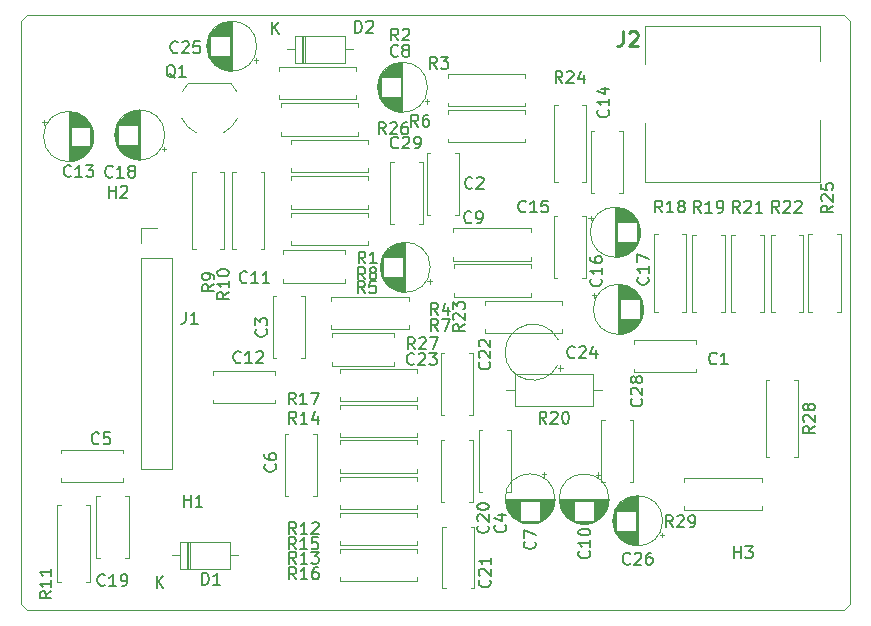
<source format=gbr>
%TF.GenerationSoftware,KiCad,Pcbnew,7.0.5-7.0.5~ubuntu22.04.1*%
%TF.CreationDate,2023-07-10T21:01:14-04:00*%
%TF.ProjectId,sub_rf_mod,7375625f-7266-45f6-9d6f-642e6b696361,rev?*%
%TF.SameCoordinates,Original*%
%TF.FileFunction,Legend,Top*%
%TF.FilePolarity,Positive*%
%FSLAX46Y46*%
G04 Gerber Fmt 4.6, Leading zero omitted, Abs format (unit mm)*
G04 Created by KiCad (PCBNEW 7.0.5-7.0.5~ubuntu22.04.1) date 2023-07-10 21:01:14*
%MOMM*%
%LPD*%
G01*
G04 APERTURE LIST*
%ADD10C,0.150000*%
%ADD11C,0.254000*%
%ADD12C,0.120000*%
%ADD13C,0.100000*%
%TA.AperFunction,Profile*%
%ADD14C,0.100000*%
%TD*%
G04 APERTURE END LIST*
D10*
%TO.C,C8*%
X134199333Y-56747580D02*
X134151714Y-56795200D01*
X134151714Y-56795200D02*
X134008857Y-56842819D01*
X134008857Y-56842819D02*
X133913619Y-56842819D01*
X133913619Y-56842819D02*
X133770762Y-56795200D01*
X133770762Y-56795200D02*
X133675524Y-56699961D01*
X133675524Y-56699961D02*
X133627905Y-56604723D01*
X133627905Y-56604723D02*
X133580286Y-56414247D01*
X133580286Y-56414247D02*
X133580286Y-56271390D01*
X133580286Y-56271390D02*
X133627905Y-56080914D01*
X133627905Y-56080914D02*
X133675524Y-55985676D01*
X133675524Y-55985676D02*
X133770762Y-55890438D01*
X133770762Y-55890438D02*
X133913619Y-55842819D01*
X133913619Y-55842819D02*
X134008857Y-55842819D01*
X134008857Y-55842819D02*
X134151714Y-55890438D01*
X134151714Y-55890438D02*
X134199333Y-55938057D01*
X134770762Y-56271390D02*
X134675524Y-56223771D01*
X134675524Y-56223771D02*
X134627905Y-56176152D01*
X134627905Y-56176152D02*
X134580286Y-56080914D01*
X134580286Y-56080914D02*
X134580286Y-56033295D01*
X134580286Y-56033295D02*
X134627905Y-55938057D01*
X134627905Y-55938057D02*
X134675524Y-55890438D01*
X134675524Y-55890438D02*
X134770762Y-55842819D01*
X134770762Y-55842819D02*
X134961238Y-55842819D01*
X134961238Y-55842819D02*
X135056476Y-55890438D01*
X135056476Y-55890438D02*
X135104095Y-55938057D01*
X135104095Y-55938057D02*
X135151714Y-56033295D01*
X135151714Y-56033295D02*
X135151714Y-56080914D01*
X135151714Y-56080914D02*
X135104095Y-56176152D01*
X135104095Y-56176152D02*
X135056476Y-56223771D01*
X135056476Y-56223771D02*
X134961238Y-56271390D01*
X134961238Y-56271390D02*
X134770762Y-56271390D01*
X134770762Y-56271390D02*
X134675524Y-56319009D01*
X134675524Y-56319009D02*
X134627905Y-56366628D01*
X134627905Y-56366628D02*
X134580286Y-56461866D01*
X134580286Y-56461866D02*
X134580286Y-56652342D01*
X134580286Y-56652342D02*
X134627905Y-56747580D01*
X134627905Y-56747580D02*
X134675524Y-56795200D01*
X134675524Y-56795200D02*
X134770762Y-56842819D01*
X134770762Y-56842819D02*
X134961238Y-56842819D01*
X134961238Y-56842819D02*
X135056476Y-56795200D01*
X135056476Y-56795200D02*
X135104095Y-56747580D01*
X135104095Y-56747580D02*
X135151714Y-56652342D01*
X135151714Y-56652342D02*
X135151714Y-56461866D01*
X135151714Y-56461866D02*
X135104095Y-56366628D01*
X135104095Y-56366628D02*
X135056476Y-56319009D01*
X135056476Y-56319009D02*
X134961238Y-56271390D01*
%TO.C,R22*%
X166489142Y-70050819D02*
X166155809Y-69574628D01*
X165917714Y-70050819D02*
X165917714Y-69050819D01*
X165917714Y-69050819D02*
X166298666Y-69050819D01*
X166298666Y-69050819D02*
X166393904Y-69098438D01*
X166393904Y-69098438D02*
X166441523Y-69146057D01*
X166441523Y-69146057D02*
X166489142Y-69241295D01*
X166489142Y-69241295D02*
X166489142Y-69384152D01*
X166489142Y-69384152D02*
X166441523Y-69479390D01*
X166441523Y-69479390D02*
X166393904Y-69527009D01*
X166393904Y-69527009D02*
X166298666Y-69574628D01*
X166298666Y-69574628D02*
X165917714Y-69574628D01*
X166870095Y-69146057D02*
X166917714Y-69098438D01*
X166917714Y-69098438D02*
X167012952Y-69050819D01*
X167012952Y-69050819D02*
X167251047Y-69050819D01*
X167251047Y-69050819D02*
X167346285Y-69098438D01*
X167346285Y-69098438D02*
X167393904Y-69146057D01*
X167393904Y-69146057D02*
X167441523Y-69241295D01*
X167441523Y-69241295D02*
X167441523Y-69336533D01*
X167441523Y-69336533D02*
X167393904Y-69479390D01*
X167393904Y-69479390D02*
X166822476Y-70050819D01*
X166822476Y-70050819D02*
X167441523Y-70050819D01*
X167822476Y-69146057D02*
X167870095Y-69098438D01*
X167870095Y-69098438D02*
X167965333Y-69050819D01*
X167965333Y-69050819D02*
X168203428Y-69050819D01*
X168203428Y-69050819D02*
X168298666Y-69098438D01*
X168298666Y-69098438D02*
X168346285Y-69146057D01*
X168346285Y-69146057D02*
X168393904Y-69241295D01*
X168393904Y-69241295D02*
X168393904Y-69336533D01*
X168393904Y-69336533D02*
X168346285Y-69479390D01*
X168346285Y-69479390D02*
X167774857Y-70050819D01*
X167774857Y-70050819D02*
X168393904Y-70050819D01*
%TO.C,R14*%
X125595142Y-87907019D02*
X125261809Y-87430828D01*
X125023714Y-87907019D02*
X125023714Y-86907019D01*
X125023714Y-86907019D02*
X125404666Y-86907019D01*
X125404666Y-86907019D02*
X125499904Y-86954638D01*
X125499904Y-86954638D02*
X125547523Y-87002257D01*
X125547523Y-87002257D02*
X125595142Y-87097495D01*
X125595142Y-87097495D02*
X125595142Y-87240352D01*
X125595142Y-87240352D02*
X125547523Y-87335590D01*
X125547523Y-87335590D02*
X125499904Y-87383209D01*
X125499904Y-87383209D02*
X125404666Y-87430828D01*
X125404666Y-87430828D02*
X125023714Y-87430828D01*
X126547523Y-87907019D02*
X125976095Y-87907019D01*
X126261809Y-87907019D02*
X126261809Y-86907019D01*
X126261809Y-86907019D02*
X126166571Y-87049876D01*
X126166571Y-87049876D02*
X126071333Y-87145114D01*
X126071333Y-87145114D02*
X125976095Y-87192733D01*
X127404666Y-87240352D02*
X127404666Y-87907019D01*
X127166571Y-86859400D02*
X126928476Y-87573685D01*
X126928476Y-87573685D02*
X127547523Y-87573685D01*
%TO.C,D2*%
X130579905Y-54810819D02*
X130579905Y-53810819D01*
X130579905Y-53810819D02*
X130818000Y-53810819D01*
X130818000Y-53810819D02*
X130960857Y-53858438D01*
X130960857Y-53858438D02*
X131056095Y-53953676D01*
X131056095Y-53953676D02*
X131103714Y-54048914D01*
X131103714Y-54048914D02*
X131151333Y-54239390D01*
X131151333Y-54239390D02*
X131151333Y-54382247D01*
X131151333Y-54382247D02*
X131103714Y-54572723D01*
X131103714Y-54572723D02*
X131056095Y-54667961D01*
X131056095Y-54667961D02*
X130960857Y-54763200D01*
X130960857Y-54763200D02*
X130818000Y-54810819D01*
X130818000Y-54810819D02*
X130579905Y-54810819D01*
X131532286Y-53906057D02*
X131579905Y-53858438D01*
X131579905Y-53858438D02*
X131675143Y-53810819D01*
X131675143Y-53810819D02*
X131913238Y-53810819D01*
X131913238Y-53810819D02*
X132008476Y-53858438D01*
X132008476Y-53858438D02*
X132056095Y-53906057D01*
X132056095Y-53906057D02*
X132103714Y-54001295D01*
X132103714Y-54001295D02*
X132103714Y-54096533D01*
X132103714Y-54096533D02*
X132056095Y-54239390D01*
X132056095Y-54239390D02*
X131484667Y-54810819D01*
X131484667Y-54810819D02*
X132103714Y-54810819D01*
X123537695Y-54890419D02*
X123537695Y-53890419D01*
X124109123Y-54890419D02*
X123680552Y-54318990D01*
X124109123Y-53890419D02*
X123537695Y-54461847D01*
%TO.C,C25*%
X115562142Y-56442780D02*
X115514523Y-56490400D01*
X115514523Y-56490400D02*
X115371666Y-56538019D01*
X115371666Y-56538019D02*
X115276428Y-56538019D01*
X115276428Y-56538019D02*
X115133571Y-56490400D01*
X115133571Y-56490400D02*
X115038333Y-56395161D01*
X115038333Y-56395161D02*
X114990714Y-56299923D01*
X114990714Y-56299923D02*
X114943095Y-56109447D01*
X114943095Y-56109447D02*
X114943095Y-55966590D01*
X114943095Y-55966590D02*
X114990714Y-55776114D01*
X114990714Y-55776114D02*
X115038333Y-55680876D01*
X115038333Y-55680876D02*
X115133571Y-55585638D01*
X115133571Y-55585638D02*
X115276428Y-55538019D01*
X115276428Y-55538019D02*
X115371666Y-55538019D01*
X115371666Y-55538019D02*
X115514523Y-55585638D01*
X115514523Y-55585638D02*
X115562142Y-55633257D01*
X115943095Y-55633257D02*
X115990714Y-55585638D01*
X115990714Y-55585638D02*
X116085952Y-55538019D01*
X116085952Y-55538019D02*
X116324047Y-55538019D01*
X116324047Y-55538019D02*
X116419285Y-55585638D01*
X116419285Y-55585638D02*
X116466904Y-55633257D01*
X116466904Y-55633257D02*
X116514523Y-55728495D01*
X116514523Y-55728495D02*
X116514523Y-55823733D01*
X116514523Y-55823733D02*
X116466904Y-55966590D01*
X116466904Y-55966590D02*
X115895476Y-56538019D01*
X115895476Y-56538019D02*
X116514523Y-56538019D01*
X117419285Y-55538019D02*
X116943095Y-55538019D01*
X116943095Y-55538019D02*
X116895476Y-56014209D01*
X116895476Y-56014209D02*
X116943095Y-55966590D01*
X116943095Y-55966590D02*
X117038333Y-55918971D01*
X117038333Y-55918971D02*
X117276428Y-55918971D01*
X117276428Y-55918971D02*
X117371666Y-55966590D01*
X117371666Y-55966590D02*
X117419285Y-56014209D01*
X117419285Y-56014209D02*
X117466904Y-56109447D01*
X117466904Y-56109447D02*
X117466904Y-56347542D01*
X117466904Y-56347542D02*
X117419285Y-56442780D01*
X117419285Y-56442780D02*
X117371666Y-56490400D01*
X117371666Y-56490400D02*
X117276428Y-56538019D01*
X117276428Y-56538019D02*
X117038333Y-56538019D01*
X117038333Y-56538019D02*
X116943095Y-56490400D01*
X116943095Y-56490400D02*
X116895476Y-56442780D01*
%TO.C,R28*%
X169525019Y-88120457D02*
X169048828Y-88453790D01*
X169525019Y-88691885D02*
X168525019Y-88691885D01*
X168525019Y-88691885D02*
X168525019Y-88310933D01*
X168525019Y-88310933D02*
X168572638Y-88215695D01*
X168572638Y-88215695D02*
X168620257Y-88168076D01*
X168620257Y-88168076D02*
X168715495Y-88120457D01*
X168715495Y-88120457D02*
X168858352Y-88120457D01*
X168858352Y-88120457D02*
X168953590Y-88168076D01*
X168953590Y-88168076D02*
X169001209Y-88215695D01*
X169001209Y-88215695D02*
X169048828Y-88310933D01*
X169048828Y-88310933D02*
X169048828Y-88691885D01*
X168620257Y-87739504D02*
X168572638Y-87691885D01*
X168572638Y-87691885D02*
X168525019Y-87596647D01*
X168525019Y-87596647D02*
X168525019Y-87358552D01*
X168525019Y-87358552D02*
X168572638Y-87263314D01*
X168572638Y-87263314D02*
X168620257Y-87215695D01*
X168620257Y-87215695D02*
X168715495Y-87168076D01*
X168715495Y-87168076D02*
X168810733Y-87168076D01*
X168810733Y-87168076D02*
X168953590Y-87215695D01*
X168953590Y-87215695D02*
X169525019Y-87787123D01*
X169525019Y-87787123D02*
X169525019Y-87168076D01*
X168953590Y-86596647D02*
X168905971Y-86691885D01*
X168905971Y-86691885D02*
X168858352Y-86739504D01*
X168858352Y-86739504D02*
X168763114Y-86787123D01*
X168763114Y-86787123D02*
X168715495Y-86787123D01*
X168715495Y-86787123D02*
X168620257Y-86739504D01*
X168620257Y-86739504D02*
X168572638Y-86691885D01*
X168572638Y-86691885D02*
X168525019Y-86596647D01*
X168525019Y-86596647D02*
X168525019Y-86406171D01*
X168525019Y-86406171D02*
X168572638Y-86310933D01*
X168572638Y-86310933D02*
X168620257Y-86263314D01*
X168620257Y-86263314D02*
X168715495Y-86215695D01*
X168715495Y-86215695D02*
X168763114Y-86215695D01*
X168763114Y-86215695D02*
X168858352Y-86263314D01*
X168858352Y-86263314D02*
X168905971Y-86310933D01*
X168905971Y-86310933D02*
X168953590Y-86406171D01*
X168953590Y-86406171D02*
X168953590Y-86596647D01*
X168953590Y-86596647D02*
X169001209Y-86691885D01*
X169001209Y-86691885D02*
X169048828Y-86739504D01*
X169048828Y-86739504D02*
X169144066Y-86787123D01*
X169144066Y-86787123D02*
X169334542Y-86787123D01*
X169334542Y-86787123D02*
X169429780Y-86739504D01*
X169429780Y-86739504D02*
X169477400Y-86691885D01*
X169477400Y-86691885D02*
X169525019Y-86596647D01*
X169525019Y-86596647D02*
X169525019Y-86406171D01*
X169525019Y-86406171D02*
X169477400Y-86310933D01*
X169477400Y-86310933D02*
X169429780Y-86263314D01*
X169429780Y-86263314D02*
X169334542Y-86215695D01*
X169334542Y-86215695D02*
X169144066Y-86215695D01*
X169144066Y-86215695D02*
X169048828Y-86263314D01*
X169048828Y-86263314D02*
X169001209Y-86310933D01*
X169001209Y-86310933D02*
X168953590Y-86406171D01*
%TO.C,R5*%
X131405333Y-76858019D02*
X131072000Y-76381828D01*
X130833905Y-76858019D02*
X130833905Y-75858019D01*
X130833905Y-75858019D02*
X131214857Y-75858019D01*
X131214857Y-75858019D02*
X131310095Y-75905638D01*
X131310095Y-75905638D02*
X131357714Y-75953257D01*
X131357714Y-75953257D02*
X131405333Y-76048495D01*
X131405333Y-76048495D02*
X131405333Y-76191352D01*
X131405333Y-76191352D02*
X131357714Y-76286590D01*
X131357714Y-76286590D02*
X131310095Y-76334209D01*
X131310095Y-76334209D02*
X131214857Y-76381828D01*
X131214857Y-76381828D02*
X130833905Y-76381828D01*
X132310095Y-75858019D02*
X131833905Y-75858019D01*
X131833905Y-75858019D02*
X131786286Y-76334209D01*
X131786286Y-76334209D02*
X131833905Y-76286590D01*
X131833905Y-76286590D02*
X131929143Y-76238971D01*
X131929143Y-76238971D02*
X132167238Y-76238971D01*
X132167238Y-76238971D02*
X132262476Y-76286590D01*
X132262476Y-76286590D02*
X132310095Y-76334209D01*
X132310095Y-76334209D02*
X132357714Y-76429447D01*
X132357714Y-76429447D02*
X132357714Y-76667542D01*
X132357714Y-76667542D02*
X132310095Y-76762780D01*
X132310095Y-76762780D02*
X132262476Y-76810400D01*
X132262476Y-76810400D02*
X132167238Y-76858019D01*
X132167238Y-76858019D02*
X131929143Y-76858019D01*
X131929143Y-76858019D02*
X131833905Y-76810400D01*
X131833905Y-76810400D02*
X131786286Y-76762780D01*
%TO.C,R4*%
X137602933Y-78712219D02*
X137269600Y-78236028D01*
X137031505Y-78712219D02*
X137031505Y-77712219D01*
X137031505Y-77712219D02*
X137412457Y-77712219D01*
X137412457Y-77712219D02*
X137507695Y-77759838D01*
X137507695Y-77759838D02*
X137555314Y-77807457D01*
X137555314Y-77807457D02*
X137602933Y-77902695D01*
X137602933Y-77902695D02*
X137602933Y-78045552D01*
X137602933Y-78045552D02*
X137555314Y-78140790D01*
X137555314Y-78140790D02*
X137507695Y-78188409D01*
X137507695Y-78188409D02*
X137412457Y-78236028D01*
X137412457Y-78236028D02*
X137031505Y-78236028D01*
X138460076Y-78045552D02*
X138460076Y-78712219D01*
X138221981Y-77664600D02*
X137983886Y-78378885D01*
X137983886Y-78378885D02*
X138602933Y-78378885D01*
%TO.C,R1*%
X131456133Y-74343419D02*
X131122800Y-73867228D01*
X130884705Y-74343419D02*
X130884705Y-73343419D01*
X130884705Y-73343419D02*
X131265657Y-73343419D01*
X131265657Y-73343419D02*
X131360895Y-73391038D01*
X131360895Y-73391038D02*
X131408514Y-73438657D01*
X131408514Y-73438657D02*
X131456133Y-73533895D01*
X131456133Y-73533895D02*
X131456133Y-73676752D01*
X131456133Y-73676752D02*
X131408514Y-73771990D01*
X131408514Y-73771990D02*
X131360895Y-73819609D01*
X131360895Y-73819609D02*
X131265657Y-73867228D01*
X131265657Y-73867228D02*
X130884705Y-73867228D01*
X132408514Y-74343419D02*
X131837086Y-74343419D01*
X132122800Y-74343419D02*
X132122800Y-73343419D01*
X132122800Y-73343419D02*
X132027562Y-73486276D01*
X132027562Y-73486276D02*
X131932324Y-73581514D01*
X131932324Y-73581514D02*
X131837086Y-73629133D01*
%TO.C,C9*%
X140422333Y-70844580D02*
X140374714Y-70892200D01*
X140374714Y-70892200D02*
X140231857Y-70939819D01*
X140231857Y-70939819D02*
X140136619Y-70939819D01*
X140136619Y-70939819D02*
X139993762Y-70892200D01*
X139993762Y-70892200D02*
X139898524Y-70796961D01*
X139898524Y-70796961D02*
X139850905Y-70701723D01*
X139850905Y-70701723D02*
X139803286Y-70511247D01*
X139803286Y-70511247D02*
X139803286Y-70368390D01*
X139803286Y-70368390D02*
X139850905Y-70177914D01*
X139850905Y-70177914D02*
X139898524Y-70082676D01*
X139898524Y-70082676D02*
X139993762Y-69987438D01*
X139993762Y-69987438D02*
X140136619Y-69939819D01*
X140136619Y-69939819D02*
X140231857Y-69939819D01*
X140231857Y-69939819D02*
X140374714Y-69987438D01*
X140374714Y-69987438D02*
X140422333Y-70035057D01*
X140898524Y-70939819D02*
X141089000Y-70939819D01*
X141089000Y-70939819D02*
X141184238Y-70892200D01*
X141184238Y-70892200D02*
X141231857Y-70844580D01*
X141231857Y-70844580D02*
X141327095Y-70701723D01*
X141327095Y-70701723D02*
X141374714Y-70511247D01*
X141374714Y-70511247D02*
X141374714Y-70130295D01*
X141374714Y-70130295D02*
X141327095Y-70035057D01*
X141327095Y-70035057D02*
X141279476Y-69987438D01*
X141279476Y-69987438D02*
X141184238Y-69939819D01*
X141184238Y-69939819D02*
X140993762Y-69939819D01*
X140993762Y-69939819D02*
X140898524Y-69987438D01*
X140898524Y-69987438D02*
X140850905Y-70035057D01*
X140850905Y-70035057D02*
X140803286Y-70130295D01*
X140803286Y-70130295D02*
X140803286Y-70368390D01*
X140803286Y-70368390D02*
X140850905Y-70463628D01*
X140850905Y-70463628D02*
X140898524Y-70511247D01*
X140898524Y-70511247D02*
X140993762Y-70558866D01*
X140993762Y-70558866D02*
X141184238Y-70558866D01*
X141184238Y-70558866D02*
X141279476Y-70511247D01*
X141279476Y-70511247D02*
X141327095Y-70463628D01*
X141327095Y-70463628D02*
X141374714Y-70368390D01*
%TO.C,R15*%
X125569742Y-98549619D02*
X125236409Y-98073428D01*
X124998314Y-98549619D02*
X124998314Y-97549619D01*
X124998314Y-97549619D02*
X125379266Y-97549619D01*
X125379266Y-97549619D02*
X125474504Y-97597238D01*
X125474504Y-97597238D02*
X125522123Y-97644857D01*
X125522123Y-97644857D02*
X125569742Y-97740095D01*
X125569742Y-97740095D02*
X125569742Y-97882952D01*
X125569742Y-97882952D02*
X125522123Y-97978190D01*
X125522123Y-97978190D02*
X125474504Y-98025809D01*
X125474504Y-98025809D02*
X125379266Y-98073428D01*
X125379266Y-98073428D02*
X124998314Y-98073428D01*
X126522123Y-98549619D02*
X125950695Y-98549619D01*
X126236409Y-98549619D02*
X126236409Y-97549619D01*
X126236409Y-97549619D02*
X126141171Y-97692476D01*
X126141171Y-97692476D02*
X126045933Y-97787714D01*
X126045933Y-97787714D02*
X125950695Y-97835333D01*
X127426885Y-97549619D02*
X126950695Y-97549619D01*
X126950695Y-97549619D02*
X126903076Y-98025809D01*
X126903076Y-98025809D02*
X126950695Y-97978190D01*
X126950695Y-97978190D02*
X127045933Y-97930571D01*
X127045933Y-97930571D02*
X127284028Y-97930571D01*
X127284028Y-97930571D02*
X127379266Y-97978190D01*
X127379266Y-97978190D02*
X127426885Y-98025809D01*
X127426885Y-98025809D02*
X127474504Y-98121047D01*
X127474504Y-98121047D02*
X127474504Y-98359142D01*
X127474504Y-98359142D02*
X127426885Y-98454380D01*
X127426885Y-98454380D02*
X127379266Y-98502000D01*
X127379266Y-98502000D02*
X127284028Y-98549619D01*
X127284028Y-98549619D02*
X127045933Y-98549619D01*
X127045933Y-98549619D02*
X126950695Y-98502000D01*
X126950695Y-98502000D02*
X126903076Y-98454380D01*
%TO.C,R20*%
X146778742Y-87914819D02*
X146445409Y-87438628D01*
X146207314Y-87914819D02*
X146207314Y-86914819D01*
X146207314Y-86914819D02*
X146588266Y-86914819D01*
X146588266Y-86914819D02*
X146683504Y-86962438D01*
X146683504Y-86962438D02*
X146731123Y-87010057D01*
X146731123Y-87010057D02*
X146778742Y-87105295D01*
X146778742Y-87105295D02*
X146778742Y-87248152D01*
X146778742Y-87248152D02*
X146731123Y-87343390D01*
X146731123Y-87343390D02*
X146683504Y-87391009D01*
X146683504Y-87391009D02*
X146588266Y-87438628D01*
X146588266Y-87438628D02*
X146207314Y-87438628D01*
X147159695Y-87010057D02*
X147207314Y-86962438D01*
X147207314Y-86962438D02*
X147302552Y-86914819D01*
X147302552Y-86914819D02*
X147540647Y-86914819D01*
X147540647Y-86914819D02*
X147635885Y-86962438D01*
X147635885Y-86962438D02*
X147683504Y-87010057D01*
X147683504Y-87010057D02*
X147731123Y-87105295D01*
X147731123Y-87105295D02*
X147731123Y-87200533D01*
X147731123Y-87200533D02*
X147683504Y-87343390D01*
X147683504Y-87343390D02*
X147112076Y-87914819D01*
X147112076Y-87914819D02*
X147731123Y-87914819D01*
X148350171Y-86914819D02*
X148445409Y-86914819D01*
X148445409Y-86914819D02*
X148540647Y-86962438D01*
X148540647Y-86962438D02*
X148588266Y-87010057D01*
X148588266Y-87010057D02*
X148635885Y-87105295D01*
X148635885Y-87105295D02*
X148683504Y-87295771D01*
X148683504Y-87295771D02*
X148683504Y-87533866D01*
X148683504Y-87533866D02*
X148635885Y-87724342D01*
X148635885Y-87724342D02*
X148588266Y-87819580D01*
X148588266Y-87819580D02*
X148540647Y-87867200D01*
X148540647Y-87867200D02*
X148445409Y-87914819D01*
X148445409Y-87914819D02*
X148350171Y-87914819D01*
X148350171Y-87914819D02*
X148254933Y-87867200D01*
X148254933Y-87867200D02*
X148207314Y-87819580D01*
X148207314Y-87819580D02*
X148159695Y-87724342D01*
X148159695Y-87724342D02*
X148112076Y-87533866D01*
X148112076Y-87533866D02*
X148112076Y-87295771D01*
X148112076Y-87295771D02*
X148159695Y-87105295D01*
X148159695Y-87105295D02*
X148207314Y-87010057D01*
X148207314Y-87010057D02*
X148254933Y-86962438D01*
X148254933Y-86962438D02*
X148350171Y-86914819D01*
%TO.C,C23*%
X135577342Y-82833380D02*
X135529723Y-82881000D01*
X135529723Y-82881000D02*
X135386866Y-82928619D01*
X135386866Y-82928619D02*
X135291628Y-82928619D01*
X135291628Y-82928619D02*
X135148771Y-82881000D01*
X135148771Y-82881000D02*
X135053533Y-82785761D01*
X135053533Y-82785761D02*
X135005914Y-82690523D01*
X135005914Y-82690523D02*
X134958295Y-82500047D01*
X134958295Y-82500047D02*
X134958295Y-82357190D01*
X134958295Y-82357190D02*
X135005914Y-82166714D01*
X135005914Y-82166714D02*
X135053533Y-82071476D01*
X135053533Y-82071476D02*
X135148771Y-81976238D01*
X135148771Y-81976238D02*
X135291628Y-81928619D01*
X135291628Y-81928619D02*
X135386866Y-81928619D01*
X135386866Y-81928619D02*
X135529723Y-81976238D01*
X135529723Y-81976238D02*
X135577342Y-82023857D01*
X135958295Y-82023857D02*
X136005914Y-81976238D01*
X136005914Y-81976238D02*
X136101152Y-81928619D01*
X136101152Y-81928619D02*
X136339247Y-81928619D01*
X136339247Y-81928619D02*
X136434485Y-81976238D01*
X136434485Y-81976238D02*
X136482104Y-82023857D01*
X136482104Y-82023857D02*
X136529723Y-82119095D01*
X136529723Y-82119095D02*
X136529723Y-82214333D01*
X136529723Y-82214333D02*
X136482104Y-82357190D01*
X136482104Y-82357190D02*
X135910676Y-82928619D01*
X135910676Y-82928619D02*
X136529723Y-82928619D01*
X136863057Y-81928619D02*
X137482104Y-81928619D01*
X137482104Y-81928619D02*
X137148771Y-82309571D01*
X137148771Y-82309571D02*
X137291628Y-82309571D01*
X137291628Y-82309571D02*
X137386866Y-82357190D01*
X137386866Y-82357190D02*
X137434485Y-82404809D01*
X137434485Y-82404809D02*
X137482104Y-82500047D01*
X137482104Y-82500047D02*
X137482104Y-82738142D01*
X137482104Y-82738142D02*
X137434485Y-82833380D01*
X137434485Y-82833380D02*
X137386866Y-82881000D01*
X137386866Y-82881000D02*
X137291628Y-82928619D01*
X137291628Y-82928619D02*
X137005914Y-82928619D01*
X137005914Y-82928619D02*
X136910676Y-82881000D01*
X136910676Y-82881000D02*
X136863057Y-82833380D01*
%TO.C,C1*%
X161184933Y-82807980D02*
X161137314Y-82855600D01*
X161137314Y-82855600D02*
X160994457Y-82903219D01*
X160994457Y-82903219D02*
X160899219Y-82903219D01*
X160899219Y-82903219D02*
X160756362Y-82855600D01*
X160756362Y-82855600D02*
X160661124Y-82760361D01*
X160661124Y-82760361D02*
X160613505Y-82665123D01*
X160613505Y-82665123D02*
X160565886Y-82474647D01*
X160565886Y-82474647D02*
X160565886Y-82331790D01*
X160565886Y-82331790D02*
X160613505Y-82141314D01*
X160613505Y-82141314D02*
X160661124Y-82046076D01*
X160661124Y-82046076D02*
X160756362Y-81950838D01*
X160756362Y-81950838D02*
X160899219Y-81903219D01*
X160899219Y-81903219D02*
X160994457Y-81903219D01*
X160994457Y-81903219D02*
X161137314Y-81950838D01*
X161137314Y-81950838D02*
X161184933Y-81998457D01*
X162137314Y-82903219D02*
X161565886Y-82903219D01*
X161851600Y-82903219D02*
X161851600Y-81903219D01*
X161851600Y-81903219D02*
X161756362Y-82046076D01*
X161756362Y-82046076D02*
X161661124Y-82141314D01*
X161661124Y-82141314D02*
X161565886Y-82188933D01*
%TO.C,R18*%
X156583142Y-70025419D02*
X156249809Y-69549228D01*
X156011714Y-70025419D02*
X156011714Y-69025419D01*
X156011714Y-69025419D02*
X156392666Y-69025419D01*
X156392666Y-69025419D02*
X156487904Y-69073038D01*
X156487904Y-69073038D02*
X156535523Y-69120657D01*
X156535523Y-69120657D02*
X156583142Y-69215895D01*
X156583142Y-69215895D02*
X156583142Y-69358752D01*
X156583142Y-69358752D02*
X156535523Y-69453990D01*
X156535523Y-69453990D02*
X156487904Y-69501609D01*
X156487904Y-69501609D02*
X156392666Y-69549228D01*
X156392666Y-69549228D02*
X156011714Y-69549228D01*
X157535523Y-70025419D02*
X156964095Y-70025419D01*
X157249809Y-70025419D02*
X157249809Y-69025419D01*
X157249809Y-69025419D02*
X157154571Y-69168276D01*
X157154571Y-69168276D02*
X157059333Y-69263514D01*
X157059333Y-69263514D02*
X156964095Y-69311133D01*
X158106952Y-69453990D02*
X158011714Y-69406371D01*
X158011714Y-69406371D02*
X157964095Y-69358752D01*
X157964095Y-69358752D02*
X157916476Y-69263514D01*
X157916476Y-69263514D02*
X157916476Y-69215895D01*
X157916476Y-69215895D02*
X157964095Y-69120657D01*
X157964095Y-69120657D02*
X158011714Y-69073038D01*
X158011714Y-69073038D02*
X158106952Y-69025419D01*
X158106952Y-69025419D02*
X158297428Y-69025419D01*
X158297428Y-69025419D02*
X158392666Y-69073038D01*
X158392666Y-69073038D02*
X158440285Y-69120657D01*
X158440285Y-69120657D02*
X158487904Y-69215895D01*
X158487904Y-69215895D02*
X158487904Y-69263514D01*
X158487904Y-69263514D02*
X158440285Y-69358752D01*
X158440285Y-69358752D02*
X158392666Y-69406371D01*
X158392666Y-69406371D02*
X158297428Y-69453990D01*
X158297428Y-69453990D02*
X158106952Y-69453990D01*
X158106952Y-69453990D02*
X158011714Y-69501609D01*
X158011714Y-69501609D02*
X157964095Y-69549228D01*
X157964095Y-69549228D02*
X157916476Y-69644466D01*
X157916476Y-69644466D02*
X157916476Y-69834942D01*
X157916476Y-69834942D02*
X157964095Y-69930180D01*
X157964095Y-69930180D02*
X158011714Y-69977800D01*
X158011714Y-69977800D02*
X158106952Y-70025419D01*
X158106952Y-70025419D02*
X158297428Y-70025419D01*
X158297428Y-70025419D02*
X158392666Y-69977800D01*
X158392666Y-69977800D02*
X158440285Y-69930180D01*
X158440285Y-69930180D02*
X158487904Y-69834942D01*
X158487904Y-69834942D02*
X158487904Y-69644466D01*
X158487904Y-69644466D02*
X158440285Y-69549228D01*
X158440285Y-69549228D02*
X158392666Y-69501609D01*
X158392666Y-69501609D02*
X158297428Y-69453990D01*
%TO.C,C12*%
X120896142Y-82695580D02*
X120848523Y-82743200D01*
X120848523Y-82743200D02*
X120705666Y-82790819D01*
X120705666Y-82790819D02*
X120610428Y-82790819D01*
X120610428Y-82790819D02*
X120467571Y-82743200D01*
X120467571Y-82743200D02*
X120372333Y-82647961D01*
X120372333Y-82647961D02*
X120324714Y-82552723D01*
X120324714Y-82552723D02*
X120277095Y-82362247D01*
X120277095Y-82362247D02*
X120277095Y-82219390D01*
X120277095Y-82219390D02*
X120324714Y-82028914D01*
X120324714Y-82028914D02*
X120372333Y-81933676D01*
X120372333Y-81933676D02*
X120467571Y-81838438D01*
X120467571Y-81838438D02*
X120610428Y-81790819D01*
X120610428Y-81790819D02*
X120705666Y-81790819D01*
X120705666Y-81790819D02*
X120848523Y-81838438D01*
X120848523Y-81838438D02*
X120896142Y-81886057D01*
X121848523Y-82790819D02*
X121277095Y-82790819D01*
X121562809Y-82790819D02*
X121562809Y-81790819D01*
X121562809Y-81790819D02*
X121467571Y-81933676D01*
X121467571Y-81933676D02*
X121372333Y-82028914D01*
X121372333Y-82028914D02*
X121277095Y-82076533D01*
X122229476Y-81886057D02*
X122277095Y-81838438D01*
X122277095Y-81838438D02*
X122372333Y-81790819D01*
X122372333Y-81790819D02*
X122610428Y-81790819D01*
X122610428Y-81790819D02*
X122705666Y-81838438D01*
X122705666Y-81838438D02*
X122753285Y-81886057D01*
X122753285Y-81886057D02*
X122800904Y-81981295D01*
X122800904Y-81981295D02*
X122800904Y-82076533D01*
X122800904Y-82076533D02*
X122753285Y-82219390D01*
X122753285Y-82219390D02*
X122181857Y-82790819D01*
X122181857Y-82790819D02*
X122800904Y-82790819D01*
%TO.C,R6*%
X135926533Y-62761019D02*
X135593200Y-62284828D01*
X135355105Y-62761019D02*
X135355105Y-61761019D01*
X135355105Y-61761019D02*
X135736057Y-61761019D01*
X135736057Y-61761019D02*
X135831295Y-61808638D01*
X135831295Y-61808638D02*
X135878914Y-61856257D01*
X135878914Y-61856257D02*
X135926533Y-61951495D01*
X135926533Y-61951495D02*
X135926533Y-62094352D01*
X135926533Y-62094352D02*
X135878914Y-62189590D01*
X135878914Y-62189590D02*
X135831295Y-62237209D01*
X135831295Y-62237209D02*
X135736057Y-62284828D01*
X135736057Y-62284828D02*
X135355105Y-62284828D01*
X136783676Y-61761019D02*
X136593200Y-61761019D01*
X136593200Y-61761019D02*
X136497962Y-61808638D01*
X136497962Y-61808638D02*
X136450343Y-61856257D01*
X136450343Y-61856257D02*
X136355105Y-61999114D01*
X136355105Y-61999114D02*
X136307486Y-62189590D01*
X136307486Y-62189590D02*
X136307486Y-62570542D01*
X136307486Y-62570542D02*
X136355105Y-62665780D01*
X136355105Y-62665780D02*
X136402724Y-62713400D01*
X136402724Y-62713400D02*
X136497962Y-62761019D01*
X136497962Y-62761019D02*
X136688438Y-62761019D01*
X136688438Y-62761019D02*
X136783676Y-62713400D01*
X136783676Y-62713400D02*
X136831295Y-62665780D01*
X136831295Y-62665780D02*
X136878914Y-62570542D01*
X136878914Y-62570542D02*
X136878914Y-62332447D01*
X136878914Y-62332447D02*
X136831295Y-62237209D01*
X136831295Y-62237209D02*
X136783676Y-62189590D01*
X136783676Y-62189590D02*
X136688438Y-62141971D01*
X136688438Y-62141971D02*
X136497962Y-62141971D01*
X136497962Y-62141971D02*
X136402724Y-62189590D01*
X136402724Y-62189590D02*
X136355105Y-62237209D01*
X136355105Y-62237209D02*
X136307486Y-62332447D01*
%TO.C,C19*%
X109389942Y-101563980D02*
X109342323Y-101611600D01*
X109342323Y-101611600D02*
X109199466Y-101659219D01*
X109199466Y-101659219D02*
X109104228Y-101659219D01*
X109104228Y-101659219D02*
X108961371Y-101611600D01*
X108961371Y-101611600D02*
X108866133Y-101516361D01*
X108866133Y-101516361D02*
X108818514Y-101421123D01*
X108818514Y-101421123D02*
X108770895Y-101230647D01*
X108770895Y-101230647D02*
X108770895Y-101087790D01*
X108770895Y-101087790D02*
X108818514Y-100897314D01*
X108818514Y-100897314D02*
X108866133Y-100802076D01*
X108866133Y-100802076D02*
X108961371Y-100706838D01*
X108961371Y-100706838D02*
X109104228Y-100659219D01*
X109104228Y-100659219D02*
X109199466Y-100659219D01*
X109199466Y-100659219D02*
X109342323Y-100706838D01*
X109342323Y-100706838D02*
X109389942Y-100754457D01*
X110342323Y-101659219D02*
X109770895Y-101659219D01*
X110056609Y-101659219D02*
X110056609Y-100659219D01*
X110056609Y-100659219D02*
X109961371Y-100802076D01*
X109961371Y-100802076D02*
X109866133Y-100897314D01*
X109866133Y-100897314D02*
X109770895Y-100944933D01*
X110818514Y-101659219D02*
X111008990Y-101659219D01*
X111008990Y-101659219D02*
X111104228Y-101611600D01*
X111104228Y-101611600D02*
X111151847Y-101563980D01*
X111151847Y-101563980D02*
X111247085Y-101421123D01*
X111247085Y-101421123D02*
X111294704Y-101230647D01*
X111294704Y-101230647D02*
X111294704Y-100849695D01*
X111294704Y-100849695D02*
X111247085Y-100754457D01*
X111247085Y-100754457D02*
X111199466Y-100706838D01*
X111199466Y-100706838D02*
X111104228Y-100659219D01*
X111104228Y-100659219D02*
X110913752Y-100659219D01*
X110913752Y-100659219D02*
X110818514Y-100706838D01*
X110818514Y-100706838D02*
X110770895Y-100754457D01*
X110770895Y-100754457D02*
X110723276Y-100849695D01*
X110723276Y-100849695D02*
X110723276Y-101087790D01*
X110723276Y-101087790D02*
X110770895Y-101183028D01*
X110770895Y-101183028D02*
X110818514Y-101230647D01*
X110818514Y-101230647D02*
X110913752Y-101278266D01*
X110913752Y-101278266D02*
X111104228Y-101278266D01*
X111104228Y-101278266D02*
X111199466Y-101230647D01*
X111199466Y-101230647D02*
X111247085Y-101183028D01*
X111247085Y-101183028D02*
X111294704Y-101087790D01*
%TO.C,C11*%
X121429542Y-75924580D02*
X121381923Y-75972200D01*
X121381923Y-75972200D02*
X121239066Y-76019819D01*
X121239066Y-76019819D02*
X121143828Y-76019819D01*
X121143828Y-76019819D02*
X121000971Y-75972200D01*
X121000971Y-75972200D02*
X120905733Y-75876961D01*
X120905733Y-75876961D02*
X120858114Y-75781723D01*
X120858114Y-75781723D02*
X120810495Y-75591247D01*
X120810495Y-75591247D02*
X120810495Y-75448390D01*
X120810495Y-75448390D02*
X120858114Y-75257914D01*
X120858114Y-75257914D02*
X120905733Y-75162676D01*
X120905733Y-75162676D02*
X121000971Y-75067438D01*
X121000971Y-75067438D02*
X121143828Y-75019819D01*
X121143828Y-75019819D02*
X121239066Y-75019819D01*
X121239066Y-75019819D02*
X121381923Y-75067438D01*
X121381923Y-75067438D02*
X121429542Y-75115057D01*
X122381923Y-76019819D02*
X121810495Y-76019819D01*
X122096209Y-76019819D02*
X122096209Y-75019819D01*
X122096209Y-75019819D02*
X122000971Y-75162676D01*
X122000971Y-75162676D02*
X121905733Y-75257914D01*
X121905733Y-75257914D02*
X121810495Y-75305533D01*
X123334304Y-76019819D02*
X122762876Y-76019819D01*
X123048590Y-76019819D02*
X123048590Y-75019819D01*
X123048590Y-75019819D02*
X122953352Y-75162676D01*
X122953352Y-75162676D02*
X122858114Y-75257914D01*
X122858114Y-75257914D02*
X122762876Y-75305533D01*
%TO.C,R29*%
X157472142Y-96670019D02*
X157138809Y-96193828D01*
X156900714Y-96670019D02*
X156900714Y-95670019D01*
X156900714Y-95670019D02*
X157281666Y-95670019D01*
X157281666Y-95670019D02*
X157376904Y-95717638D01*
X157376904Y-95717638D02*
X157424523Y-95765257D01*
X157424523Y-95765257D02*
X157472142Y-95860495D01*
X157472142Y-95860495D02*
X157472142Y-96003352D01*
X157472142Y-96003352D02*
X157424523Y-96098590D01*
X157424523Y-96098590D02*
X157376904Y-96146209D01*
X157376904Y-96146209D02*
X157281666Y-96193828D01*
X157281666Y-96193828D02*
X156900714Y-96193828D01*
X157853095Y-95765257D02*
X157900714Y-95717638D01*
X157900714Y-95717638D02*
X157995952Y-95670019D01*
X157995952Y-95670019D02*
X158234047Y-95670019D01*
X158234047Y-95670019D02*
X158329285Y-95717638D01*
X158329285Y-95717638D02*
X158376904Y-95765257D01*
X158376904Y-95765257D02*
X158424523Y-95860495D01*
X158424523Y-95860495D02*
X158424523Y-95955733D01*
X158424523Y-95955733D02*
X158376904Y-96098590D01*
X158376904Y-96098590D02*
X157805476Y-96670019D01*
X157805476Y-96670019D02*
X158424523Y-96670019D01*
X158900714Y-96670019D02*
X159091190Y-96670019D01*
X159091190Y-96670019D02*
X159186428Y-96622400D01*
X159186428Y-96622400D02*
X159234047Y-96574780D01*
X159234047Y-96574780D02*
X159329285Y-96431923D01*
X159329285Y-96431923D02*
X159376904Y-96241447D01*
X159376904Y-96241447D02*
X159376904Y-95860495D01*
X159376904Y-95860495D02*
X159329285Y-95765257D01*
X159329285Y-95765257D02*
X159281666Y-95717638D01*
X159281666Y-95717638D02*
X159186428Y-95670019D01*
X159186428Y-95670019D02*
X158995952Y-95670019D01*
X158995952Y-95670019D02*
X158900714Y-95717638D01*
X158900714Y-95717638D02*
X158853095Y-95765257D01*
X158853095Y-95765257D02*
X158805476Y-95860495D01*
X158805476Y-95860495D02*
X158805476Y-96098590D01*
X158805476Y-96098590D02*
X158853095Y-96193828D01*
X158853095Y-96193828D02*
X158900714Y-96241447D01*
X158900714Y-96241447D02*
X158995952Y-96289066D01*
X158995952Y-96289066D02*
X159186428Y-96289066D01*
X159186428Y-96289066D02*
X159281666Y-96241447D01*
X159281666Y-96241447D02*
X159329285Y-96193828D01*
X159329285Y-96193828D02*
X159376904Y-96098590D01*
%TO.C,C26*%
X153863342Y-99748580D02*
X153815723Y-99796200D01*
X153815723Y-99796200D02*
X153672866Y-99843819D01*
X153672866Y-99843819D02*
X153577628Y-99843819D01*
X153577628Y-99843819D02*
X153434771Y-99796200D01*
X153434771Y-99796200D02*
X153339533Y-99700961D01*
X153339533Y-99700961D02*
X153291914Y-99605723D01*
X153291914Y-99605723D02*
X153244295Y-99415247D01*
X153244295Y-99415247D02*
X153244295Y-99272390D01*
X153244295Y-99272390D02*
X153291914Y-99081914D01*
X153291914Y-99081914D02*
X153339533Y-98986676D01*
X153339533Y-98986676D02*
X153434771Y-98891438D01*
X153434771Y-98891438D02*
X153577628Y-98843819D01*
X153577628Y-98843819D02*
X153672866Y-98843819D01*
X153672866Y-98843819D02*
X153815723Y-98891438D01*
X153815723Y-98891438D02*
X153863342Y-98939057D01*
X154244295Y-98939057D02*
X154291914Y-98891438D01*
X154291914Y-98891438D02*
X154387152Y-98843819D01*
X154387152Y-98843819D02*
X154625247Y-98843819D01*
X154625247Y-98843819D02*
X154720485Y-98891438D01*
X154720485Y-98891438D02*
X154768104Y-98939057D01*
X154768104Y-98939057D02*
X154815723Y-99034295D01*
X154815723Y-99034295D02*
X154815723Y-99129533D01*
X154815723Y-99129533D02*
X154768104Y-99272390D01*
X154768104Y-99272390D02*
X154196676Y-99843819D01*
X154196676Y-99843819D02*
X154815723Y-99843819D01*
X155672866Y-98843819D02*
X155482390Y-98843819D01*
X155482390Y-98843819D02*
X155387152Y-98891438D01*
X155387152Y-98891438D02*
X155339533Y-98939057D01*
X155339533Y-98939057D02*
X155244295Y-99081914D01*
X155244295Y-99081914D02*
X155196676Y-99272390D01*
X155196676Y-99272390D02*
X155196676Y-99653342D01*
X155196676Y-99653342D02*
X155244295Y-99748580D01*
X155244295Y-99748580D02*
X155291914Y-99796200D01*
X155291914Y-99796200D02*
X155387152Y-99843819D01*
X155387152Y-99843819D02*
X155577628Y-99843819D01*
X155577628Y-99843819D02*
X155672866Y-99796200D01*
X155672866Y-99796200D02*
X155720485Y-99748580D01*
X155720485Y-99748580D02*
X155768104Y-99653342D01*
X155768104Y-99653342D02*
X155768104Y-99415247D01*
X155768104Y-99415247D02*
X155720485Y-99320009D01*
X155720485Y-99320009D02*
X155672866Y-99272390D01*
X155672866Y-99272390D02*
X155577628Y-99224771D01*
X155577628Y-99224771D02*
X155387152Y-99224771D01*
X155387152Y-99224771D02*
X155291914Y-99272390D01*
X155291914Y-99272390D02*
X155244295Y-99320009D01*
X155244295Y-99320009D02*
X155196676Y-99415247D01*
%TO.C,R19*%
X159859742Y-70050819D02*
X159526409Y-69574628D01*
X159288314Y-70050819D02*
X159288314Y-69050819D01*
X159288314Y-69050819D02*
X159669266Y-69050819D01*
X159669266Y-69050819D02*
X159764504Y-69098438D01*
X159764504Y-69098438D02*
X159812123Y-69146057D01*
X159812123Y-69146057D02*
X159859742Y-69241295D01*
X159859742Y-69241295D02*
X159859742Y-69384152D01*
X159859742Y-69384152D02*
X159812123Y-69479390D01*
X159812123Y-69479390D02*
X159764504Y-69527009D01*
X159764504Y-69527009D02*
X159669266Y-69574628D01*
X159669266Y-69574628D02*
X159288314Y-69574628D01*
X160812123Y-70050819D02*
X160240695Y-70050819D01*
X160526409Y-70050819D02*
X160526409Y-69050819D01*
X160526409Y-69050819D02*
X160431171Y-69193676D01*
X160431171Y-69193676D02*
X160335933Y-69288914D01*
X160335933Y-69288914D02*
X160240695Y-69336533D01*
X161288314Y-70050819D02*
X161478790Y-70050819D01*
X161478790Y-70050819D02*
X161574028Y-70003200D01*
X161574028Y-70003200D02*
X161621647Y-69955580D01*
X161621647Y-69955580D02*
X161716885Y-69812723D01*
X161716885Y-69812723D02*
X161764504Y-69622247D01*
X161764504Y-69622247D02*
X161764504Y-69241295D01*
X161764504Y-69241295D02*
X161716885Y-69146057D01*
X161716885Y-69146057D02*
X161669266Y-69098438D01*
X161669266Y-69098438D02*
X161574028Y-69050819D01*
X161574028Y-69050819D02*
X161383552Y-69050819D01*
X161383552Y-69050819D02*
X161288314Y-69098438D01*
X161288314Y-69098438D02*
X161240695Y-69146057D01*
X161240695Y-69146057D02*
X161193076Y-69241295D01*
X161193076Y-69241295D02*
X161193076Y-69479390D01*
X161193076Y-69479390D02*
X161240695Y-69574628D01*
X161240695Y-69574628D02*
X161288314Y-69622247D01*
X161288314Y-69622247D02*
X161383552Y-69669866D01*
X161383552Y-69669866D02*
X161574028Y-69669866D01*
X161574028Y-69669866D02*
X161669266Y-69622247D01*
X161669266Y-69622247D02*
X161716885Y-69574628D01*
X161716885Y-69574628D02*
X161764504Y-69479390D01*
%TO.C,H1*%
X116078095Y-94942819D02*
X116078095Y-93942819D01*
X116078095Y-94419009D02*
X116649523Y-94419009D01*
X116649523Y-94942819D02*
X116649523Y-93942819D01*
X117649523Y-94942819D02*
X117078095Y-94942819D01*
X117363809Y-94942819D02*
X117363809Y-93942819D01*
X117363809Y-93942819D02*
X117268571Y-94085676D01*
X117268571Y-94085676D02*
X117173333Y-94180914D01*
X117173333Y-94180914D02*
X117078095Y-94228533D01*
%TO.C,H3*%
X162661695Y-99311619D02*
X162661695Y-98311619D01*
X162661695Y-98787809D02*
X163233123Y-98787809D01*
X163233123Y-99311619D02*
X163233123Y-98311619D01*
X163614076Y-98311619D02*
X164233123Y-98311619D01*
X164233123Y-98311619D02*
X163899790Y-98692571D01*
X163899790Y-98692571D02*
X164042647Y-98692571D01*
X164042647Y-98692571D02*
X164137885Y-98740190D01*
X164137885Y-98740190D02*
X164185504Y-98787809D01*
X164185504Y-98787809D02*
X164233123Y-98883047D01*
X164233123Y-98883047D02*
X164233123Y-99121142D01*
X164233123Y-99121142D02*
X164185504Y-99216380D01*
X164185504Y-99216380D02*
X164137885Y-99264000D01*
X164137885Y-99264000D02*
X164042647Y-99311619D01*
X164042647Y-99311619D02*
X163756933Y-99311619D01*
X163756933Y-99311619D02*
X163661695Y-99264000D01*
X163661695Y-99264000D02*
X163614076Y-99216380D01*
%TO.C,R7*%
X137602933Y-80058419D02*
X137269600Y-79582228D01*
X137031505Y-80058419D02*
X137031505Y-79058419D01*
X137031505Y-79058419D02*
X137412457Y-79058419D01*
X137412457Y-79058419D02*
X137507695Y-79106038D01*
X137507695Y-79106038D02*
X137555314Y-79153657D01*
X137555314Y-79153657D02*
X137602933Y-79248895D01*
X137602933Y-79248895D02*
X137602933Y-79391752D01*
X137602933Y-79391752D02*
X137555314Y-79486990D01*
X137555314Y-79486990D02*
X137507695Y-79534609D01*
X137507695Y-79534609D02*
X137412457Y-79582228D01*
X137412457Y-79582228D02*
X137031505Y-79582228D01*
X137936267Y-79058419D02*
X138602933Y-79058419D01*
X138602933Y-79058419D02*
X138174362Y-80058419D01*
%TO.C,C24*%
X149166342Y-82274580D02*
X149118723Y-82322200D01*
X149118723Y-82322200D02*
X148975866Y-82369819D01*
X148975866Y-82369819D02*
X148880628Y-82369819D01*
X148880628Y-82369819D02*
X148737771Y-82322200D01*
X148737771Y-82322200D02*
X148642533Y-82226961D01*
X148642533Y-82226961D02*
X148594914Y-82131723D01*
X148594914Y-82131723D02*
X148547295Y-81941247D01*
X148547295Y-81941247D02*
X148547295Y-81798390D01*
X148547295Y-81798390D02*
X148594914Y-81607914D01*
X148594914Y-81607914D02*
X148642533Y-81512676D01*
X148642533Y-81512676D02*
X148737771Y-81417438D01*
X148737771Y-81417438D02*
X148880628Y-81369819D01*
X148880628Y-81369819D02*
X148975866Y-81369819D01*
X148975866Y-81369819D02*
X149118723Y-81417438D01*
X149118723Y-81417438D02*
X149166342Y-81465057D01*
X149547295Y-81465057D02*
X149594914Y-81417438D01*
X149594914Y-81417438D02*
X149690152Y-81369819D01*
X149690152Y-81369819D02*
X149928247Y-81369819D01*
X149928247Y-81369819D02*
X150023485Y-81417438D01*
X150023485Y-81417438D02*
X150071104Y-81465057D01*
X150071104Y-81465057D02*
X150118723Y-81560295D01*
X150118723Y-81560295D02*
X150118723Y-81655533D01*
X150118723Y-81655533D02*
X150071104Y-81798390D01*
X150071104Y-81798390D02*
X149499676Y-82369819D01*
X149499676Y-82369819D02*
X150118723Y-82369819D01*
X150975866Y-81703152D02*
X150975866Y-82369819D01*
X150737771Y-81322200D02*
X150499676Y-82036485D01*
X150499676Y-82036485D02*
X151118723Y-82036485D01*
%TO.C,R23*%
X139850019Y-79509857D02*
X139373828Y-79843190D01*
X139850019Y-80081285D02*
X138850019Y-80081285D01*
X138850019Y-80081285D02*
X138850019Y-79700333D01*
X138850019Y-79700333D02*
X138897638Y-79605095D01*
X138897638Y-79605095D02*
X138945257Y-79557476D01*
X138945257Y-79557476D02*
X139040495Y-79509857D01*
X139040495Y-79509857D02*
X139183352Y-79509857D01*
X139183352Y-79509857D02*
X139278590Y-79557476D01*
X139278590Y-79557476D02*
X139326209Y-79605095D01*
X139326209Y-79605095D02*
X139373828Y-79700333D01*
X139373828Y-79700333D02*
X139373828Y-80081285D01*
X138945257Y-79128904D02*
X138897638Y-79081285D01*
X138897638Y-79081285D02*
X138850019Y-78986047D01*
X138850019Y-78986047D02*
X138850019Y-78747952D01*
X138850019Y-78747952D02*
X138897638Y-78652714D01*
X138897638Y-78652714D02*
X138945257Y-78605095D01*
X138945257Y-78605095D02*
X139040495Y-78557476D01*
X139040495Y-78557476D02*
X139135733Y-78557476D01*
X139135733Y-78557476D02*
X139278590Y-78605095D01*
X139278590Y-78605095D02*
X139850019Y-79176523D01*
X139850019Y-79176523D02*
X139850019Y-78557476D01*
X138850019Y-78224142D02*
X138850019Y-77605095D01*
X138850019Y-77605095D02*
X139230971Y-77938428D01*
X139230971Y-77938428D02*
X139230971Y-77795571D01*
X139230971Y-77795571D02*
X139278590Y-77700333D01*
X139278590Y-77700333D02*
X139326209Y-77652714D01*
X139326209Y-77652714D02*
X139421447Y-77605095D01*
X139421447Y-77605095D02*
X139659542Y-77605095D01*
X139659542Y-77605095D02*
X139754780Y-77652714D01*
X139754780Y-77652714D02*
X139802400Y-77700333D01*
X139802400Y-77700333D02*
X139850019Y-77795571D01*
X139850019Y-77795571D02*
X139850019Y-78081285D01*
X139850019Y-78081285D02*
X139802400Y-78176523D01*
X139802400Y-78176523D02*
X139754780Y-78224142D01*
%TO.C,C15*%
X145026142Y-69930180D02*
X144978523Y-69977800D01*
X144978523Y-69977800D02*
X144835666Y-70025419D01*
X144835666Y-70025419D02*
X144740428Y-70025419D01*
X144740428Y-70025419D02*
X144597571Y-69977800D01*
X144597571Y-69977800D02*
X144502333Y-69882561D01*
X144502333Y-69882561D02*
X144454714Y-69787323D01*
X144454714Y-69787323D02*
X144407095Y-69596847D01*
X144407095Y-69596847D02*
X144407095Y-69453990D01*
X144407095Y-69453990D02*
X144454714Y-69263514D01*
X144454714Y-69263514D02*
X144502333Y-69168276D01*
X144502333Y-69168276D02*
X144597571Y-69073038D01*
X144597571Y-69073038D02*
X144740428Y-69025419D01*
X144740428Y-69025419D02*
X144835666Y-69025419D01*
X144835666Y-69025419D02*
X144978523Y-69073038D01*
X144978523Y-69073038D02*
X145026142Y-69120657D01*
X145978523Y-70025419D02*
X145407095Y-70025419D01*
X145692809Y-70025419D02*
X145692809Y-69025419D01*
X145692809Y-69025419D02*
X145597571Y-69168276D01*
X145597571Y-69168276D02*
X145502333Y-69263514D01*
X145502333Y-69263514D02*
X145407095Y-69311133D01*
X146883285Y-69025419D02*
X146407095Y-69025419D01*
X146407095Y-69025419D02*
X146359476Y-69501609D01*
X146359476Y-69501609D02*
X146407095Y-69453990D01*
X146407095Y-69453990D02*
X146502333Y-69406371D01*
X146502333Y-69406371D02*
X146740428Y-69406371D01*
X146740428Y-69406371D02*
X146835666Y-69453990D01*
X146835666Y-69453990D02*
X146883285Y-69501609D01*
X146883285Y-69501609D02*
X146930904Y-69596847D01*
X146930904Y-69596847D02*
X146930904Y-69834942D01*
X146930904Y-69834942D02*
X146883285Y-69930180D01*
X146883285Y-69930180D02*
X146835666Y-69977800D01*
X146835666Y-69977800D02*
X146740428Y-70025419D01*
X146740428Y-70025419D02*
X146502333Y-70025419D01*
X146502333Y-70025419D02*
X146407095Y-69977800D01*
X146407095Y-69977800D02*
X146359476Y-69930180D01*
%TO.C,R3*%
X137501333Y-57858819D02*
X137168000Y-57382628D01*
X136929905Y-57858819D02*
X136929905Y-56858819D01*
X136929905Y-56858819D02*
X137310857Y-56858819D01*
X137310857Y-56858819D02*
X137406095Y-56906438D01*
X137406095Y-56906438D02*
X137453714Y-56954057D01*
X137453714Y-56954057D02*
X137501333Y-57049295D01*
X137501333Y-57049295D02*
X137501333Y-57192152D01*
X137501333Y-57192152D02*
X137453714Y-57287390D01*
X137453714Y-57287390D02*
X137406095Y-57335009D01*
X137406095Y-57335009D02*
X137310857Y-57382628D01*
X137310857Y-57382628D02*
X136929905Y-57382628D01*
X137834667Y-56858819D02*
X138453714Y-56858819D01*
X138453714Y-56858819D02*
X138120381Y-57239771D01*
X138120381Y-57239771D02*
X138263238Y-57239771D01*
X138263238Y-57239771D02*
X138358476Y-57287390D01*
X138358476Y-57287390D02*
X138406095Y-57335009D01*
X138406095Y-57335009D02*
X138453714Y-57430247D01*
X138453714Y-57430247D02*
X138453714Y-57668342D01*
X138453714Y-57668342D02*
X138406095Y-57763580D01*
X138406095Y-57763580D02*
X138358476Y-57811200D01*
X138358476Y-57811200D02*
X138263238Y-57858819D01*
X138263238Y-57858819D02*
X137977524Y-57858819D01*
X137977524Y-57858819D02*
X137882286Y-57811200D01*
X137882286Y-57811200D02*
X137834667Y-57763580D01*
%TO.C,C16*%
X151387980Y-75649057D02*
X151435600Y-75696676D01*
X151435600Y-75696676D02*
X151483219Y-75839533D01*
X151483219Y-75839533D02*
X151483219Y-75934771D01*
X151483219Y-75934771D02*
X151435600Y-76077628D01*
X151435600Y-76077628D02*
X151340361Y-76172866D01*
X151340361Y-76172866D02*
X151245123Y-76220485D01*
X151245123Y-76220485D02*
X151054647Y-76268104D01*
X151054647Y-76268104D02*
X150911790Y-76268104D01*
X150911790Y-76268104D02*
X150721314Y-76220485D01*
X150721314Y-76220485D02*
X150626076Y-76172866D01*
X150626076Y-76172866D02*
X150530838Y-76077628D01*
X150530838Y-76077628D02*
X150483219Y-75934771D01*
X150483219Y-75934771D02*
X150483219Y-75839533D01*
X150483219Y-75839533D02*
X150530838Y-75696676D01*
X150530838Y-75696676D02*
X150578457Y-75649057D01*
X151483219Y-74696676D02*
X151483219Y-75268104D01*
X151483219Y-74982390D02*
X150483219Y-74982390D01*
X150483219Y-74982390D02*
X150626076Y-75077628D01*
X150626076Y-75077628D02*
X150721314Y-75172866D01*
X150721314Y-75172866D02*
X150768933Y-75268104D01*
X150483219Y-73839533D02*
X150483219Y-74030009D01*
X150483219Y-74030009D02*
X150530838Y-74125247D01*
X150530838Y-74125247D02*
X150578457Y-74172866D01*
X150578457Y-74172866D02*
X150721314Y-74268104D01*
X150721314Y-74268104D02*
X150911790Y-74315723D01*
X150911790Y-74315723D02*
X151292742Y-74315723D01*
X151292742Y-74315723D02*
X151387980Y-74268104D01*
X151387980Y-74268104D02*
X151435600Y-74220485D01*
X151435600Y-74220485D02*
X151483219Y-74125247D01*
X151483219Y-74125247D02*
X151483219Y-73934771D01*
X151483219Y-73934771D02*
X151435600Y-73839533D01*
X151435600Y-73839533D02*
X151387980Y-73791914D01*
X151387980Y-73791914D02*
X151292742Y-73744295D01*
X151292742Y-73744295D02*
X151054647Y-73744295D01*
X151054647Y-73744295D02*
X150959409Y-73791914D01*
X150959409Y-73791914D02*
X150911790Y-73839533D01*
X150911790Y-73839533D02*
X150864171Y-73934771D01*
X150864171Y-73934771D02*
X150864171Y-74125247D01*
X150864171Y-74125247D02*
X150911790Y-74220485D01*
X150911790Y-74220485D02*
X150959409Y-74268104D01*
X150959409Y-74268104D02*
X151054647Y-74315723D01*
%TO.C,R17*%
X125544342Y-86281419D02*
X125211009Y-85805228D01*
X124972914Y-86281419D02*
X124972914Y-85281419D01*
X124972914Y-85281419D02*
X125353866Y-85281419D01*
X125353866Y-85281419D02*
X125449104Y-85329038D01*
X125449104Y-85329038D02*
X125496723Y-85376657D01*
X125496723Y-85376657D02*
X125544342Y-85471895D01*
X125544342Y-85471895D02*
X125544342Y-85614752D01*
X125544342Y-85614752D02*
X125496723Y-85709990D01*
X125496723Y-85709990D02*
X125449104Y-85757609D01*
X125449104Y-85757609D02*
X125353866Y-85805228D01*
X125353866Y-85805228D02*
X124972914Y-85805228D01*
X126496723Y-86281419D02*
X125925295Y-86281419D01*
X126211009Y-86281419D02*
X126211009Y-85281419D01*
X126211009Y-85281419D02*
X126115771Y-85424276D01*
X126115771Y-85424276D02*
X126020533Y-85519514D01*
X126020533Y-85519514D02*
X125925295Y-85567133D01*
X126830057Y-85281419D02*
X127496723Y-85281419D01*
X127496723Y-85281419D02*
X127068152Y-86281419D01*
%TO.C,R2*%
X134224733Y-55471219D02*
X133891400Y-54995028D01*
X133653305Y-55471219D02*
X133653305Y-54471219D01*
X133653305Y-54471219D02*
X134034257Y-54471219D01*
X134034257Y-54471219D02*
X134129495Y-54518838D01*
X134129495Y-54518838D02*
X134177114Y-54566457D01*
X134177114Y-54566457D02*
X134224733Y-54661695D01*
X134224733Y-54661695D02*
X134224733Y-54804552D01*
X134224733Y-54804552D02*
X134177114Y-54899790D01*
X134177114Y-54899790D02*
X134129495Y-54947409D01*
X134129495Y-54947409D02*
X134034257Y-54995028D01*
X134034257Y-54995028D02*
X133653305Y-54995028D01*
X134605686Y-54566457D02*
X134653305Y-54518838D01*
X134653305Y-54518838D02*
X134748543Y-54471219D01*
X134748543Y-54471219D02*
X134986638Y-54471219D01*
X134986638Y-54471219D02*
X135081876Y-54518838D01*
X135081876Y-54518838D02*
X135129495Y-54566457D01*
X135129495Y-54566457D02*
X135177114Y-54661695D01*
X135177114Y-54661695D02*
X135177114Y-54756933D01*
X135177114Y-54756933D02*
X135129495Y-54899790D01*
X135129495Y-54899790D02*
X134558067Y-55471219D01*
X134558067Y-55471219D02*
X135177114Y-55471219D01*
%TO.C,R10*%
X119911019Y-76766657D02*
X119434828Y-77099990D01*
X119911019Y-77338085D02*
X118911019Y-77338085D01*
X118911019Y-77338085D02*
X118911019Y-76957133D01*
X118911019Y-76957133D02*
X118958638Y-76861895D01*
X118958638Y-76861895D02*
X119006257Y-76814276D01*
X119006257Y-76814276D02*
X119101495Y-76766657D01*
X119101495Y-76766657D02*
X119244352Y-76766657D01*
X119244352Y-76766657D02*
X119339590Y-76814276D01*
X119339590Y-76814276D02*
X119387209Y-76861895D01*
X119387209Y-76861895D02*
X119434828Y-76957133D01*
X119434828Y-76957133D02*
X119434828Y-77338085D01*
X119911019Y-75814276D02*
X119911019Y-76385704D01*
X119911019Y-76099990D02*
X118911019Y-76099990D01*
X118911019Y-76099990D02*
X119053876Y-76195228D01*
X119053876Y-76195228D02*
X119149114Y-76290466D01*
X119149114Y-76290466D02*
X119196733Y-76385704D01*
X118911019Y-75195228D02*
X118911019Y-75099990D01*
X118911019Y-75099990D02*
X118958638Y-75004752D01*
X118958638Y-75004752D02*
X119006257Y-74957133D01*
X119006257Y-74957133D02*
X119101495Y-74909514D01*
X119101495Y-74909514D02*
X119291971Y-74861895D01*
X119291971Y-74861895D02*
X119530066Y-74861895D01*
X119530066Y-74861895D02*
X119720542Y-74909514D01*
X119720542Y-74909514D02*
X119815780Y-74957133D01*
X119815780Y-74957133D02*
X119863400Y-75004752D01*
X119863400Y-75004752D02*
X119911019Y-75099990D01*
X119911019Y-75099990D02*
X119911019Y-75195228D01*
X119911019Y-75195228D02*
X119863400Y-75290466D01*
X119863400Y-75290466D02*
X119815780Y-75338085D01*
X119815780Y-75338085D02*
X119720542Y-75385704D01*
X119720542Y-75385704D02*
X119530066Y-75433323D01*
X119530066Y-75433323D02*
X119291971Y-75433323D01*
X119291971Y-75433323D02*
X119101495Y-75385704D01*
X119101495Y-75385704D02*
X119006257Y-75338085D01*
X119006257Y-75338085D02*
X118958638Y-75290466D01*
X118958638Y-75290466D02*
X118911019Y-75195228D01*
%TO.C,C20*%
X141812180Y-96553257D02*
X141859800Y-96600876D01*
X141859800Y-96600876D02*
X141907419Y-96743733D01*
X141907419Y-96743733D02*
X141907419Y-96838971D01*
X141907419Y-96838971D02*
X141859800Y-96981828D01*
X141859800Y-96981828D02*
X141764561Y-97077066D01*
X141764561Y-97077066D02*
X141669323Y-97124685D01*
X141669323Y-97124685D02*
X141478847Y-97172304D01*
X141478847Y-97172304D02*
X141335990Y-97172304D01*
X141335990Y-97172304D02*
X141145514Y-97124685D01*
X141145514Y-97124685D02*
X141050276Y-97077066D01*
X141050276Y-97077066D02*
X140955038Y-96981828D01*
X140955038Y-96981828D02*
X140907419Y-96838971D01*
X140907419Y-96838971D02*
X140907419Y-96743733D01*
X140907419Y-96743733D02*
X140955038Y-96600876D01*
X140955038Y-96600876D02*
X141002657Y-96553257D01*
X141002657Y-96172304D02*
X140955038Y-96124685D01*
X140955038Y-96124685D02*
X140907419Y-96029447D01*
X140907419Y-96029447D02*
X140907419Y-95791352D01*
X140907419Y-95791352D02*
X140955038Y-95696114D01*
X140955038Y-95696114D02*
X141002657Y-95648495D01*
X141002657Y-95648495D02*
X141097895Y-95600876D01*
X141097895Y-95600876D02*
X141193133Y-95600876D01*
X141193133Y-95600876D02*
X141335990Y-95648495D01*
X141335990Y-95648495D02*
X141907419Y-96219923D01*
X141907419Y-96219923D02*
X141907419Y-95600876D01*
X140907419Y-94981828D02*
X140907419Y-94886590D01*
X140907419Y-94886590D02*
X140955038Y-94791352D01*
X140955038Y-94791352D02*
X141002657Y-94743733D01*
X141002657Y-94743733D02*
X141097895Y-94696114D01*
X141097895Y-94696114D02*
X141288371Y-94648495D01*
X141288371Y-94648495D02*
X141526466Y-94648495D01*
X141526466Y-94648495D02*
X141716942Y-94696114D01*
X141716942Y-94696114D02*
X141812180Y-94743733D01*
X141812180Y-94743733D02*
X141859800Y-94791352D01*
X141859800Y-94791352D02*
X141907419Y-94886590D01*
X141907419Y-94886590D02*
X141907419Y-94981828D01*
X141907419Y-94981828D02*
X141859800Y-95077066D01*
X141859800Y-95077066D02*
X141812180Y-95124685D01*
X141812180Y-95124685D02*
X141716942Y-95172304D01*
X141716942Y-95172304D02*
X141526466Y-95219923D01*
X141526466Y-95219923D02*
X141288371Y-95219923D01*
X141288371Y-95219923D02*
X141097895Y-95172304D01*
X141097895Y-95172304D02*
X141002657Y-95124685D01*
X141002657Y-95124685D02*
X140955038Y-95077066D01*
X140955038Y-95077066D02*
X140907419Y-94981828D01*
%TO.C,C4*%
X143285380Y-96498066D02*
X143333000Y-96545685D01*
X143333000Y-96545685D02*
X143380619Y-96688542D01*
X143380619Y-96688542D02*
X143380619Y-96783780D01*
X143380619Y-96783780D02*
X143333000Y-96926637D01*
X143333000Y-96926637D02*
X143237761Y-97021875D01*
X143237761Y-97021875D02*
X143142523Y-97069494D01*
X143142523Y-97069494D02*
X142952047Y-97117113D01*
X142952047Y-97117113D02*
X142809190Y-97117113D01*
X142809190Y-97117113D02*
X142618714Y-97069494D01*
X142618714Y-97069494D02*
X142523476Y-97021875D01*
X142523476Y-97021875D02*
X142428238Y-96926637D01*
X142428238Y-96926637D02*
X142380619Y-96783780D01*
X142380619Y-96783780D02*
X142380619Y-96688542D01*
X142380619Y-96688542D02*
X142428238Y-96545685D01*
X142428238Y-96545685D02*
X142475857Y-96498066D01*
X142713952Y-95640923D02*
X143380619Y-95640923D01*
X142333000Y-95879018D02*
X143047285Y-96117113D01*
X143047285Y-96117113D02*
X143047285Y-95498066D01*
%TO.C,R12*%
X125595142Y-97254219D02*
X125261809Y-96778028D01*
X125023714Y-97254219D02*
X125023714Y-96254219D01*
X125023714Y-96254219D02*
X125404666Y-96254219D01*
X125404666Y-96254219D02*
X125499904Y-96301838D01*
X125499904Y-96301838D02*
X125547523Y-96349457D01*
X125547523Y-96349457D02*
X125595142Y-96444695D01*
X125595142Y-96444695D02*
X125595142Y-96587552D01*
X125595142Y-96587552D02*
X125547523Y-96682790D01*
X125547523Y-96682790D02*
X125499904Y-96730409D01*
X125499904Y-96730409D02*
X125404666Y-96778028D01*
X125404666Y-96778028D02*
X125023714Y-96778028D01*
X126547523Y-97254219D02*
X125976095Y-97254219D01*
X126261809Y-97254219D02*
X126261809Y-96254219D01*
X126261809Y-96254219D02*
X126166571Y-96397076D01*
X126166571Y-96397076D02*
X126071333Y-96492314D01*
X126071333Y-96492314D02*
X125976095Y-96539933D01*
X126928476Y-96349457D02*
X126976095Y-96301838D01*
X126976095Y-96301838D02*
X127071333Y-96254219D01*
X127071333Y-96254219D02*
X127309428Y-96254219D01*
X127309428Y-96254219D02*
X127404666Y-96301838D01*
X127404666Y-96301838D02*
X127452285Y-96349457D01*
X127452285Y-96349457D02*
X127499904Y-96444695D01*
X127499904Y-96444695D02*
X127499904Y-96539933D01*
X127499904Y-96539933D02*
X127452285Y-96682790D01*
X127452285Y-96682790D02*
X126880857Y-97254219D01*
X126880857Y-97254219D02*
X127499904Y-97254219D01*
%TO.C,R26*%
X133164342Y-63396019D02*
X132831009Y-62919828D01*
X132592914Y-63396019D02*
X132592914Y-62396019D01*
X132592914Y-62396019D02*
X132973866Y-62396019D01*
X132973866Y-62396019D02*
X133069104Y-62443638D01*
X133069104Y-62443638D02*
X133116723Y-62491257D01*
X133116723Y-62491257D02*
X133164342Y-62586495D01*
X133164342Y-62586495D02*
X133164342Y-62729352D01*
X133164342Y-62729352D02*
X133116723Y-62824590D01*
X133116723Y-62824590D02*
X133069104Y-62872209D01*
X133069104Y-62872209D02*
X132973866Y-62919828D01*
X132973866Y-62919828D02*
X132592914Y-62919828D01*
X133545295Y-62491257D02*
X133592914Y-62443638D01*
X133592914Y-62443638D02*
X133688152Y-62396019D01*
X133688152Y-62396019D02*
X133926247Y-62396019D01*
X133926247Y-62396019D02*
X134021485Y-62443638D01*
X134021485Y-62443638D02*
X134069104Y-62491257D01*
X134069104Y-62491257D02*
X134116723Y-62586495D01*
X134116723Y-62586495D02*
X134116723Y-62681733D01*
X134116723Y-62681733D02*
X134069104Y-62824590D01*
X134069104Y-62824590D02*
X133497676Y-63396019D01*
X133497676Y-63396019D02*
X134116723Y-63396019D01*
X134973866Y-62396019D02*
X134783390Y-62396019D01*
X134783390Y-62396019D02*
X134688152Y-62443638D01*
X134688152Y-62443638D02*
X134640533Y-62491257D01*
X134640533Y-62491257D02*
X134545295Y-62634114D01*
X134545295Y-62634114D02*
X134497676Y-62824590D01*
X134497676Y-62824590D02*
X134497676Y-63205542D01*
X134497676Y-63205542D02*
X134545295Y-63300780D01*
X134545295Y-63300780D02*
X134592914Y-63348400D01*
X134592914Y-63348400D02*
X134688152Y-63396019D01*
X134688152Y-63396019D02*
X134878628Y-63396019D01*
X134878628Y-63396019D02*
X134973866Y-63348400D01*
X134973866Y-63348400D02*
X135021485Y-63300780D01*
X135021485Y-63300780D02*
X135069104Y-63205542D01*
X135069104Y-63205542D02*
X135069104Y-62967447D01*
X135069104Y-62967447D02*
X135021485Y-62872209D01*
X135021485Y-62872209D02*
X134973866Y-62824590D01*
X134973866Y-62824590D02*
X134878628Y-62776971D01*
X134878628Y-62776971D02*
X134688152Y-62776971D01*
X134688152Y-62776971D02*
X134592914Y-62824590D01*
X134592914Y-62824590D02*
X134545295Y-62872209D01*
X134545295Y-62872209D02*
X134497676Y-62967447D01*
%TO.C,C6*%
X123803580Y-91352666D02*
X123851200Y-91400285D01*
X123851200Y-91400285D02*
X123898819Y-91543142D01*
X123898819Y-91543142D02*
X123898819Y-91638380D01*
X123898819Y-91638380D02*
X123851200Y-91781237D01*
X123851200Y-91781237D02*
X123755961Y-91876475D01*
X123755961Y-91876475D02*
X123660723Y-91924094D01*
X123660723Y-91924094D02*
X123470247Y-91971713D01*
X123470247Y-91971713D02*
X123327390Y-91971713D01*
X123327390Y-91971713D02*
X123136914Y-91924094D01*
X123136914Y-91924094D02*
X123041676Y-91876475D01*
X123041676Y-91876475D02*
X122946438Y-91781237D01*
X122946438Y-91781237D02*
X122898819Y-91638380D01*
X122898819Y-91638380D02*
X122898819Y-91543142D01*
X122898819Y-91543142D02*
X122946438Y-91400285D01*
X122946438Y-91400285D02*
X122994057Y-91352666D01*
X122898819Y-90495523D02*
X122898819Y-90685999D01*
X122898819Y-90685999D02*
X122946438Y-90781237D01*
X122946438Y-90781237D02*
X122994057Y-90828856D01*
X122994057Y-90828856D02*
X123136914Y-90924094D01*
X123136914Y-90924094D02*
X123327390Y-90971713D01*
X123327390Y-90971713D02*
X123708342Y-90971713D01*
X123708342Y-90971713D02*
X123803580Y-90924094D01*
X123803580Y-90924094D02*
X123851200Y-90876475D01*
X123851200Y-90876475D02*
X123898819Y-90781237D01*
X123898819Y-90781237D02*
X123898819Y-90590761D01*
X123898819Y-90590761D02*
X123851200Y-90495523D01*
X123851200Y-90495523D02*
X123803580Y-90447904D01*
X123803580Y-90447904D02*
X123708342Y-90400285D01*
X123708342Y-90400285D02*
X123470247Y-90400285D01*
X123470247Y-90400285D02*
X123375009Y-90447904D01*
X123375009Y-90447904D02*
X123327390Y-90495523D01*
X123327390Y-90495523D02*
X123279771Y-90590761D01*
X123279771Y-90590761D02*
X123279771Y-90781237D01*
X123279771Y-90781237D02*
X123327390Y-90876475D01*
X123327390Y-90876475D02*
X123375009Y-90924094D01*
X123375009Y-90924094D02*
X123470247Y-90971713D01*
%TO.C,R21*%
X163161742Y-70050819D02*
X162828409Y-69574628D01*
X162590314Y-70050819D02*
X162590314Y-69050819D01*
X162590314Y-69050819D02*
X162971266Y-69050819D01*
X162971266Y-69050819D02*
X163066504Y-69098438D01*
X163066504Y-69098438D02*
X163114123Y-69146057D01*
X163114123Y-69146057D02*
X163161742Y-69241295D01*
X163161742Y-69241295D02*
X163161742Y-69384152D01*
X163161742Y-69384152D02*
X163114123Y-69479390D01*
X163114123Y-69479390D02*
X163066504Y-69527009D01*
X163066504Y-69527009D02*
X162971266Y-69574628D01*
X162971266Y-69574628D02*
X162590314Y-69574628D01*
X163542695Y-69146057D02*
X163590314Y-69098438D01*
X163590314Y-69098438D02*
X163685552Y-69050819D01*
X163685552Y-69050819D02*
X163923647Y-69050819D01*
X163923647Y-69050819D02*
X164018885Y-69098438D01*
X164018885Y-69098438D02*
X164066504Y-69146057D01*
X164066504Y-69146057D02*
X164114123Y-69241295D01*
X164114123Y-69241295D02*
X164114123Y-69336533D01*
X164114123Y-69336533D02*
X164066504Y-69479390D01*
X164066504Y-69479390D02*
X163495076Y-70050819D01*
X163495076Y-70050819D02*
X164114123Y-70050819D01*
X165066504Y-70050819D02*
X164495076Y-70050819D01*
X164780790Y-70050819D02*
X164780790Y-69050819D01*
X164780790Y-69050819D02*
X164685552Y-69193676D01*
X164685552Y-69193676D02*
X164590314Y-69288914D01*
X164590314Y-69288914D02*
X164495076Y-69336533D01*
%TO.C,C17*%
X155364380Y-75522057D02*
X155412000Y-75569676D01*
X155412000Y-75569676D02*
X155459619Y-75712533D01*
X155459619Y-75712533D02*
X155459619Y-75807771D01*
X155459619Y-75807771D02*
X155412000Y-75950628D01*
X155412000Y-75950628D02*
X155316761Y-76045866D01*
X155316761Y-76045866D02*
X155221523Y-76093485D01*
X155221523Y-76093485D02*
X155031047Y-76141104D01*
X155031047Y-76141104D02*
X154888190Y-76141104D01*
X154888190Y-76141104D02*
X154697714Y-76093485D01*
X154697714Y-76093485D02*
X154602476Y-76045866D01*
X154602476Y-76045866D02*
X154507238Y-75950628D01*
X154507238Y-75950628D02*
X154459619Y-75807771D01*
X154459619Y-75807771D02*
X154459619Y-75712533D01*
X154459619Y-75712533D02*
X154507238Y-75569676D01*
X154507238Y-75569676D02*
X154554857Y-75522057D01*
X155459619Y-74569676D02*
X155459619Y-75141104D01*
X155459619Y-74855390D02*
X154459619Y-74855390D01*
X154459619Y-74855390D02*
X154602476Y-74950628D01*
X154602476Y-74950628D02*
X154697714Y-75045866D01*
X154697714Y-75045866D02*
X154745333Y-75141104D01*
X154459619Y-74236342D02*
X154459619Y-73569676D01*
X154459619Y-73569676D02*
X155459619Y-73998247D01*
%TO.C,C3*%
X123041580Y-79922666D02*
X123089200Y-79970285D01*
X123089200Y-79970285D02*
X123136819Y-80113142D01*
X123136819Y-80113142D02*
X123136819Y-80208380D01*
X123136819Y-80208380D02*
X123089200Y-80351237D01*
X123089200Y-80351237D02*
X122993961Y-80446475D01*
X122993961Y-80446475D02*
X122898723Y-80494094D01*
X122898723Y-80494094D02*
X122708247Y-80541713D01*
X122708247Y-80541713D02*
X122565390Y-80541713D01*
X122565390Y-80541713D02*
X122374914Y-80494094D01*
X122374914Y-80494094D02*
X122279676Y-80446475D01*
X122279676Y-80446475D02*
X122184438Y-80351237D01*
X122184438Y-80351237D02*
X122136819Y-80208380D01*
X122136819Y-80208380D02*
X122136819Y-80113142D01*
X122136819Y-80113142D02*
X122184438Y-79970285D01*
X122184438Y-79970285D02*
X122232057Y-79922666D01*
X122136819Y-79589332D02*
X122136819Y-78970285D01*
X122136819Y-78970285D02*
X122517771Y-79303618D01*
X122517771Y-79303618D02*
X122517771Y-79160761D01*
X122517771Y-79160761D02*
X122565390Y-79065523D01*
X122565390Y-79065523D02*
X122613009Y-79017904D01*
X122613009Y-79017904D02*
X122708247Y-78970285D01*
X122708247Y-78970285D02*
X122946342Y-78970285D01*
X122946342Y-78970285D02*
X123041580Y-79017904D01*
X123041580Y-79017904D02*
X123089200Y-79065523D01*
X123089200Y-79065523D02*
X123136819Y-79160761D01*
X123136819Y-79160761D02*
X123136819Y-79446475D01*
X123136819Y-79446475D02*
X123089200Y-79541713D01*
X123089200Y-79541713D02*
X123041580Y-79589332D01*
%TO.C,C28*%
X154816980Y-85809057D02*
X154864600Y-85856676D01*
X154864600Y-85856676D02*
X154912219Y-85999533D01*
X154912219Y-85999533D02*
X154912219Y-86094771D01*
X154912219Y-86094771D02*
X154864600Y-86237628D01*
X154864600Y-86237628D02*
X154769361Y-86332866D01*
X154769361Y-86332866D02*
X154674123Y-86380485D01*
X154674123Y-86380485D02*
X154483647Y-86428104D01*
X154483647Y-86428104D02*
X154340790Y-86428104D01*
X154340790Y-86428104D02*
X154150314Y-86380485D01*
X154150314Y-86380485D02*
X154055076Y-86332866D01*
X154055076Y-86332866D02*
X153959838Y-86237628D01*
X153959838Y-86237628D02*
X153912219Y-86094771D01*
X153912219Y-86094771D02*
X153912219Y-85999533D01*
X153912219Y-85999533D02*
X153959838Y-85856676D01*
X153959838Y-85856676D02*
X154007457Y-85809057D01*
X154007457Y-85428104D02*
X153959838Y-85380485D01*
X153959838Y-85380485D02*
X153912219Y-85285247D01*
X153912219Y-85285247D02*
X153912219Y-85047152D01*
X153912219Y-85047152D02*
X153959838Y-84951914D01*
X153959838Y-84951914D02*
X154007457Y-84904295D01*
X154007457Y-84904295D02*
X154102695Y-84856676D01*
X154102695Y-84856676D02*
X154197933Y-84856676D01*
X154197933Y-84856676D02*
X154340790Y-84904295D01*
X154340790Y-84904295D02*
X154912219Y-85475723D01*
X154912219Y-85475723D02*
X154912219Y-84856676D01*
X154340790Y-84285247D02*
X154293171Y-84380485D01*
X154293171Y-84380485D02*
X154245552Y-84428104D01*
X154245552Y-84428104D02*
X154150314Y-84475723D01*
X154150314Y-84475723D02*
X154102695Y-84475723D01*
X154102695Y-84475723D02*
X154007457Y-84428104D01*
X154007457Y-84428104D02*
X153959838Y-84380485D01*
X153959838Y-84380485D02*
X153912219Y-84285247D01*
X153912219Y-84285247D02*
X153912219Y-84094771D01*
X153912219Y-84094771D02*
X153959838Y-83999533D01*
X153959838Y-83999533D02*
X154007457Y-83951914D01*
X154007457Y-83951914D02*
X154102695Y-83904295D01*
X154102695Y-83904295D02*
X154150314Y-83904295D01*
X154150314Y-83904295D02*
X154245552Y-83951914D01*
X154245552Y-83951914D02*
X154293171Y-83999533D01*
X154293171Y-83999533D02*
X154340790Y-84094771D01*
X154340790Y-84094771D02*
X154340790Y-84285247D01*
X154340790Y-84285247D02*
X154388409Y-84380485D01*
X154388409Y-84380485D02*
X154436028Y-84428104D01*
X154436028Y-84428104D02*
X154531266Y-84475723D01*
X154531266Y-84475723D02*
X154721742Y-84475723D01*
X154721742Y-84475723D02*
X154816980Y-84428104D01*
X154816980Y-84428104D02*
X154864600Y-84380485D01*
X154864600Y-84380485D02*
X154912219Y-84285247D01*
X154912219Y-84285247D02*
X154912219Y-84094771D01*
X154912219Y-84094771D02*
X154864600Y-83999533D01*
X154864600Y-83999533D02*
X154816980Y-83951914D01*
X154816980Y-83951914D02*
X154721742Y-83904295D01*
X154721742Y-83904295D02*
X154531266Y-83904295D01*
X154531266Y-83904295D02*
X154436028Y-83951914D01*
X154436028Y-83951914D02*
X154388409Y-83999533D01*
X154388409Y-83999533D02*
X154340790Y-84094771D01*
%TO.C,C13*%
X106519742Y-66932980D02*
X106472123Y-66980600D01*
X106472123Y-66980600D02*
X106329266Y-67028219D01*
X106329266Y-67028219D02*
X106234028Y-67028219D01*
X106234028Y-67028219D02*
X106091171Y-66980600D01*
X106091171Y-66980600D02*
X105995933Y-66885361D01*
X105995933Y-66885361D02*
X105948314Y-66790123D01*
X105948314Y-66790123D02*
X105900695Y-66599647D01*
X105900695Y-66599647D02*
X105900695Y-66456790D01*
X105900695Y-66456790D02*
X105948314Y-66266314D01*
X105948314Y-66266314D02*
X105995933Y-66171076D01*
X105995933Y-66171076D02*
X106091171Y-66075838D01*
X106091171Y-66075838D02*
X106234028Y-66028219D01*
X106234028Y-66028219D02*
X106329266Y-66028219D01*
X106329266Y-66028219D02*
X106472123Y-66075838D01*
X106472123Y-66075838D02*
X106519742Y-66123457D01*
X107472123Y-67028219D02*
X106900695Y-67028219D01*
X107186409Y-67028219D02*
X107186409Y-66028219D01*
X107186409Y-66028219D02*
X107091171Y-66171076D01*
X107091171Y-66171076D02*
X106995933Y-66266314D01*
X106995933Y-66266314D02*
X106900695Y-66313933D01*
X107805457Y-66028219D02*
X108424504Y-66028219D01*
X108424504Y-66028219D02*
X108091171Y-66409171D01*
X108091171Y-66409171D02*
X108234028Y-66409171D01*
X108234028Y-66409171D02*
X108329266Y-66456790D01*
X108329266Y-66456790D02*
X108376885Y-66504409D01*
X108376885Y-66504409D02*
X108424504Y-66599647D01*
X108424504Y-66599647D02*
X108424504Y-66837742D01*
X108424504Y-66837742D02*
X108376885Y-66932980D01*
X108376885Y-66932980D02*
X108329266Y-66980600D01*
X108329266Y-66980600D02*
X108234028Y-67028219D01*
X108234028Y-67028219D02*
X107948314Y-67028219D01*
X107948314Y-67028219D02*
X107853076Y-66980600D01*
X107853076Y-66980600D02*
X107805457Y-66932980D01*
%TO.C,R24*%
X148124942Y-59078019D02*
X147791609Y-58601828D01*
X147553514Y-59078019D02*
X147553514Y-58078019D01*
X147553514Y-58078019D02*
X147934466Y-58078019D01*
X147934466Y-58078019D02*
X148029704Y-58125638D01*
X148029704Y-58125638D02*
X148077323Y-58173257D01*
X148077323Y-58173257D02*
X148124942Y-58268495D01*
X148124942Y-58268495D02*
X148124942Y-58411352D01*
X148124942Y-58411352D02*
X148077323Y-58506590D01*
X148077323Y-58506590D02*
X148029704Y-58554209D01*
X148029704Y-58554209D02*
X147934466Y-58601828D01*
X147934466Y-58601828D02*
X147553514Y-58601828D01*
X148505895Y-58173257D02*
X148553514Y-58125638D01*
X148553514Y-58125638D02*
X148648752Y-58078019D01*
X148648752Y-58078019D02*
X148886847Y-58078019D01*
X148886847Y-58078019D02*
X148982085Y-58125638D01*
X148982085Y-58125638D02*
X149029704Y-58173257D01*
X149029704Y-58173257D02*
X149077323Y-58268495D01*
X149077323Y-58268495D02*
X149077323Y-58363733D01*
X149077323Y-58363733D02*
X149029704Y-58506590D01*
X149029704Y-58506590D02*
X148458276Y-59078019D01*
X148458276Y-59078019D02*
X149077323Y-59078019D01*
X149934466Y-58411352D02*
X149934466Y-59078019D01*
X149696371Y-58030400D02*
X149458276Y-58744685D01*
X149458276Y-58744685D02*
X150077323Y-58744685D01*
%TO.C,C29*%
X134231142Y-64519980D02*
X134183523Y-64567600D01*
X134183523Y-64567600D02*
X134040666Y-64615219D01*
X134040666Y-64615219D02*
X133945428Y-64615219D01*
X133945428Y-64615219D02*
X133802571Y-64567600D01*
X133802571Y-64567600D02*
X133707333Y-64472361D01*
X133707333Y-64472361D02*
X133659714Y-64377123D01*
X133659714Y-64377123D02*
X133612095Y-64186647D01*
X133612095Y-64186647D02*
X133612095Y-64043790D01*
X133612095Y-64043790D02*
X133659714Y-63853314D01*
X133659714Y-63853314D02*
X133707333Y-63758076D01*
X133707333Y-63758076D02*
X133802571Y-63662838D01*
X133802571Y-63662838D02*
X133945428Y-63615219D01*
X133945428Y-63615219D02*
X134040666Y-63615219D01*
X134040666Y-63615219D02*
X134183523Y-63662838D01*
X134183523Y-63662838D02*
X134231142Y-63710457D01*
X134612095Y-63710457D02*
X134659714Y-63662838D01*
X134659714Y-63662838D02*
X134754952Y-63615219D01*
X134754952Y-63615219D02*
X134993047Y-63615219D01*
X134993047Y-63615219D02*
X135088285Y-63662838D01*
X135088285Y-63662838D02*
X135135904Y-63710457D01*
X135135904Y-63710457D02*
X135183523Y-63805695D01*
X135183523Y-63805695D02*
X135183523Y-63900933D01*
X135183523Y-63900933D02*
X135135904Y-64043790D01*
X135135904Y-64043790D02*
X134564476Y-64615219D01*
X134564476Y-64615219D02*
X135183523Y-64615219D01*
X135659714Y-64615219D02*
X135850190Y-64615219D01*
X135850190Y-64615219D02*
X135945428Y-64567600D01*
X135945428Y-64567600D02*
X135993047Y-64519980D01*
X135993047Y-64519980D02*
X136088285Y-64377123D01*
X136088285Y-64377123D02*
X136135904Y-64186647D01*
X136135904Y-64186647D02*
X136135904Y-63805695D01*
X136135904Y-63805695D02*
X136088285Y-63710457D01*
X136088285Y-63710457D02*
X136040666Y-63662838D01*
X136040666Y-63662838D02*
X135945428Y-63615219D01*
X135945428Y-63615219D02*
X135754952Y-63615219D01*
X135754952Y-63615219D02*
X135659714Y-63662838D01*
X135659714Y-63662838D02*
X135612095Y-63710457D01*
X135612095Y-63710457D02*
X135564476Y-63805695D01*
X135564476Y-63805695D02*
X135564476Y-64043790D01*
X135564476Y-64043790D02*
X135612095Y-64139028D01*
X135612095Y-64139028D02*
X135659714Y-64186647D01*
X135659714Y-64186647D02*
X135754952Y-64234266D01*
X135754952Y-64234266D02*
X135945428Y-64234266D01*
X135945428Y-64234266D02*
X136040666Y-64186647D01*
X136040666Y-64186647D02*
X136088285Y-64139028D01*
X136088285Y-64139028D02*
X136135904Y-64043790D01*
%TO.C,C18*%
X110050342Y-66983780D02*
X110002723Y-67031400D01*
X110002723Y-67031400D02*
X109859866Y-67079019D01*
X109859866Y-67079019D02*
X109764628Y-67079019D01*
X109764628Y-67079019D02*
X109621771Y-67031400D01*
X109621771Y-67031400D02*
X109526533Y-66936161D01*
X109526533Y-66936161D02*
X109478914Y-66840923D01*
X109478914Y-66840923D02*
X109431295Y-66650447D01*
X109431295Y-66650447D02*
X109431295Y-66507590D01*
X109431295Y-66507590D02*
X109478914Y-66317114D01*
X109478914Y-66317114D02*
X109526533Y-66221876D01*
X109526533Y-66221876D02*
X109621771Y-66126638D01*
X109621771Y-66126638D02*
X109764628Y-66079019D01*
X109764628Y-66079019D02*
X109859866Y-66079019D01*
X109859866Y-66079019D02*
X110002723Y-66126638D01*
X110002723Y-66126638D02*
X110050342Y-66174257D01*
X111002723Y-67079019D02*
X110431295Y-67079019D01*
X110717009Y-67079019D02*
X110717009Y-66079019D01*
X110717009Y-66079019D02*
X110621771Y-66221876D01*
X110621771Y-66221876D02*
X110526533Y-66317114D01*
X110526533Y-66317114D02*
X110431295Y-66364733D01*
X111574152Y-66507590D02*
X111478914Y-66459971D01*
X111478914Y-66459971D02*
X111431295Y-66412352D01*
X111431295Y-66412352D02*
X111383676Y-66317114D01*
X111383676Y-66317114D02*
X111383676Y-66269495D01*
X111383676Y-66269495D02*
X111431295Y-66174257D01*
X111431295Y-66174257D02*
X111478914Y-66126638D01*
X111478914Y-66126638D02*
X111574152Y-66079019D01*
X111574152Y-66079019D02*
X111764628Y-66079019D01*
X111764628Y-66079019D02*
X111859866Y-66126638D01*
X111859866Y-66126638D02*
X111907485Y-66174257D01*
X111907485Y-66174257D02*
X111955104Y-66269495D01*
X111955104Y-66269495D02*
X111955104Y-66317114D01*
X111955104Y-66317114D02*
X111907485Y-66412352D01*
X111907485Y-66412352D02*
X111859866Y-66459971D01*
X111859866Y-66459971D02*
X111764628Y-66507590D01*
X111764628Y-66507590D02*
X111574152Y-66507590D01*
X111574152Y-66507590D02*
X111478914Y-66555209D01*
X111478914Y-66555209D02*
X111431295Y-66602828D01*
X111431295Y-66602828D02*
X111383676Y-66698066D01*
X111383676Y-66698066D02*
X111383676Y-66888542D01*
X111383676Y-66888542D02*
X111431295Y-66983780D01*
X111431295Y-66983780D02*
X111478914Y-67031400D01*
X111478914Y-67031400D02*
X111574152Y-67079019D01*
X111574152Y-67079019D02*
X111764628Y-67079019D01*
X111764628Y-67079019D02*
X111859866Y-67031400D01*
X111859866Y-67031400D02*
X111907485Y-66983780D01*
X111907485Y-66983780D02*
X111955104Y-66888542D01*
X111955104Y-66888542D02*
X111955104Y-66698066D01*
X111955104Y-66698066D02*
X111907485Y-66602828D01*
X111907485Y-66602828D02*
X111859866Y-66555209D01*
X111859866Y-66555209D02*
X111764628Y-66507590D01*
%TO.C,R16*%
X125595142Y-101089619D02*
X125261809Y-100613428D01*
X125023714Y-101089619D02*
X125023714Y-100089619D01*
X125023714Y-100089619D02*
X125404666Y-100089619D01*
X125404666Y-100089619D02*
X125499904Y-100137238D01*
X125499904Y-100137238D02*
X125547523Y-100184857D01*
X125547523Y-100184857D02*
X125595142Y-100280095D01*
X125595142Y-100280095D02*
X125595142Y-100422952D01*
X125595142Y-100422952D02*
X125547523Y-100518190D01*
X125547523Y-100518190D02*
X125499904Y-100565809D01*
X125499904Y-100565809D02*
X125404666Y-100613428D01*
X125404666Y-100613428D02*
X125023714Y-100613428D01*
X126547523Y-101089619D02*
X125976095Y-101089619D01*
X126261809Y-101089619D02*
X126261809Y-100089619D01*
X126261809Y-100089619D02*
X126166571Y-100232476D01*
X126166571Y-100232476D02*
X126071333Y-100327714D01*
X126071333Y-100327714D02*
X125976095Y-100375333D01*
X127404666Y-100089619D02*
X127214190Y-100089619D01*
X127214190Y-100089619D02*
X127118952Y-100137238D01*
X127118952Y-100137238D02*
X127071333Y-100184857D01*
X127071333Y-100184857D02*
X126976095Y-100327714D01*
X126976095Y-100327714D02*
X126928476Y-100518190D01*
X126928476Y-100518190D02*
X126928476Y-100899142D01*
X126928476Y-100899142D02*
X126976095Y-100994380D01*
X126976095Y-100994380D02*
X127023714Y-101042000D01*
X127023714Y-101042000D02*
X127118952Y-101089619D01*
X127118952Y-101089619D02*
X127309428Y-101089619D01*
X127309428Y-101089619D02*
X127404666Y-101042000D01*
X127404666Y-101042000D02*
X127452285Y-100994380D01*
X127452285Y-100994380D02*
X127499904Y-100899142D01*
X127499904Y-100899142D02*
X127499904Y-100661047D01*
X127499904Y-100661047D02*
X127452285Y-100565809D01*
X127452285Y-100565809D02*
X127404666Y-100518190D01*
X127404666Y-100518190D02*
X127309428Y-100470571D01*
X127309428Y-100470571D02*
X127118952Y-100470571D01*
X127118952Y-100470571D02*
X127023714Y-100518190D01*
X127023714Y-100518190D02*
X126976095Y-100565809D01*
X126976095Y-100565809D02*
X126928476Y-100661047D01*
%TO.C,R27*%
X135628142Y-81607819D02*
X135294809Y-81131628D01*
X135056714Y-81607819D02*
X135056714Y-80607819D01*
X135056714Y-80607819D02*
X135437666Y-80607819D01*
X135437666Y-80607819D02*
X135532904Y-80655438D01*
X135532904Y-80655438D02*
X135580523Y-80703057D01*
X135580523Y-80703057D02*
X135628142Y-80798295D01*
X135628142Y-80798295D02*
X135628142Y-80941152D01*
X135628142Y-80941152D02*
X135580523Y-81036390D01*
X135580523Y-81036390D02*
X135532904Y-81084009D01*
X135532904Y-81084009D02*
X135437666Y-81131628D01*
X135437666Y-81131628D02*
X135056714Y-81131628D01*
X136009095Y-80703057D02*
X136056714Y-80655438D01*
X136056714Y-80655438D02*
X136151952Y-80607819D01*
X136151952Y-80607819D02*
X136390047Y-80607819D01*
X136390047Y-80607819D02*
X136485285Y-80655438D01*
X136485285Y-80655438D02*
X136532904Y-80703057D01*
X136532904Y-80703057D02*
X136580523Y-80798295D01*
X136580523Y-80798295D02*
X136580523Y-80893533D01*
X136580523Y-80893533D02*
X136532904Y-81036390D01*
X136532904Y-81036390D02*
X135961476Y-81607819D01*
X135961476Y-81607819D02*
X136580523Y-81607819D01*
X136913857Y-80607819D02*
X137580523Y-80607819D01*
X137580523Y-80607819D02*
X137151952Y-81607819D01*
%TO.C,C5*%
X108900933Y-89564380D02*
X108853314Y-89612000D01*
X108853314Y-89612000D02*
X108710457Y-89659619D01*
X108710457Y-89659619D02*
X108615219Y-89659619D01*
X108615219Y-89659619D02*
X108472362Y-89612000D01*
X108472362Y-89612000D02*
X108377124Y-89516761D01*
X108377124Y-89516761D02*
X108329505Y-89421523D01*
X108329505Y-89421523D02*
X108281886Y-89231047D01*
X108281886Y-89231047D02*
X108281886Y-89088190D01*
X108281886Y-89088190D02*
X108329505Y-88897714D01*
X108329505Y-88897714D02*
X108377124Y-88802476D01*
X108377124Y-88802476D02*
X108472362Y-88707238D01*
X108472362Y-88707238D02*
X108615219Y-88659619D01*
X108615219Y-88659619D02*
X108710457Y-88659619D01*
X108710457Y-88659619D02*
X108853314Y-88707238D01*
X108853314Y-88707238D02*
X108900933Y-88754857D01*
X109805695Y-88659619D02*
X109329505Y-88659619D01*
X109329505Y-88659619D02*
X109281886Y-89135809D01*
X109281886Y-89135809D02*
X109329505Y-89088190D01*
X109329505Y-89088190D02*
X109424743Y-89040571D01*
X109424743Y-89040571D02*
X109662838Y-89040571D01*
X109662838Y-89040571D02*
X109758076Y-89088190D01*
X109758076Y-89088190D02*
X109805695Y-89135809D01*
X109805695Y-89135809D02*
X109853314Y-89231047D01*
X109853314Y-89231047D02*
X109853314Y-89469142D01*
X109853314Y-89469142D02*
X109805695Y-89564380D01*
X109805695Y-89564380D02*
X109758076Y-89612000D01*
X109758076Y-89612000D02*
X109662838Y-89659619D01*
X109662838Y-89659619D02*
X109424743Y-89659619D01*
X109424743Y-89659619D02*
X109329505Y-89612000D01*
X109329505Y-89612000D02*
X109281886Y-89564380D01*
%TO.C,C2*%
X140502024Y-67937364D02*
X140454405Y-67984984D01*
X140454405Y-67984984D02*
X140311548Y-68032603D01*
X140311548Y-68032603D02*
X140216310Y-68032603D01*
X140216310Y-68032603D02*
X140073453Y-67984984D01*
X140073453Y-67984984D02*
X139978215Y-67889745D01*
X139978215Y-67889745D02*
X139930596Y-67794507D01*
X139930596Y-67794507D02*
X139882977Y-67604031D01*
X139882977Y-67604031D02*
X139882977Y-67461174D01*
X139882977Y-67461174D02*
X139930596Y-67270698D01*
X139930596Y-67270698D02*
X139978215Y-67175460D01*
X139978215Y-67175460D02*
X140073453Y-67080222D01*
X140073453Y-67080222D02*
X140216310Y-67032603D01*
X140216310Y-67032603D02*
X140311548Y-67032603D01*
X140311548Y-67032603D02*
X140454405Y-67080222D01*
X140454405Y-67080222D02*
X140502024Y-67127841D01*
X140882977Y-67127841D02*
X140930596Y-67080222D01*
X140930596Y-67080222D02*
X141025834Y-67032603D01*
X141025834Y-67032603D02*
X141263929Y-67032603D01*
X141263929Y-67032603D02*
X141359167Y-67080222D01*
X141359167Y-67080222D02*
X141406786Y-67127841D01*
X141406786Y-67127841D02*
X141454405Y-67223079D01*
X141454405Y-67223079D02*
X141454405Y-67318317D01*
X141454405Y-67318317D02*
X141406786Y-67461174D01*
X141406786Y-67461174D02*
X140835358Y-68032603D01*
X140835358Y-68032603D02*
X141454405Y-68032603D01*
%TO.C,J1*%
X116252666Y-78448819D02*
X116252666Y-79163104D01*
X116252666Y-79163104D02*
X116205047Y-79305961D01*
X116205047Y-79305961D02*
X116109809Y-79401200D01*
X116109809Y-79401200D02*
X115966952Y-79448819D01*
X115966952Y-79448819D02*
X115871714Y-79448819D01*
X117252666Y-79448819D02*
X116681238Y-79448819D01*
X116966952Y-79448819D02*
X116966952Y-78448819D01*
X116966952Y-78448819D02*
X116871714Y-78591676D01*
X116871714Y-78591676D02*
X116776476Y-78686914D01*
X116776476Y-78686914D02*
X116681238Y-78734533D01*
%TO.C,Q1*%
X115347761Y-58639857D02*
X115252523Y-58592238D01*
X115252523Y-58592238D02*
X115157285Y-58497000D01*
X115157285Y-58497000D02*
X115014428Y-58354142D01*
X115014428Y-58354142D02*
X114919190Y-58306523D01*
X114919190Y-58306523D02*
X114823952Y-58306523D01*
X114871571Y-58544619D02*
X114776333Y-58497000D01*
X114776333Y-58497000D02*
X114681095Y-58401761D01*
X114681095Y-58401761D02*
X114633476Y-58211285D01*
X114633476Y-58211285D02*
X114633476Y-57877952D01*
X114633476Y-57877952D02*
X114681095Y-57687476D01*
X114681095Y-57687476D02*
X114776333Y-57592238D01*
X114776333Y-57592238D02*
X114871571Y-57544619D01*
X114871571Y-57544619D02*
X115062047Y-57544619D01*
X115062047Y-57544619D02*
X115157285Y-57592238D01*
X115157285Y-57592238D02*
X115252523Y-57687476D01*
X115252523Y-57687476D02*
X115300142Y-57877952D01*
X115300142Y-57877952D02*
X115300142Y-58211285D01*
X115300142Y-58211285D02*
X115252523Y-58401761D01*
X115252523Y-58401761D02*
X115157285Y-58497000D01*
X115157285Y-58497000D02*
X115062047Y-58544619D01*
X115062047Y-58544619D02*
X114871571Y-58544619D01*
X116252523Y-58544619D02*
X115681095Y-58544619D01*
X115966809Y-58544619D02*
X115966809Y-57544619D01*
X115966809Y-57544619D02*
X115871571Y-57687476D01*
X115871571Y-57687476D02*
X115776333Y-57782714D01*
X115776333Y-57782714D02*
X115681095Y-57830333D01*
%TO.C,C10*%
X150397380Y-98712257D02*
X150445000Y-98759876D01*
X150445000Y-98759876D02*
X150492619Y-98902733D01*
X150492619Y-98902733D02*
X150492619Y-98997971D01*
X150492619Y-98997971D02*
X150445000Y-99140828D01*
X150445000Y-99140828D02*
X150349761Y-99236066D01*
X150349761Y-99236066D02*
X150254523Y-99283685D01*
X150254523Y-99283685D02*
X150064047Y-99331304D01*
X150064047Y-99331304D02*
X149921190Y-99331304D01*
X149921190Y-99331304D02*
X149730714Y-99283685D01*
X149730714Y-99283685D02*
X149635476Y-99236066D01*
X149635476Y-99236066D02*
X149540238Y-99140828D01*
X149540238Y-99140828D02*
X149492619Y-98997971D01*
X149492619Y-98997971D02*
X149492619Y-98902733D01*
X149492619Y-98902733D02*
X149540238Y-98759876D01*
X149540238Y-98759876D02*
X149587857Y-98712257D01*
X150492619Y-97759876D02*
X150492619Y-98331304D01*
X150492619Y-98045590D02*
X149492619Y-98045590D01*
X149492619Y-98045590D02*
X149635476Y-98140828D01*
X149635476Y-98140828D02*
X149730714Y-98236066D01*
X149730714Y-98236066D02*
X149778333Y-98331304D01*
X149492619Y-97140828D02*
X149492619Y-97045590D01*
X149492619Y-97045590D02*
X149540238Y-96950352D01*
X149540238Y-96950352D02*
X149587857Y-96902733D01*
X149587857Y-96902733D02*
X149683095Y-96855114D01*
X149683095Y-96855114D02*
X149873571Y-96807495D01*
X149873571Y-96807495D02*
X150111666Y-96807495D01*
X150111666Y-96807495D02*
X150302142Y-96855114D01*
X150302142Y-96855114D02*
X150397380Y-96902733D01*
X150397380Y-96902733D02*
X150445000Y-96950352D01*
X150445000Y-96950352D02*
X150492619Y-97045590D01*
X150492619Y-97045590D02*
X150492619Y-97140828D01*
X150492619Y-97140828D02*
X150445000Y-97236066D01*
X150445000Y-97236066D02*
X150397380Y-97283685D01*
X150397380Y-97283685D02*
X150302142Y-97331304D01*
X150302142Y-97331304D02*
X150111666Y-97378923D01*
X150111666Y-97378923D02*
X149873571Y-97378923D01*
X149873571Y-97378923D02*
X149683095Y-97331304D01*
X149683095Y-97331304D02*
X149587857Y-97283685D01*
X149587857Y-97283685D02*
X149540238Y-97236066D01*
X149540238Y-97236066D02*
X149492619Y-97140828D01*
%TO.C,D1*%
X117625905Y-101546819D02*
X117625905Y-100546819D01*
X117625905Y-100546819D02*
X117864000Y-100546819D01*
X117864000Y-100546819D02*
X118006857Y-100594438D01*
X118006857Y-100594438D02*
X118102095Y-100689676D01*
X118102095Y-100689676D02*
X118149714Y-100784914D01*
X118149714Y-100784914D02*
X118197333Y-100975390D01*
X118197333Y-100975390D02*
X118197333Y-101118247D01*
X118197333Y-101118247D02*
X118149714Y-101308723D01*
X118149714Y-101308723D02*
X118102095Y-101403961D01*
X118102095Y-101403961D02*
X118006857Y-101499200D01*
X118006857Y-101499200D02*
X117864000Y-101546819D01*
X117864000Y-101546819D02*
X117625905Y-101546819D01*
X119149714Y-101546819D02*
X118578286Y-101546819D01*
X118864000Y-101546819D02*
X118864000Y-100546819D01*
X118864000Y-100546819D02*
X118768762Y-100689676D01*
X118768762Y-100689676D02*
X118673524Y-100784914D01*
X118673524Y-100784914D02*
X118578286Y-100832533D01*
X113784095Y-101800819D02*
X113784095Y-100800819D01*
X114355523Y-101800819D02*
X113926952Y-101229390D01*
X114355523Y-100800819D02*
X113784095Y-101372247D01*
%TO.C,R25*%
X171041219Y-69451457D02*
X170565028Y-69784790D01*
X171041219Y-70022885D02*
X170041219Y-70022885D01*
X170041219Y-70022885D02*
X170041219Y-69641933D01*
X170041219Y-69641933D02*
X170088838Y-69546695D01*
X170088838Y-69546695D02*
X170136457Y-69499076D01*
X170136457Y-69499076D02*
X170231695Y-69451457D01*
X170231695Y-69451457D02*
X170374552Y-69451457D01*
X170374552Y-69451457D02*
X170469790Y-69499076D01*
X170469790Y-69499076D02*
X170517409Y-69546695D01*
X170517409Y-69546695D02*
X170565028Y-69641933D01*
X170565028Y-69641933D02*
X170565028Y-70022885D01*
X170136457Y-69070504D02*
X170088838Y-69022885D01*
X170088838Y-69022885D02*
X170041219Y-68927647D01*
X170041219Y-68927647D02*
X170041219Y-68689552D01*
X170041219Y-68689552D02*
X170088838Y-68594314D01*
X170088838Y-68594314D02*
X170136457Y-68546695D01*
X170136457Y-68546695D02*
X170231695Y-68499076D01*
X170231695Y-68499076D02*
X170326933Y-68499076D01*
X170326933Y-68499076D02*
X170469790Y-68546695D01*
X170469790Y-68546695D02*
X171041219Y-69118123D01*
X171041219Y-69118123D02*
X171041219Y-68499076D01*
X170041219Y-67594314D02*
X170041219Y-68070504D01*
X170041219Y-68070504D02*
X170517409Y-68118123D01*
X170517409Y-68118123D02*
X170469790Y-68070504D01*
X170469790Y-68070504D02*
X170422171Y-67975266D01*
X170422171Y-67975266D02*
X170422171Y-67737171D01*
X170422171Y-67737171D02*
X170469790Y-67641933D01*
X170469790Y-67641933D02*
X170517409Y-67594314D01*
X170517409Y-67594314D02*
X170612647Y-67546695D01*
X170612647Y-67546695D02*
X170850742Y-67546695D01*
X170850742Y-67546695D02*
X170945980Y-67594314D01*
X170945980Y-67594314D02*
X170993600Y-67641933D01*
X170993600Y-67641933D02*
X171041219Y-67737171D01*
X171041219Y-67737171D02*
X171041219Y-67975266D01*
X171041219Y-67975266D02*
X170993600Y-68070504D01*
X170993600Y-68070504D02*
X170945980Y-68118123D01*
%TO.C,R11*%
X104874219Y-102115857D02*
X104398028Y-102449190D01*
X104874219Y-102687285D02*
X103874219Y-102687285D01*
X103874219Y-102687285D02*
X103874219Y-102306333D01*
X103874219Y-102306333D02*
X103921838Y-102211095D01*
X103921838Y-102211095D02*
X103969457Y-102163476D01*
X103969457Y-102163476D02*
X104064695Y-102115857D01*
X104064695Y-102115857D02*
X104207552Y-102115857D01*
X104207552Y-102115857D02*
X104302790Y-102163476D01*
X104302790Y-102163476D02*
X104350409Y-102211095D01*
X104350409Y-102211095D02*
X104398028Y-102306333D01*
X104398028Y-102306333D02*
X104398028Y-102687285D01*
X104874219Y-101163476D02*
X104874219Y-101734904D01*
X104874219Y-101449190D02*
X103874219Y-101449190D01*
X103874219Y-101449190D02*
X104017076Y-101544428D01*
X104017076Y-101544428D02*
X104112314Y-101639666D01*
X104112314Y-101639666D02*
X104159933Y-101734904D01*
X104874219Y-100211095D02*
X104874219Y-100782523D01*
X104874219Y-100496809D02*
X103874219Y-100496809D01*
X103874219Y-100496809D02*
X104017076Y-100592047D01*
X104017076Y-100592047D02*
X104112314Y-100687285D01*
X104112314Y-100687285D02*
X104159933Y-100782523D01*
%TO.C,R13*%
X125595142Y-99768819D02*
X125261809Y-99292628D01*
X125023714Y-99768819D02*
X125023714Y-98768819D01*
X125023714Y-98768819D02*
X125404666Y-98768819D01*
X125404666Y-98768819D02*
X125499904Y-98816438D01*
X125499904Y-98816438D02*
X125547523Y-98864057D01*
X125547523Y-98864057D02*
X125595142Y-98959295D01*
X125595142Y-98959295D02*
X125595142Y-99102152D01*
X125595142Y-99102152D02*
X125547523Y-99197390D01*
X125547523Y-99197390D02*
X125499904Y-99245009D01*
X125499904Y-99245009D02*
X125404666Y-99292628D01*
X125404666Y-99292628D02*
X125023714Y-99292628D01*
X126547523Y-99768819D02*
X125976095Y-99768819D01*
X126261809Y-99768819D02*
X126261809Y-98768819D01*
X126261809Y-98768819D02*
X126166571Y-98911676D01*
X126166571Y-98911676D02*
X126071333Y-99006914D01*
X126071333Y-99006914D02*
X125976095Y-99054533D01*
X126880857Y-98768819D02*
X127499904Y-98768819D01*
X127499904Y-98768819D02*
X127166571Y-99149771D01*
X127166571Y-99149771D02*
X127309428Y-99149771D01*
X127309428Y-99149771D02*
X127404666Y-99197390D01*
X127404666Y-99197390D02*
X127452285Y-99245009D01*
X127452285Y-99245009D02*
X127499904Y-99340247D01*
X127499904Y-99340247D02*
X127499904Y-99578342D01*
X127499904Y-99578342D02*
X127452285Y-99673580D01*
X127452285Y-99673580D02*
X127404666Y-99721200D01*
X127404666Y-99721200D02*
X127309428Y-99768819D01*
X127309428Y-99768819D02*
X127023714Y-99768819D01*
X127023714Y-99768819D02*
X126928476Y-99721200D01*
X126928476Y-99721200D02*
X126880857Y-99673580D01*
%TO.C,R8*%
X131430733Y-75689619D02*
X131097400Y-75213428D01*
X130859305Y-75689619D02*
X130859305Y-74689619D01*
X130859305Y-74689619D02*
X131240257Y-74689619D01*
X131240257Y-74689619D02*
X131335495Y-74737238D01*
X131335495Y-74737238D02*
X131383114Y-74784857D01*
X131383114Y-74784857D02*
X131430733Y-74880095D01*
X131430733Y-74880095D02*
X131430733Y-75022952D01*
X131430733Y-75022952D02*
X131383114Y-75118190D01*
X131383114Y-75118190D02*
X131335495Y-75165809D01*
X131335495Y-75165809D02*
X131240257Y-75213428D01*
X131240257Y-75213428D02*
X130859305Y-75213428D01*
X132002162Y-75118190D02*
X131906924Y-75070571D01*
X131906924Y-75070571D02*
X131859305Y-75022952D01*
X131859305Y-75022952D02*
X131811686Y-74927714D01*
X131811686Y-74927714D02*
X131811686Y-74880095D01*
X131811686Y-74880095D02*
X131859305Y-74784857D01*
X131859305Y-74784857D02*
X131906924Y-74737238D01*
X131906924Y-74737238D02*
X132002162Y-74689619D01*
X132002162Y-74689619D02*
X132192638Y-74689619D01*
X132192638Y-74689619D02*
X132287876Y-74737238D01*
X132287876Y-74737238D02*
X132335495Y-74784857D01*
X132335495Y-74784857D02*
X132383114Y-74880095D01*
X132383114Y-74880095D02*
X132383114Y-74927714D01*
X132383114Y-74927714D02*
X132335495Y-75022952D01*
X132335495Y-75022952D02*
X132287876Y-75070571D01*
X132287876Y-75070571D02*
X132192638Y-75118190D01*
X132192638Y-75118190D02*
X132002162Y-75118190D01*
X132002162Y-75118190D02*
X131906924Y-75165809D01*
X131906924Y-75165809D02*
X131859305Y-75213428D01*
X131859305Y-75213428D02*
X131811686Y-75308666D01*
X131811686Y-75308666D02*
X131811686Y-75499142D01*
X131811686Y-75499142D02*
X131859305Y-75594380D01*
X131859305Y-75594380D02*
X131906924Y-75642000D01*
X131906924Y-75642000D02*
X132002162Y-75689619D01*
X132002162Y-75689619D02*
X132192638Y-75689619D01*
X132192638Y-75689619D02*
X132287876Y-75642000D01*
X132287876Y-75642000D02*
X132335495Y-75594380D01*
X132335495Y-75594380D02*
X132383114Y-75499142D01*
X132383114Y-75499142D02*
X132383114Y-75308666D01*
X132383114Y-75308666D02*
X132335495Y-75213428D01*
X132335495Y-75213428D02*
X132287876Y-75165809D01*
X132287876Y-75165809D02*
X132192638Y-75118190D01*
%TO.C,C21*%
X141964580Y-101161457D02*
X142012200Y-101209076D01*
X142012200Y-101209076D02*
X142059819Y-101351933D01*
X142059819Y-101351933D02*
X142059819Y-101447171D01*
X142059819Y-101447171D02*
X142012200Y-101590028D01*
X142012200Y-101590028D02*
X141916961Y-101685266D01*
X141916961Y-101685266D02*
X141821723Y-101732885D01*
X141821723Y-101732885D02*
X141631247Y-101780504D01*
X141631247Y-101780504D02*
X141488390Y-101780504D01*
X141488390Y-101780504D02*
X141297914Y-101732885D01*
X141297914Y-101732885D02*
X141202676Y-101685266D01*
X141202676Y-101685266D02*
X141107438Y-101590028D01*
X141107438Y-101590028D02*
X141059819Y-101447171D01*
X141059819Y-101447171D02*
X141059819Y-101351933D01*
X141059819Y-101351933D02*
X141107438Y-101209076D01*
X141107438Y-101209076D02*
X141155057Y-101161457D01*
X141155057Y-100780504D02*
X141107438Y-100732885D01*
X141107438Y-100732885D02*
X141059819Y-100637647D01*
X141059819Y-100637647D02*
X141059819Y-100399552D01*
X141059819Y-100399552D02*
X141107438Y-100304314D01*
X141107438Y-100304314D02*
X141155057Y-100256695D01*
X141155057Y-100256695D02*
X141250295Y-100209076D01*
X141250295Y-100209076D02*
X141345533Y-100209076D01*
X141345533Y-100209076D02*
X141488390Y-100256695D01*
X141488390Y-100256695D02*
X142059819Y-100828123D01*
X142059819Y-100828123D02*
X142059819Y-100209076D01*
X142059819Y-99256695D02*
X142059819Y-99828123D01*
X142059819Y-99542409D02*
X141059819Y-99542409D01*
X141059819Y-99542409D02*
X141202676Y-99637647D01*
X141202676Y-99637647D02*
X141297914Y-99732885D01*
X141297914Y-99732885D02*
X141345533Y-99828123D01*
%TO.C,C7*%
X145774580Y-97905866D02*
X145822200Y-97953485D01*
X145822200Y-97953485D02*
X145869819Y-98096342D01*
X145869819Y-98096342D02*
X145869819Y-98191580D01*
X145869819Y-98191580D02*
X145822200Y-98334437D01*
X145822200Y-98334437D02*
X145726961Y-98429675D01*
X145726961Y-98429675D02*
X145631723Y-98477294D01*
X145631723Y-98477294D02*
X145441247Y-98524913D01*
X145441247Y-98524913D02*
X145298390Y-98524913D01*
X145298390Y-98524913D02*
X145107914Y-98477294D01*
X145107914Y-98477294D02*
X145012676Y-98429675D01*
X145012676Y-98429675D02*
X144917438Y-98334437D01*
X144917438Y-98334437D02*
X144869819Y-98191580D01*
X144869819Y-98191580D02*
X144869819Y-98096342D01*
X144869819Y-98096342D02*
X144917438Y-97953485D01*
X144917438Y-97953485D02*
X144965057Y-97905866D01*
X144869819Y-97572532D02*
X144869819Y-96905866D01*
X144869819Y-96905866D02*
X145869819Y-97334437D01*
%TO.C,H2*%
X109728095Y-68780819D02*
X109728095Y-67780819D01*
X109728095Y-68257009D02*
X110299523Y-68257009D01*
X110299523Y-68780819D02*
X110299523Y-67780819D01*
X110728095Y-67876057D02*
X110775714Y-67828438D01*
X110775714Y-67828438D02*
X110870952Y-67780819D01*
X110870952Y-67780819D02*
X111109047Y-67780819D01*
X111109047Y-67780819D02*
X111204285Y-67828438D01*
X111204285Y-67828438D02*
X111251904Y-67876057D01*
X111251904Y-67876057D02*
X111299523Y-67971295D01*
X111299523Y-67971295D02*
X111299523Y-68066533D01*
X111299523Y-68066533D02*
X111251904Y-68209390D01*
X111251904Y-68209390D02*
X110680476Y-68780819D01*
X110680476Y-68780819D02*
X111299523Y-68780819D01*
%TO.C,R9*%
X118641019Y-76112666D02*
X118164828Y-76445999D01*
X118641019Y-76684094D02*
X117641019Y-76684094D01*
X117641019Y-76684094D02*
X117641019Y-76303142D01*
X117641019Y-76303142D02*
X117688638Y-76207904D01*
X117688638Y-76207904D02*
X117736257Y-76160285D01*
X117736257Y-76160285D02*
X117831495Y-76112666D01*
X117831495Y-76112666D02*
X117974352Y-76112666D01*
X117974352Y-76112666D02*
X118069590Y-76160285D01*
X118069590Y-76160285D02*
X118117209Y-76207904D01*
X118117209Y-76207904D02*
X118164828Y-76303142D01*
X118164828Y-76303142D02*
X118164828Y-76684094D01*
X118641019Y-75636475D02*
X118641019Y-75445999D01*
X118641019Y-75445999D02*
X118593400Y-75350761D01*
X118593400Y-75350761D02*
X118545780Y-75303142D01*
X118545780Y-75303142D02*
X118402923Y-75207904D01*
X118402923Y-75207904D02*
X118212447Y-75160285D01*
X118212447Y-75160285D02*
X117831495Y-75160285D01*
X117831495Y-75160285D02*
X117736257Y-75207904D01*
X117736257Y-75207904D02*
X117688638Y-75255523D01*
X117688638Y-75255523D02*
X117641019Y-75350761D01*
X117641019Y-75350761D02*
X117641019Y-75541237D01*
X117641019Y-75541237D02*
X117688638Y-75636475D01*
X117688638Y-75636475D02*
X117736257Y-75684094D01*
X117736257Y-75684094D02*
X117831495Y-75731713D01*
X117831495Y-75731713D02*
X118069590Y-75731713D01*
X118069590Y-75731713D02*
X118164828Y-75684094D01*
X118164828Y-75684094D02*
X118212447Y-75636475D01*
X118212447Y-75636475D02*
X118260066Y-75541237D01*
X118260066Y-75541237D02*
X118260066Y-75350761D01*
X118260066Y-75350761D02*
X118212447Y-75255523D01*
X118212447Y-75255523D02*
X118164828Y-75207904D01*
X118164828Y-75207904D02*
X118069590Y-75160285D01*
%TO.C,C22*%
X141939180Y-82710257D02*
X141986800Y-82757876D01*
X141986800Y-82757876D02*
X142034419Y-82900733D01*
X142034419Y-82900733D02*
X142034419Y-82995971D01*
X142034419Y-82995971D02*
X141986800Y-83138828D01*
X141986800Y-83138828D02*
X141891561Y-83234066D01*
X141891561Y-83234066D02*
X141796323Y-83281685D01*
X141796323Y-83281685D02*
X141605847Y-83329304D01*
X141605847Y-83329304D02*
X141462990Y-83329304D01*
X141462990Y-83329304D02*
X141272514Y-83281685D01*
X141272514Y-83281685D02*
X141177276Y-83234066D01*
X141177276Y-83234066D02*
X141082038Y-83138828D01*
X141082038Y-83138828D02*
X141034419Y-82995971D01*
X141034419Y-82995971D02*
X141034419Y-82900733D01*
X141034419Y-82900733D02*
X141082038Y-82757876D01*
X141082038Y-82757876D02*
X141129657Y-82710257D01*
X141129657Y-82329304D02*
X141082038Y-82281685D01*
X141082038Y-82281685D02*
X141034419Y-82186447D01*
X141034419Y-82186447D02*
X141034419Y-81948352D01*
X141034419Y-81948352D02*
X141082038Y-81853114D01*
X141082038Y-81853114D02*
X141129657Y-81805495D01*
X141129657Y-81805495D02*
X141224895Y-81757876D01*
X141224895Y-81757876D02*
X141320133Y-81757876D01*
X141320133Y-81757876D02*
X141462990Y-81805495D01*
X141462990Y-81805495D02*
X142034419Y-82376923D01*
X142034419Y-82376923D02*
X142034419Y-81757876D01*
X141129657Y-81376923D02*
X141082038Y-81329304D01*
X141082038Y-81329304D02*
X141034419Y-81234066D01*
X141034419Y-81234066D02*
X141034419Y-80995971D01*
X141034419Y-80995971D02*
X141082038Y-80900733D01*
X141082038Y-80900733D02*
X141129657Y-80853114D01*
X141129657Y-80853114D02*
X141224895Y-80805495D01*
X141224895Y-80805495D02*
X141320133Y-80805495D01*
X141320133Y-80805495D02*
X141462990Y-80853114D01*
X141462990Y-80853114D02*
X142034419Y-81424542D01*
X142034419Y-81424542D02*
X142034419Y-80805495D01*
D11*
%TO.C,J2*%
X153246667Y-54676318D02*
X153246667Y-55583461D01*
X153246667Y-55583461D02*
X153186190Y-55764889D01*
X153186190Y-55764889D02*
X153065238Y-55885842D01*
X153065238Y-55885842D02*
X152883809Y-55946318D01*
X152883809Y-55946318D02*
X152762857Y-55946318D01*
X153790952Y-54797270D02*
X153851428Y-54736794D01*
X153851428Y-54736794D02*
X153972381Y-54676318D01*
X153972381Y-54676318D02*
X154274762Y-54676318D01*
X154274762Y-54676318D02*
X154395714Y-54736794D01*
X154395714Y-54736794D02*
X154456190Y-54797270D01*
X154456190Y-54797270D02*
X154516667Y-54918222D01*
X154516667Y-54918222D02*
X154516667Y-55039175D01*
X154516667Y-55039175D02*
X154456190Y-55220603D01*
X154456190Y-55220603D02*
X153730476Y-55946318D01*
X153730476Y-55946318D02*
X154516667Y-55946318D01*
D10*
%TO.C,C14*%
X151997580Y-61348857D02*
X152045200Y-61396476D01*
X152045200Y-61396476D02*
X152092819Y-61539333D01*
X152092819Y-61539333D02*
X152092819Y-61634571D01*
X152092819Y-61634571D02*
X152045200Y-61777428D01*
X152045200Y-61777428D02*
X151949961Y-61872666D01*
X151949961Y-61872666D02*
X151854723Y-61920285D01*
X151854723Y-61920285D02*
X151664247Y-61967904D01*
X151664247Y-61967904D02*
X151521390Y-61967904D01*
X151521390Y-61967904D02*
X151330914Y-61920285D01*
X151330914Y-61920285D02*
X151235676Y-61872666D01*
X151235676Y-61872666D02*
X151140438Y-61777428D01*
X151140438Y-61777428D02*
X151092819Y-61634571D01*
X151092819Y-61634571D02*
X151092819Y-61539333D01*
X151092819Y-61539333D02*
X151140438Y-61396476D01*
X151140438Y-61396476D02*
X151188057Y-61348857D01*
X152092819Y-60396476D02*
X152092819Y-60967904D01*
X152092819Y-60682190D02*
X151092819Y-60682190D01*
X151092819Y-60682190D02*
X151235676Y-60777428D01*
X151235676Y-60777428D02*
X151330914Y-60872666D01*
X151330914Y-60872666D02*
X151378533Y-60967904D01*
X151426152Y-59539333D02*
X152092819Y-59539333D01*
X151045200Y-59777428D02*
X151759485Y-60015523D01*
X151759485Y-60015523D02*
X151759485Y-59396476D01*
D12*
%TO.C,C8*%
X136862401Y-60631000D02*
X136462401Y-60631000D01*
X136662401Y-60831000D02*
X136662401Y-60431000D01*
X134592600Y-61516000D02*
X134592600Y-57356000D01*
X134552600Y-61516000D02*
X134552600Y-57356000D01*
X134512600Y-61515000D02*
X134512600Y-57357000D01*
X134472600Y-61513000D02*
X134472600Y-57359000D01*
X134432600Y-61510000D02*
X134432600Y-57362000D01*
X134392600Y-61507000D02*
X134392600Y-60276000D01*
X134392600Y-58596000D02*
X134392600Y-57365000D01*
X134352600Y-61503000D02*
X134352600Y-60276000D01*
X134352600Y-58596000D02*
X134352600Y-57369000D01*
X134312600Y-61498000D02*
X134312600Y-60276000D01*
X134312600Y-58596000D02*
X134312600Y-57374000D01*
X134272600Y-61492000D02*
X134272600Y-60276000D01*
X134272600Y-58596000D02*
X134272600Y-57380000D01*
X134232600Y-61486000D02*
X134232600Y-60276000D01*
X134232600Y-58596000D02*
X134232600Y-57386000D01*
X134192600Y-61478000D02*
X134192600Y-60276000D01*
X134192600Y-58596000D02*
X134192600Y-57394000D01*
X134152600Y-61470000D02*
X134152600Y-60276000D01*
X134152600Y-58596000D02*
X134152600Y-57402000D01*
X134112600Y-61461000D02*
X134112600Y-60276000D01*
X134112600Y-58596000D02*
X134112600Y-57411000D01*
X134072600Y-61452000D02*
X134072600Y-60276000D01*
X134072600Y-58596000D02*
X134072600Y-57420000D01*
X134032600Y-61441000D02*
X134032600Y-60276000D01*
X134032600Y-58596000D02*
X134032600Y-57431000D01*
X133992600Y-61430000D02*
X133992600Y-60276000D01*
X133992600Y-58596000D02*
X133992600Y-57442000D01*
X133952600Y-61418000D02*
X133952600Y-60276000D01*
X133952600Y-58596000D02*
X133952600Y-57454000D01*
X133912600Y-61404000D02*
X133912600Y-60276000D01*
X133912600Y-58596000D02*
X133912600Y-57468000D01*
X133871600Y-61390000D02*
X133871600Y-60276000D01*
X133871600Y-58596000D02*
X133871600Y-57482000D01*
X133831600Y-61376000D02*
X133831600Y-60276000D01*
X133831600Y-58596000D02*
X133831600Y-57496000D01*
X133791600Y-61360000D02*
X133791600Y-60276000D01*
X133791600Y-58596000D02*
X133791600Y-57512000D01*
X133751600Y-61343000D02*
X133751600Y-60276000D01*
X133751600Y-58596000D02*
X133751600Y-57529000D01*
X133711600Y-61325000D02*
X133711600Y-60276000D01*
X133711600Y-58596000D02*
X133711600Y-57547000D01*
X133671600Y-61306000D02*
X133671600Y-60276000D01*
X133671600Y-58596000D02*
X133671600Y-57566000D01*
X133631600Y-61287000D02*
X133631600Y-60276000D01*
X133631600Y-58596000D02*
X133631600Y-57585000D01*
X133591600Y-61266000D02*
X133591600Y-60276000D01*
X133591600Y-58596000D02*
X133591600Y-57606000D01*
X133551600Y-61244000D02*
X133551600Y-60276000D01*
X133551600Y-58596000D02*
X133551600Y-57628000D01*
X133511600Y-61221000D02*
X133511600Y-60276000D01*
X133511600Y-58596000D02*
X133511600Y-57651000D01*
X133471600Y-61196000D02*
X133471600Y-60276000D01*
X133471600Y-58596000D02*
X133471600Y-57676000D01*
X133431600Y-61171000D02*
X133431600Y-60276000D01*
X133431600Y-58596000D02*
X133431600Y-57701000D01*
X133391600Y-61144000D02*
X133391600Y-60276000D01*
X133391600Y-58596000D02*
X133391600Y-57728000D01*
X133351600Y-61116000D02*
X133351600Y-60276000D01*
X133351600Y-58596000D02*
X133351600Y-57756000D01*
X133311600Y-61086000D02*
X133311600Y-60276000D01*
X133311600Y-58596000D02*
X133311600Y-57786000D01*
X133271600Y-61055000D02*
X133271600Y-60276000D01*
X133271600Y-58596000D02*
X133271600Y-57817000D01*
X133231600Y-61023000D02*
X133231600Y-60276000D01*
X133231600Y-58596000D02*
X133231600Y-57849000D01*
X133191600Y-60988000D02*
X133191600Y-60276000D01*
X133191600Y-58596000D02*
X133191600Y-57884000D01*
X133151600Y-60952000D02*
X133151600Y-60276000D01*
X133151600Y-58596000D02*
X133151600Y-57920000D01*
X133111600Y-60914000D02*
X133111600Y-60276000D01*
X133111600Y-58596000D02*
X133111600Y-57958000D01*
X133071600Y-60874000D02*
X133071600Y-60276000D01*
X133071600Y-58596000D02*
X133071600Y-57998000D01*
X133031600Y-60832000D02*
X133031600Y-60276000D01*
X133031600Y-58596000D02*
X133031600Y-58040000D01*
X132991600Y-60787000D02*
X132991600Y-60276000D01*
X132991600Y-58596000D02*
X132991600Y-58085000D01*
X132951600Y-60740000D02*
X132951600Y-60276000D01*
X132951600Y-58596000D02*
X132951600Y-58132000D01*
X132911600Y-60690000D02*
X132911600Y-60276000D01*
X132911600Y-58596000D02*
X132911600Y-58182000D01*
X132871600Y-60636000D02*
X132871600Y-60276000D01*
X132871600Y-58596000D02*
X132871600Y-58236000D01*
X132831600Y-60578000D02*
X132831600Y-60276000D01*
X132831600Y-58596000D02*
X132831600Y-58294000D01*
X132791600Y-60516000D02*
X132791600Y-60276000D01*
X132791600Y-58596000D02*
X132791600Y-58356000D01*
X132751600Y-60449000D02*
X132751600Y-58423000D01*
X132711600Y-60376000D02*
X132711600Y-58496000D01*
X132671600Y-60295000D02*
X132671600Y-58577000D01*
X132631600Y-60204000D02*
X132631600Y-58668000D01*
X132591600Y-60100000D02*
X132591600Y-58772000D01*
X132551600Y-59973000D02*
X132551600Y-58899000D01*
X132511600Y-59806000D02*
X132511600Y-59066000D01*
X136712600Y-59436000D02*
G75*
G03*
X136712600Y-59436000I-2120000J0D01*
G01*
%TO.C,R22*%
X165762000Y-78454000D02*
X165762000Y-71914000D01*
X166092000Y-78454000D02*
X165762000Y-78454000D01*
X168172000Y-78454000D02*
X168502000Y-78454000D01*
X168502000Y-78454000D02*
X168502000Y-71914000D01*
X165762000Y-71914000D02*
X166092000Y-71914000D01*
X168502000Y-71914000D02*
X168172000Y-71914000D01*
%TO.C,R14*%
X135858000Y-89076200D02*
X129318000Y-89076200D01*
X135858000Y-88746200D02*
X135858000Y-89076200D01*
X135858000Y-86666200D02*
X135858000Y-86336200D01*
X135858000Y-86336200D02*
X129318000Y-86336200D01*
X129318000Y-89076200D02*
X129318000Y-88746200D01*
X129318000Y-86336200D02*
X129318000Y-86666200D01*
%TO.C,D2*%
X124839600Y-56235600D02*
X125489600Y-56235600D01*
X125489600Y-55115600D02*
X125489600Y-57355600D01*
X125489600Y-57355600D02*
X129729600Y-57355600D01*
X126089600Y-55115600D02*
X126089600Y-57355600D01*
X126209600Y-55115600D02*
X126209600Y-57355600D01*
X126329600Y-55115600D02*
X126329600Y-57355600D01*
X129729600Y-55115600D02*
X125489600Y-55115600D01*
X129729600Y-57355600D02*
X129729600Y-55115600D01*
X130379600Y-56235600D02*
X129729600Y-56235600D01*
%TO.C,C25*%
X122402401Y-57151200D02*
X122002401Y-57151200D01*
X122202401Y-57351200D02*
X122202401Y-56951200D01*
X120132600Y-58036200D02*
X120132600Y-53876200D01*
X120092600Y-58036200D02*
X120092600Y-53876200D01*
X120052600Y-58035200D02*
X120052600Y-53877200D01*
X120012600Y-58033200D02*
X120012600Y-53879200D01*
X119972600Y-58030200D02*
X119972600Y-53882200D01*
X119932600Y-58027200D02*
X119932600Y-56796200D01*
X119932600Y-55116200D02*
X119932600Y-53885200D01*
X119892600Y-58023200D02*
X119892600Y-56796200D01*
X119892600Y-55116200D02*
X119892600Y-53889200D01*
X119852600Y-58018200D02*
X119852600Y-56796200D01*
X119852600Y-55116200D02*
X119852600Y-53894200D01*
X119812600Y-58012200D02*
X119812600Y-56796200D01*
X119812600Y-55116200D02*
X119812600Y-53900200D01*
X119772600Y-58006200D02*
X119772600Y-56796200D01*
X119772600Y-55116200D02*
X119772600Y-53906200D01*
X119732600Y-57998200D02*
X119732600Y-56796200D01*
X119732600Y-55116200D02*
X119732600Y-53914200D01*
X119692600Y-57990200D02*
X119692600Y-56796200D01*
X119692600Y-55116200D02*
X119692600Y-53922200D01*
X119652600Y-57981200D02*
X119652600Y-56796200D01*
X119652600Y-55116200D02*
X119652600Y-53931200D01*
X119612600Y-57972200D02*
X119612600Y-56796200D01*
X119612600Y-55116200D02*
X119612600Y-53940200D01*
X119572600Y-57961200D02*
X119572600Y-56796200D01*
X119572600Y-55116200D02*
X119572600Y-53951200D01*
X119532600Y-57950200D02*
X119532600Y-56796200D01*
X119532600Y-55116200D02*
X119532600Y-53962200D01*
X119492600Y-57938200D02*
X119492600Y-56796200D01*
X119492600Y-55116200D02*
X119492600Y-53974200D01*
X119452600Y-57924200D02*
X119452600Y-56796200D01*
X119452600Y-55116200D02*
X119452600Y-53988200D01*
X119411600Y-57910200D02*
X119411600Y-56796200D01*
X119411600Y-55116200D02*
X119411600Y-54002200D01*
X119371600Y-57896200D02*
X119371600Y-56796200D01*
X119371600Y-55116200D02*
X119371600Y-54016200D01*
X119331600Y-57880200D02*
X119331600Y-56796200D01*
X119331600Y-55116200D02*
X119331600Y-54032200D01*
X119291600Y-57863200D02*
X119291600Y-56796200D01*
X119291600Y-55116200D02*
X119291600Y-54049200D01*
X119251600Y-57845200D02*
X119251600Y-56796200D01*
X119251600Y-55116200D02*
X119251600Y-54067200D01*
X119211600Y-57826200D02*
X119211600Y-56796200D01*
X119211600Y-55116200D02*
X119211600Y-54086200D01*
X119171600Y-57807200D02*
X119171600Y-56796200D01*
X119171600Y-55116200D02*
X119171600Y-54105200D01*
X119131600Y-57786200D02*
X119131600Y-56796200D01*
X119131600Y-55116200D02*
X119131600Y-54126200D01*
X119091600Y-57764200D02*
X119091600Y-56796200D01*
X119091600Y-55116200D02*
X119091600Y-54148200D01*
X119051600Y-57741200D02*
X119051600Y-56796200D01*
X119051600Y-55116200D02*
X119051600Y-54171200D01*
X119011600Y-57716200D02*
X119011600Y-56796200D01*
X119011600Y-55116200D02*
X119011600Y-54196200D01*
X118971600Y-57691200D02*
X118971600Y-56796200D01*
X118971600Y-55116200D02*
X118971600Y-54221200D01*
X118931600Y-57664200D02*
X118931600Y-56796200D01*
X118931600Y-55116200D02*
X118931600Y-54248200D01*
X118891600Y-57636200D02*
X118891600Y-56796200D01*
X118891600Y-55116200D02*
X118891600Y-54276200D01*
X118851600Y-57606200D02*
X118851600Y-56796200D01*
X118851600Y-55116200D02*
X118851600Y-54306200D01*
X118811600Y-57575200D02*
X118811600Y-56796200D01*
X118811600Y-55116200D02*
X118811600Y-54337200D01*
X118771600Y-57543200D02*
X118771600Y-56796200D01*
X118771600Y-55116200D02*
X118771600Y-54369200D01*
X118731600Y-57508200D02*
X118731600Y-56796200D01*
X118731600Y-55116200D02*
X118731600Y-54404200D01*
X118691600Y-57472200D02*
X118691600Y-56796200D01*
X118691600Y-55116200D02*
X118691600Y-54440200D01*
X118651600Y-57434200D02*
X118651600Y-56796200D01*
X118651600Y-55116200D02*
X118651600Y-54478200D01*
X118611600Y-57394200D02*
X118611600Y-56796200D01*
X118611600Y-55116200D02*
X118611600Y-54518200D01*
X118571600Y-57352200D02*
X118571600Y-56796200D01*
X118571600Y-55116200D02*
X118571600Y-54560200D01*
X118531600Y-57307200D02*
X118531600Y-56796200D01*
X118531600Y-55116200D02*
X118531600Y-54605200D01*
X118491600Y-57260200D02*
X118491600Y-56796200D01*
X118491600Y-55116200D02*
X118491600Y-54652200D01*
X118451600Y-57210200D02*
X118451600Y-56796200D01*
X118451600Y-55116200D02*
X118451600Y-54702200D01*
X118411600Y-57156200D02*
X118411600Y-56796200D01*
X118411600Y-55116200D02*
X118411600Y-54756200D01*
X118371600Y-57098200D02*
X118371600Y-56796200D01*
X118371600Y-55116200D02*
X118371600Y-54814200D01*
X118331600Y-57036200D02*
X118331600Y-56796200D01*
X118331600Y-55116200D02*
X118331600Y-54876200D01*
X118291600Y-56969200D02*
X118291600Y-54943200D01*
X118251600Y-56896200D02*
X118251600Y-55016200D01*
X118211600Y-56815200D02*
X118211600Y-55097200D01*
X118171600Y-56724200D02*
X118171600Y-55188200D01*
X118131600Y-56620200D02*
X118131600Y-55292200D01*
X118091600Y-56493200D02*
X118091600Y-55419200D01*
X118051600Y-56326200D02*
X118051600Y-55586200D01*
X122252600Y-55956200D02*
G75*
G03*
X122252600Y-55956200I-2120000J0D01*
G01*
%TO.C,R28*%
X168070200Y-84207600D02*
X168070200Y-90747600D01*
X167740200Y-84207600D02*
X168070200Y-84207600D01*
X165660200Y-84207600D02*
X165330200Y-84207600D01*
X165330200Y-84207600D02*
X165330200Y-90747600D01*
X168070200Y-90747600D02*
X167740200Y-90747600D01*
X165330200Y-90747600D02*
X165660200Y-90747600D01*
%TO.C,R5*%
X131692400Y-72820200D02*
X125152400Y-72820200D01*
X131692400Y-72490200D02*
X131692400Y-72820200D01*
X131692400Y-70410200D02*
X131692400Y-70080200D01*
X131692400Y-70080200D02*
X125152400Y-70080200D01*
X125152400Y-72820200D02*
X125152400Y-72490200D01*
X125152400Y-70080200D02*
X125152400Y-70410200D01*
%TO.C,R4*%
X145433800Y-74115600D02*
X138893800Y-74115600D01*
X145433800Y-73785600D02*
X145433800Y-74115600D01*
X145433800Y-71705600D02*
X145433800Y-71375600D01*
X145433800Y-71375600D02*
X138893800Y-71375600D01*
X138893800Y-74115600D02*
X138893800Y-73785600D01*
X138893800Y-71375600D02*
X138893800Y-71705600D01*
%TO.C,R1*%
X131692400Y-66622600D02*
X125152400Y-66622600D01*
X131692400Y-66292600D02*
X131692400Y-66622600D01*
X131692400Y-64212600D02*
X131692400Y-63882600D01*
X131692400Y-63882600D02*
X125152400Y-63882600D01*
X125152400Y-66622600D02*
X125152400Y-66292600D01*
X125152400Y-63882600D02*
X125152400Y-64212600D01*
%TO.C,C9*%
X137091001Y-75871000D02*
X136691001Y-75871000D01*
X136891001Y-76071000D02*
X136891001Y-75671000D01*
X134821200Y-76756000D02*
X134821200Y-72596000D01*
X134781200Y-76756000D02*
X134781200Y-72596000D01*
X134741200Y-76755000D02*
X134741200Y-72597000D01*
X134701200Y-76753000D02*
X134701200Y-72599000D01*
X134661200Y-76750000D02*
X134661200Y-72602000D01*
X134621200Y-76747000D02*
X134621200Y-75516000D01*
X134621200Y-73836000D02*
X134621200Y-72605000D01*
X134581200Y-76743000D02*
X134581200Y-75516000D01*
X134581200Y-73836000D02*
X134581200Y-72609000D01*
X134541200Y-76738000D02*
X134541200Y-75516000D01*
X134541200Y-73836000D02*
X134541200Y-72614000D01*
X134501200Y-76732000D02*
X134501200Y-75516000D01*
X134501200Y-73836000D02*
X134501200Y-72620000D01*
X134461200Y-76726000D02*
X134461200Y-75516000D01*
X134461200Y-73836000D02*
X134461200Y-72626000D01*
X134421200Y-76718000D02*
X134421200Y-75516000D01*
X134421200Y-73836000D02*
X134421200Y-72634000D01*
X134381200Y-76710000D02*
X134381200Y-75516000D01*
X134381200Y-73836000D02*
X134381200Y-72642000D01*
X134341200Y-76701000D02*
X134341200Y-75516000D01*
X134341200Y-73836000D02*
X134341200Y-72651000D01*
X134301200Y-76692000D02*
X134301200Y-75516000D01*
X134301200Y-73836000D02*
X134301200Y-72660000D01*
X134261200Y-76681000D02*
X134261200Y-75516000D01*
X134261200Y-73836000D02*
X134261200Y-72671000D01*
X134221200Y-76670000D02*
X134221200Y-75516000D01*
X134221200Y-73836000D02*
X134221200Y-72682000D01*
X134181200Y-76658000D02*
X134181200Y-75516000D01*
X134181200Y-73836000D02*
X134181200Y-72694000D01*
X134141200Y-76644000D02*
X134141200Y-75516000D01*
X134141200Y-73836000D02*
X134141200Y-72708000D01*
X134100200Y-76630000D02*
X134100200Y-75516000D01*
X134100200Y-73836000D02*
X134100200Y-72722000D01*
X134060200Y-76616000D02*
X134060200Y-75516000D01*
X134060200Y-73836000D02*
X134060200Y-72736000D01*
X134020200Y-76600000D02*
X134020200Y-75516000D01*
X134020200Y-73836000D02*
X134020200Y-72752000D01*
X133980200Y-76583000D02*
X133980200Y-75516000D01*
X133980200Y-73836000D02*
X133980200Y-72769000D01*
X133940200Y-76565000D02*
X133940200Y-75516000D01*
X133940200Y-73836000D02*
X133940200Y-72787000D01*
X133900200Y-76546000D02*
X133900200Y-75516000D01*
X133900200Y-73836000D02*
X133900200Y-72806000D01*
X133860200Y-76527000D02*
X133860200Y-75516000D01*
X133860200Y-73836000D02*
X133860200Y-72825000D01*
X133820200Y-76506000D02*
X133820200Y-75516000D01*
X133820200Y-73836000D02*
X133820200Y-72846000D01*
X133780200Y-76484000D02*
X133780200Y-75516000D01*
X133780200Y-73836000D02*
X133780200Y-72868000D01*
X133740200Y-76461000D02*
X133740200Y-75516000D01*
X133740200Y-73836000D02*
X133740200Y-72891000D01*
X133700200Y-76436000D02*
X133700200Y-75516000D01*
X133700200Y-73836000D02*
X133700200Y-72916000D01*
X133660200Y-76411000D02*
X133660200Y-75516000D01*
X133660200Y-73836000D02*
X133660200Y-72941000D01*
X133620200Y-76384000D02*
X133620200Y-75516000D01*
X133620200Y-73836000D02*
X133620200Y-72968000D01*
X133580200Y-76356000D02*
X133580200Y-75516000D01*
X133580200Y-73836000D02*
X133580200Y-72996000D01*
X133540200Y-76326000D02*
X133540200Y-75516000D01*
X133540200Y-73836000D02*
X133540200Y-73026000D01*
X133500200Y-76295000D02*
X133500200Y-75516000D01*
X133500200Y-73836000D02*
X133500200Y-73057000D01*
X133460200Y-76263000D02*
X133460200Y-75516000D01*
X133460200Y-73836000D02*
X133460200Y-73089000D01*
X133420200Y-76228000D02*
X133420200Y-75516000D01*
X133420200Y-73836000D02*
X133420200Y-73124000D01*
X133380200Y-76192000D02*
X133380200Y-75516000D01*
X133380200Y-73836000D02*
X133380200Y-73160000D01*
X133340200Y-76154000D02*
X133340200Y-75516000D01*
X133340200Y-73836000D02*
X133340200Y-73198000D01*
X133300200Y-76114000D02*
X133300200Y-75516000D01*
X133300200Y-73836000D02*
X133300200Y-73238000D01*
X133260200Y-76072000D02*
X133260200Y-75516000D01*
X133260200Y-73836000D02*
X133260200Y-73280000D01*
X133220200Y-76027000D02*
X133220200Y-75516000D01*
X133220200Y-73836000D02*
X133220200Y-73325000D01*
X133180200Y-75980000D02*
X133180200Y-75516000D01*
X133180200Y-73836000D02*
X133180200Y-73372000D01*
X133140200Y-75930000D02*
X133140200Y-75516000D01*
X133140200Y-73836000D02*
X133140200Y-73422000D01*
X133100200Y-75876000D02*
X133100200Y-75516000D01*
X133100200Y-73836000D02*
X133100200Y-73476000D01*
X133060200Y-75818000D02*
X133060200Y-75516000D01*
X133060200Y-73836000D02*
X133060200Y-73534000D01*
X133020200Y-75756000D02*
X133020200Y-75516000D01*
X133020200Y-73836000D02*
X133020200Y-73596000D01*
X132980200Y-75689000D02*
X132980200Y-73663000D01*
X132940200Y-75616000D02*
X132940200Y-73736000D01*
X132900200Y-75535000D02*
X132900200Y-73817000D01*
X132860200Y-75444000D02*
X132860200Y-73908000D01*
X132820200Y-75340000D02*
X132820200Y-74012000D01*
X132780200Y-75213000D02*
X132780200Y-74139000D01*
X132740200Y-75046000D02*
X132740200Y-74306000D01*
X136941200Y-74676000D02*
G75*
G03*
X136941200Y-74676000I-2120000J0D01*
G01*
%TO.C,R15*%
X129292600Y-92406800D02*
X135832600Y-92406800D01*
X129292600Y-92736800D02*
X129292600Y-92406800D01*
X129292600Y-94816800D02*
X129292600Y-95146800D01*
X129292600Y-95146800D02*
X135832600Y-95146800D01*
X135832600Y-92406800D02*
X135832600Y-92736800D01*
X135832600Y-95146800D02*
X135832600Y-94816800D01*
%TO.C,R20*%
X151461600Y-85090000D02*
X150691600Y-85090000D01*
X150691600Y-86460000D02*
X150691600Y-83720000D01*
X150691600Y-83720000D02*
X144151600Y-83720000D01*
X144151600Y-86460000D02*
X150691600Y-86460000D01*
X144151600Y-83720000D02*
X144151600Y-86460000D01*
X143381600Y-85090000D02*
X144151600Y-85090000D01*
%TO.C,C23*%
X133887200Y-83005600D02*
X133887200Y-82690600D01*
X133887200Y-83005600D02*
X128647200Y-83005600D01*
X133887200Y-80580600D02*
X133887200Y-80265600D01*
X133887200Y-80265600D02*
X128647200Y-80265600D01*
X128647200Y-83005600D02*
X128647200Y-82690600D01*
X128647200Y-80580600D02*
X128647200Y-80265600D01*
%TO.C,C1*%
X154199600Y-80824400D02*
X154199600Y-81139400D01*
X154199600Y-80824400D02*
X159439600Y-80824400D01*
X154199600Y-83249400D02*
X154199600Y-83564400D01*
X154199600Y-83564400D02*
X159439600Y-83564400D01*
X159439600Y-80824400D02*
X159439600Y-81139400D01*
X159439600Y-83249400D02*
X159439600Y-83564400D01*
%TO.C,R18*%
X155856000Y-78428600D02*
X155856000Y-71888600D01*
X156186000Y-78428600D02*
X155856000Y-78428600D01*
X158266000Y-78428600D02*
X158596000Y-78428600D01*
X158596000Y-78428600D02*
X158596000Y-71888600D01*
X155856000Y-71888600D02*
X156186000Y-71888600D01*
X158596000Y-71888600D02*
X158266000Y-71888600D01*
%TO.C,C12*%
X118538000Y-83466000D02*
X118538000Y-83781000D01*
X118538000Y-83466000D02*
X123778000Y-83466000D01*
X118538000Y-85891000D02*
X118538000Y-86206000D01*
X118538000Y-86206000D02*
X123778000Y-86206000D01*
X123778000Y-83466000D02*
X123778000Y-83781000D01*
X123778000Y-85891000D02*
X123778000Y-86206000D01*
%TO.C,R6*%
X138462000Y-61368000D02*
X145002000Y-61368000D01*
X138462000Y-61698000D02*
X138462000Y-61368000D01*
X138462000Y-63778000D02*
X138462000Y-64108000D01*
X138462000Y-64108000D02*
X145002000Y-64108000D01*
X145002000Y-61368000D02*
X145002000Y-61698000D01*
X145002000Y-64108000D02*
X145002000Y-63778000D01*
%TO.C,C19*%
X108662800Y-99292400D02*
X108977800Y-99292400D01*
X108662800Y-99292400D02*
X108662800Y-94052400D01*
X111087800Y-99292400D02*
X111402800Y-99292400D01*
X111402800Y-99292400D02*
X111402800Y-94052400D01*
X108662800Y-94052400D02*
X108977800Y-94052400D01*
X111087800Y-94052400D02*
X111402800Y-94052400D01*
%TO.C,C11*%
X129721600Y-75969800D02*
X129721600Y-75654800D01*
X129721600Y-75969800D02*
X124481600Y-75969800D01*
X129721600Y-73544800D02*
X129721600Y-73229800D01*
X129721600Y-73229800D02*
X124481600Y-73229800D01*
X124481600Y-75969800D02*
X124481600Y-75654800D01*
X124481600Y-73544800D02*
X124481600Y-73229800D01*
%TO.C,R29*%
X158451800Y-92508400D02*
X164991800Y-92508400D01*
X158451800Y-92838400D02*
X158451800Y-92508400D01*
X158451800Y-94918400D02*
X158451800Y-95248400D01*
X158451800Y-95248400D02*
X164991800Y-95248400D01*
X164991800Y-92508400D02*
X164991800Y-92838400D01*
X164991800Y-95248400D02*
X164991800Y-94918400D01*
%TO.C,C26*%
X156776001Y-97334000D02*
X156376001Y-97334000D01*
X156576001Y-97534000D02*
X156576001Y-97134000D01*
X154506200Y-98219000D02*
X154506200Y-94059000D01*
X154466200Y-98219000D02*
X154466200Y-94059000D01*
X154426200Y-98218000D02*
X154426200Y-94060000D01*
X154386200Y-98216000D02*
X154386200Y-94062000D01*
X154346200Y-98213000D02*
X154346200Y-94065000D01*
X154306200Y-98210000D02*
X154306200Y-96979000D01*
X154306200Y-95299000D02*
X154306200Y-94068000D01*
X154266200Y-98206000D02*
X154266200Y-96979000D01*
X154266200Y-95299000D02*
X154266200Y-94072000D01*
X154226200Y-98201000D02*
X154226200Y-96979000D01*
X154226200Y-95299000D02*
X154226200Y-94077000D01*
X154186200Y-98195000D02*
X154186200Y-96979000D01*
X154186200Y-95299000D02*
X154186200Y-94083000D01*
X154146200Y-98189000D02*
X154146200Y-96979000D01*
X154146200Y-95299000D02*
X154146200Y-94089000D01*
X154106200Y-98181000D02*
X154106200Y-96979000D01*
X154106200Y-95299000D02*
X154106200Y-94097000D01*
X154066200Y-98173000D02*
X154066200Y-96979000D01*
X154066200Y-95299000D02*
X154066200Y-94105000D01*
X154026200Y-98164000D02*
X154026200Y-96979000D01*
X154026200Y-95299000D02*
X154026200Y-94114000D01*
X153986200Y-98155000D02*
X153986200Y-96979000D01*
X153986200Y-95299000D02*
X153986200Y-94123000D01*
X153946200Y-98144000D02*
X153946200Y-96979000D01*
X153946200Y-95299000D02*
X153946200Y-94134000D01*
X153906200Y-98133000D02*
X153906200Y-96979000D01*
X153906200Y-95299000D02*
X153906200Y-94145000D01*
X153866200Y-98121000D02*
X153866200Y-96979000D01*
X153866200Y-95299000D02*
X153866200Y-94157000D01*
X153826200Y-98107000D02*
X153826200Y-96979000D01*
X153826200Y-95299000D02*
X153826200Y-94171000D01*
X153785200Y-98093000D02*
X153785200Y-96979000D01*
X153785200Y-95299000D02*
X153785200Y-94185000D01*
X153745200Y-98079000D02*
X153745200Y-96979000D01*
X153745200Y-95299000D02*
X153745200Y-94199000D01*
X153705200Y-98063000D02*
X153705200Y-96979000D01*
X153705200Y-95299000D02*
X153705200Y-94215000D01*
X153665200Y-98046000D02*
X153665200Y-96979000D01*
X153665200Y-95299000D02*
X153665200Y-94232000D01*
X153625200Y-98028000D02*
X153625200Y-96979000D01*
X153625200Y-95299000D02*
X153625200Y-94250000D01*
X153585200Y-98009000D02*
X153585200Y-96979000D01*
X153585200Y-95299000D02*
X153585200Y-94269000D01*
X153545200Y-97990000D02*
X153545200Y-96979000D01*
X153545200Y-95299000D02*
X153545200Y-94288000D01*
X153505200Y-97969000D02*
X153505200Y-96979000D01*
X153505200Y-95299000D02*
X153505200Y-94309000D01*
X153465200Y-97947000D02*
X153465200Y-96979000D01*
X153465200Y-95299000D02*
X153465200Y-94331000D01*
X153425200Y-97924000D02*
X153425200Y-96979000D01*
X153425200Y-95299000D02*
X153425200Y-94354000D01*
X153385200Y-97899000D02*
X153385200Y-96979000D01*
X153385200Y-95299000D02*
X153385200Y-94379000D01*
X153345200Y-97874000D02*
X153345200Y-96979000D01*
X153345200Y-95299000D02*
X153345200Y-94404000D01*
X153305200Y-97847000D02*
X153305200Y-96979000D01*
X153305200Y-95299000D02*
X153305200Y-94431000D01*
X153265200Y-97819000D02*
X153265200Y-96979000D01*
X153265200Y-95299000D02*
X153265200Y-94459000D01*
X153225200Y-97789000D02*
X153225200Y-96979000D01*
X153225200Y-95299000D02*
X153225200Y-94489000D01*
X153185200Y-97758000D02*
X153185200Y-96979000D01*
X153185200Y-95299000D02*
X153185200Y-94520000D01*
X153145200Y-97726000D02*
X153145200Y-96979000D01*
X153145200Y-95299000D02*
X153145200Y-94552000D01*
X153105200Y-97691000D02*
X153105200Y-96979000D01*
X153105200Y-95299000D02*
X153105200Y-94587000D01*
X153065200Y-97655000D02*
X153065200Y-96979000D01*
X153065200Y-95299000D02*
X153065200Y-94623000D01*
X153025200Y-97617000D02*
X153025200Y-96979000D01*
X153025200Y-95299000D02*
X153025200Y-94661000D01*
X152985200Y-97577000D02*
X152985200Y-96979000D01*
X152985200Y-95299000D02*
X152985200Y-94701000D01*
X152945200Y-97535000D02*
X152945200Y-96979000D01*
X152945200Y-95299000D02*
X152945200Y-94743000D01*
X152905200Y-97490000D02*
X152905200Y-96979000D01*
X152905200Y-95299000D02*
X152905200Y-94788000D01*
X152865200Y-97443000D02*
X152865200Y-96979000D01*
X152865200Y-95299000D02*
X152865200Y-94835000D01*
X152825200Y-97393000D02*
X152825200Y-96979000D01*
X152825200Y-95299000D02*
X152825200Y-94885000D01*
X152785200Y-97339000D02*
X152785200Y-96979000D01*
X152785200Y-95299000D02*
X152785200Y-94939000D01*
X152745200Y-97281000D02*
X152745200Y-96979000D01*
X152745200Y-95299000D02*
X152745200Y-94997000D01*
X152705200Y-97219000D02*
X152705200Y-96979000D01*
X152705200Y-95299000D02*
X152705200Y-95059000D01*
X152665200Y-97152000D02*
X152665200Y-95126000D01*
X152625200Y-97079000D02*
X152625200Y-95199000D01*
X152585200Y-96998000D02*
X152585200Y-95280000D01*
X152545200Y-96907000D02*
X152545200Y-95371000D01*
X152505200Y-96803000D02*
X152505200Y-95475000D01*
X152465200Y-96676000D02*
X152465200Y-95602000D01*
X152425200Y-96509000D02*
X152425200Y-95769000D01*
X156626200Y-96139000D02*
G75*
G03*
X156626200Y-96139000I-2120000J0D01*
G01*
%TO.C,R19*%
X159132600Y-78454000D02*
X159132600Y-71914000D01*
X159462600Y-78454000D02*
X159132600Y-78454000D01*
X161542600Y-78454000D02*
X161872600Y-78454000D01*
X161872600Y-78454000D02*
X161872600Y-71914000D01*
X159132600Y-71914000D02*
X159462600Y-71914000D01*
X161872600Y-71914000D02*
X161542600Y-71914000D01*
%TO.C,R7*%
X145510000Y-77163600D02*
X138970000Y-77163600D01*
X145510000Y-76833600D02*
X145510000Y-77163600D01*
X145510000Y-74753600D02*
X145510000Y-74423600D01*
X145510000Y-74423600D02*
X138970000Y-74423600D01*
X138970000Y-77163600D02*
X138970000Y-76833600D01*
X138970000Y-74423600D02*
X138970000Y-74753600D01*
%TO.C,C24*%
X148186288Y-83199200D02*
X147736288Y-83199200D01*
X147961288Y-83424200D02*
X147961288Y-82974200D01*
X147768741Y-80804200D02*
G75*
G03*
X147768741Y-82924200I-2119741J-1060000D01*
G01*
%TO.C,R23*%
X148100800Y-80237000D02*
X141560800Y-80237000D01*
X148100800Y-79907000D02*
X148100800Y-80237000D01*
X148100800Y-77827000D02*
X148100800Y-77497000D01*
X148100800Y-77497000D02*
X141560800Y-77497000D01*
X141560800Y-80237000D02*
X141560800Y-79907000D01*
X141560800Y-77497000D02*
X141560800Y-77827000D01*
%TO.C,C15*%
X150137800Y-70354200D02*
X149822800Y-70354200D01*
X150137800Y-70354200D02*
X150137800Y-75594200D01*
X147712800Y-70354200D02*
X147397800Y-70354200D01*
X147397800Y-70354200D02*
X147397800Y-75594200D01*
X150137800Y-75594200D02*
X149822800Y-75594200D01*
X147712800Y-75594200D02*
X147397800Y-75594200D01*
%TO.C,R3*%
X145002000Y-61060000D02*
X138462000Y-61060000D01*
X145002000Y-60730000D02*
X145002000Y-61060000D01*
X145002000Y-58650000D02*
X145002000Y-58320000D01*
X145002000Y-58320000D02*
X138462000Y-58320000D01*
X138462000Y-61060000D02*
X138462000Y-60730000D01*
X138462000Y-58320000D02*
X138462000Y-58650000D01*
%TO.C,C16*%
X150342799Y-70509200D02*
X150742799Y-70509200D01*
X150542799Y-70309200D02*
X150542799Y-70709200D01*
X152612600Y-69624200D02*
X152612600Y-73784200D01*
X152652600Y-69624200D02*
X152652600Y-73784200D01*
X152692600Y-69625200D02*
X152692600Y-73783200D01*
X152732600Y-69627200D02*
X152732600Y-73781200D01*
X152772600Y-69630200D02*
X152772600Y-73778200D01*
X152812600Y-69633200D02*
X152812600Y-70864200D01*
X152812600Y-72544200D02*
X152812600Y-73775200D01*
X152852600Y-69637200D02*
X152852600Y-70864200D01*
X152852600Y-72544200D02*
X152852600Y-73771200D01*
X152892600Y-69642200D02*
X152892600Y-70864200D01*
X152892600Y-72544200D02*
X152892600Y-73766200D01*
X152932600Y-69648200D02*
X152932600Y-70864200D01*
X152932600Y-72544200D02*
X152932600Y-73760200D01*
X152972600Y-69654200D02*
X152972600Y-70864200D01*
X152972600Y-72544200D02*
X152972600Y-73754200D01*
X153012600Y-69662200D02*
X153012600Y-70864200D01*
X153012600Y-72544200D02*
X153012600Y-73746200D01*
X153052600Y-69670200D02*
X153052600Y-70864200D01*
X153052600Y-72544200D02*
X153052600Y-73738200D01*
X153092600Y-69679200D02*
X153092600Y-70864200D01*
X153092600Y-72544200D02*
X153092600Y-73729200D01*
X153132600Y-69688200D02*
X153132600Y-70864200D01*
X153132600Y-72544200D02*
X153132600Y-73720200D01*
X153172600Y-69699200D02*
X153172600Y-70864200D01*
X153172600Y-72544200D02*
X153172600Y-73709200D01*
X153212600Y-69710200D02*
X153212600Y-70864200D01*
X153212600Y-72544200D02*
X153212600Y-73698200D01*
X153252600Y-69722200D02*
X153252600Y-70864200D01*
X153252600Y-72544200D02*
X153252600Y-73686200D01*
X153292600Y-69736200D02*
X153292600Y-70864200D01*
X153292600Y-72544200D02*
X153292600Y-73672200D01*
X153333600Y-69750200D02*
X153333600Y-70864200D01*
X153333600Y-72544200D02*
X153333600Y-73658200D01*
X153373600Y-69764200D02*
X153373600Y-70864200D01*
X153373600Y-72544200D02*
X153373600Y-73644200D01*
X153413600Y-69780200D02*
X153413600Y-70864200D01*
X153413600Y-72544200D02*
X153413600Y-73628200D01*
X153453600Y-69797200D02*
X153453600Y-70864200D01*
X153453600Y-72544200D02*
X153453600Y-73611200D01*
X153493600Y-69815200D02*
X153493600Y-70864200D01*
X153493600Y-72544200D02*
X153493600Y-73593200D01*
X153533600Y-69834200D02*
X153533600Y-70864200D01*
X153533600Y-72544200D02*
X153533600Y-73574200D01*
X153573600Y-69853200D02*
X153573600Y-70864200D01*
X153573600Y-72544200D02*
X153573600Y-73555200D01*
X153613600Y-69874200D02*
X153613600Y-70864200D01*
X153613600Y-72544200D02*
X153613600Y-73534200D01*
X153653600Y-69896200D02*
X153653600Y-70864200D01*
X153653600Y-72544200D02*
X153653600Y-73512200D01*
X153693600Y-69919200D02*
X153693600Y-70864200D01*
X153693600Y-72544200D02*
X153693600Y-73489200D01*
X153733600Y-69944200D02*
X153733600Y-70864200D01*
X153733600Y-72544200D02*
X153733600Y-73464200D01*
X153773600Y-69969200D02*
X153773600Y-70864200D01*
X153773600Y-72544200D02*
X153773600Y-73439200D01*
X153813600Y-69996200D02*
X153813600Y-70864200D01*
X153813600Y-72544200D02*
X153813600Y-73412200D01*
X153853600Y-70024200D02*
X153853600Y-70864200D01*
X153853600Y-72544200D02*
X153853600Y-73384200D01*
X153893600Y-70054200D02*
X153893600Y-70864200D01*
X153893600Y-72544200D02*
X153893600Y-73354200D01*
X153933600Y-70085200D02*
X153933600Y-70864200D01*
X153933600Y-72544200D02*
X153933600Y-73323200D01*
X153973600Y-70117200D02*
X153973600Y-70864200D01*
X153973600Y-72544200D02*
X153973600Y-73291200D01*
X154013600Y-70152200D02*
X154013600Y-70864200D01*
X154013600Y-72544200D02*
X154013600Y-73256200D01*
X154053600Y-70188200D02*
X154053600Y-70864200D01*
X154053600Y-72544200D02*
X154053600Y-73220200D01*
X154093600Y-70226200D02*
X154093600Y-70864200D01*
X154093600Y-72544200D02*
X154093600Y-73182200D01*
X154133600Y-70266200D02*
X154133600Y-70864200D01*
X154133600Y-72544200D02*
X154133600Y-73142200D01*
X154173600Y-70308200D02*
X154173600Y-70864200D01*
X154173600Y-72544200D02*
X154173600Y-73100200D01*
X154213600Y-70353200D02*
X154213600Y-70864200D01*
X154213600Y-72544200D02*
X154213600Y-73055200D01*
X154253600Y-70400200D02*
X154253600Y-70864200D01*
X154253600Y-72544200D02*
X154253600Y-73008200D01*
X154293600Y-70450200D02*
X154293600Y-70864200D01*
X154293600Y-72544200D02*
X154293600Y-72958200D01*
X154333600Y-70504200D02*
X154333600Y-70864200D01*
X154333600Y-72544200D02*
X154333600Y-72904200D01*
X154373600Y-70562200D02*
X154373600Y-70864200D01*
X154373600Y-72544200D02*
X154373600Y-72846200D01*
X154413600Y-70624200D02*
X154413600Y-70864200D01*
X154413600Y-72544200D02*
X154413600Y-72784200D01*
X154453600Y-70691200D02*
X154453600Y-72717200D01*
X154493600Y-70764200D02*
X154493600Y-72644200D01*
X154533600Y-70845200D02*
X154533600Y-72563200D01*
X154573600Y-70936200D02*
X154573600Y-72472200D01*
X154613600Y-71040200D02*
X154613600Y-72368200D01*
X154653600Y-71167200D02*
X154653600Y-72241200D01*
X154693600Y-71334200D02*
X154693600Y-72074200D01*
X154732600Y-71704200D02*
G75*
G03*
X154732600Y-71704200I-2120000J0D01*
G01*
%TO.C,R17*%
X129318000Y-83288200D02*
X135858000Y-83288200D01*
X129318000Y-83618200D02*
X129318000Y-83288200D01*
X129318000Y-85698200D02*
X129318000Y-86028200D01*
X129318000Y-86028200D02*
X135858000Y-86028200D01*
X135858000Y-83288200D02*
X135858000Y-83618200D01*
X135858000Y-86028200D02*
X135858000Y-85698200D01*
%TO.C,R2*%
X130676400Y-60425000D02*
X124136400Y-60425000D01*
X130676400Y-60095000D02*
X130676400Y-60425000D01*
X130676400Y-58015000D02*
X130676400Y-57685000D01*
X130676400Y-57685000D02*
X124136400Y-57685000D01*
X124136400Y-60425000D02*
X124136400Y-60095000D01*
X124136400Y-57685000D02*
X124136400Y-58015000D01*
%TO.C,R10*%
X122909000Y-66580000D02*
X122909000Y-73120000D01*
X122579000Y-66580000D02*
X122909000Y-66580000D01*
X120499000Y-66580000D02*
X120169000Y-66580000D01*
X120169000Y-66580000D02*
X120169000Y-73120000D01*
X122909000Y-73120000D02*
X122579000Y-73120000D01*
X120169000Y-73120000D02*
X120499000Y-73120000D01*
%TO.C,C20*%
X137822000Y-94568000D02*
X138137000Y-94568000D01*
X137822000Y-94568000D02*
X137822000Y-89328000D01*
X140247000Y-94568000D02*
X140562000Y-94568000D01*
X140562000Y-94568000D02*
X140562000Y-89328000D01*
X137822000Y-89328000D02*
X138137000Y-89328000D01*
X140247000Y-89328000D02*
X140562000Y-89328000D01*
%TO.C,C4*%
X141047800Y-93679000D02*
X141362800Y-93679000D01*
X141047800Y-93679000D02*
X141047800Y-88439000D01*
X143472800Y-93679000D02*
X143787800Y-93679000D01*
X143787800Y-93679000D02*
X143787800Y-88439000D01*
X141047800Y-88439000D02*
X141362800Y-88439000D01*
X143472800Y-88439000D02*
X143787800Y-88439000D01*
%TO.C,R12*%
X129318000Y-89333400D02*
X135858000Y-89333400D01*
X129318000Y-89663400D02*
X129318000Y-89333400D01*
X129318000Y-91743400D02*
X129318000Y-92073400D01*
X129318000Y-92073400D02*
X135858000Y-92073400D01*
X135858000Y-89333400D02*
X135858000Y-89663400D01*
X135858000Y-92073400D02*
X135858000Y-91743400D01*
%TO.C,R26*%
X130828800Y-63523800D02*
X124288800Y-63523800D01*
X130828800Y-63193800D02*
X130828800Y-63523800D01*
X130828800Y-61113800D02*
X130828800Y-60783800D01*
X130828800Y-60783800D02*
X124288800Y-60783800D01*
X124288800Y-63523800D02*
X124288800Y-63193800D01*
X124288800Y-60783800D02*
X124288800Y-61113800D01*
%TO.C,C6*%
X127354000Y-88820000D02*
X127039000Y-88820000D01*
X127354000Y-88820000D02*
X127354000Y-94060000D01*
X124929000Y-88820000D02*
X124614000Y-88820000D01*
X124614000Y-88820000D02*
X124614000Y-94060000D01*
X127354000Y-94060000D02*
X127039000Y-94060000D01*
X124929000Y-94060000D02*
X124614000Y-94060000D01*
%TO.C,R21*%
X162434600Y-78454000D02*
X162434600Y-71914000D01*
X162764600Y-78454000D02*
X162434600Y-78454000D01*
X164844600Y-78454000D02*
X165174600Y-78454000D01*
X165174600Y-78454000D02*
X165174600Y-71914000D01*
X162434600Y-71914000D02*
X162764600Y-71914000D01*
X165174600Y-71914000D02*
X164844600Y-71914000D01*
%TO.C,C17*%
X150603399Y-77037000D02*
X151003399Y-77037000D01*
X150803399Y-76837000D02*
X150803399Y-77237000D01*
X152873200Y-76152000D02*
X152873200Y-80312000D01*
X152913200Y-76152000D02*
X152913200Y-80312000D01*
X152953200Y-76153000D02*
X152953200Y-80311000D01*
X152993200Y-76155000D02*
X152993200Y-80309000D01*
X153033200Y-76158000D02*
X153033200Y-80306000D01*
X153073200Y-76161000D02*
X153073200Y-77392000D01*
X153073200Y-79072000D02*
X153073200Y-80303000D01*
X153113200Y-76165000D02*
X153113200Y-77392000D01*
X153113200Y-79072000D02*
X153113200Y-80299000D01*
X153153200Y-76170000D02*
X153153200Y-77392000D01*
X153153200Y-79072000D02*
X153153200Y-80294000D01*
X153193200Y-76176000D02*
X153193200Y-77392000D01*
X153193200Y-79072000D02*
X153193200Y-80288000D01*
X153233200Y-76182000D02*
X153233200Y-77392000D01*
X153233200Y-79072000D02*
X153233200Y-80282000D01*
X153273200Y-76190000D02*
X153273200Y-77392000D01*
X153273200Y-79072000D02*
X153273200Y-80274000D01*
X153313200Y-76198000D02*
X153313200Y-77392000D01*
X153313200Y-79072000D02*
X153313200Y-80266000D01*
X153353200Y-76207000D02*
X153353200Y-77392000D01*
X153353200Y-79072000D02*
X153353200Y-80257000D01*
X153393200Y-76216000D02*
X153393200Y-77392000D01*
X153393200Y-79072000D02*
X153393200Y-80248000D01*
X153433200Y-76227000D02*
X153433200Y-77392000D01*
X153433200Y-79072000D02*
X153433200Y-80237000D01*
X153473200Y-76238000D02*
X153473200Y-77392000D01*
X153473200Y-79072000D02*
X153473200Y-80226000D01*
X153513200Y-76250000D02*
X153513200Y-77392000D01*
X153513200Y-79072000D02*
X153513200Y-80214000D01*
X153553200Y-76264000D02*
X153553200Y-77392000D01*
X153553200Y-79072000D02*
X153553200Y-80200000D01*
X153594200Y-76278000D02*
X153594200Y-77392000D01*
X153594200Y-79072000D02*
X153594200Y-80186000D01*
X153634200Y-76292000D02*
X153634200Y-77392000D01*
X153634200Y-79072000D02*
X153634200Y-80172000D01*
X153674200Y-76308000D02*
X153674200Y-77392000D01*
X153674200Y-79072000D02*
X153674200Y-80156000D01*
X153714200Y-76325000D02*
X153714200Y-77392000D01*
X153714200Y-79072000D02*
X153714200Y-80139000D01*
X153754200Y-76343000D02*
X153754200Y-77392000D01*
X153754200Y-79072000D02*
X153754200Y-80121000D01*
X153794200Y-76362000D02*
X153794200Y-77392000D01*
X153794200Y-79072000D02*
X153794200Y-80102000D01*
X153834200Y-76381000D02*
X153834200Y-77392000D01*
X153834200Y-79072000D02*
X153834200Y-80083000D01*
X153874200Y-76402000D02*
X153874200Y-77392000D01*
X153874200Y-79072000D02*
X153874200Y-80062000D01*
X153914200Y-76424000D02*
X153914200Y-77392000D01*
X153914200Y-79072000D02*
X153914200Y-80040000D01*
X153954200Y-76447000D02*
X153954200Y-77392000D01*
X153954200Y-79072000D02*
X153954200Y-80017000D01*
X153994200Y-76472000D02*
X153994200Y-77392000D01*
X153994200Y-79072000D02*
X153994200Y-79992000D01*
X154034200Y-76497000D02*
X154034200Y-77392000D01*
X154034200Y-79072000D02*
X154034200Y-79967000D01*
X154074200Y-76524000D02*
X154074200Y-77392000D01*
X154074200Y-79072000D02*
X154074200Y-79940000D01*
X154114200Y-76552000D02*
X154114200Y-77392000D01*
X154114200Y-79072000D02*
X154114200Y-79912000D01*
X154154200Y-76582000D02*
X154154200Y-77392000D01*
X154154200Y-79072000D02*
X154154200Y-79882000D01*
X154194200Y-76613000D02*
X154194200Y-77392000D01*
X154194200Y-79072000D02*
X154194200Y-79851000D01*
X154234200Y-76645000D02*
X154234200Y-77392000D01*
X154234200Y-79072000D02*
X154234200Y-79819000D01*
X154274200Y-76680000D02*
X154274200Y-77392000D01*
X154274200Y-79072000D02*
X154274200Y-79784000D01*
X154314200Y-76716000D02*
X154314200Y-77392000D01*
X154314200Y-79072000D02*
X154314200Y-79748000D01*
X154354200Y-76754000D02*
X154354200Y-77392000D01*
X154354200Y-79072000D02*
X154354200Y-79710000D01*
X154394200Y-76794000D02*
X154394200Y-77392000D01*
X154394200Y-79072000D02*
X154394200Y-79670000D01*
X154434200Y-76836000D02*
X154434200Y-77392000D01*
X154434200Y-79072000D02*
X154434200Y-79628000D01*
X154474200Y-76881000D02*
X154474200Y-77392000D01*
X154474200Y-79072000D02*
X154474200Y-79583000D01*
X154514200Y-76928000D02*
X154514200Y-77392000D01*
X154514200Y-79072000D02*
X154514200Y-79536000D01*
X154554200Y-76978000D02*
X154554200Y-77392000D01*
X154554200Y-79072000D02*
X154554200Y-79486000D01*
X154594200Y-77032000D02*
X154594200Y-77392000D01*
X154594200Y-79072000D02*
X154594200Y-79432000D01*
X154634200Y-77090000D02*
X154634200Y-77392000D01*
X154634200Y-79072000D02*
X154634200Y-79374000D01*
X154674200Y-77152000D02*
X154674200Y-77392000D01*
X154674200Y-79072000D02*
X154674200Y-79312000D01*
X154714200Y-77219000D02*
X154714200Y-79245000D01*
X154754200Y-77292000D02*
X154754200Y-79172000D01*
X154794200Y-77373000D02*
X154794200Y-79091000D01*
X154834200Y-77464000D02*
X154834200Y-79000000D01*
X154874200Y-77568000D02*
X154874200Y-78896000D01*
X154914200Y-77695000D02*
X154914200Y-78769000D01*
X154954200Y-77862000D02*
X154954200Y-78602000D01*
X154993200Y-78232000D02*
G75*
G03*
X154993200Y-78232000I-2120000J0D01*
G01*
%TO.C,C3*%
X123598000Y-82376000D02*
X123913000Y-82376000D01*
X123598000Y-82376000D02*
X123598000Y-77136000D01*
X126023000Y-82376000D02*
X126338000Y-82376000D01*
X126338000Y-82376000D02*
X126338000Y-77136000D01*
X123598000Y-77136000D02*
X123913000Y-77136000D01*
X126023000Y-77136000D02*
X126338000Y-77136000D01*
%TO.C,C28*%
X151411000Y-92877000D02*
X151726000Y-92877000D01*
X151411000Y-92877000D02*
X151411000Y-87637000D01*
X153836000Y-92877000D02*
X154151000Y-92877000D01*
X154151000Y-92877000D02*
X154151000Y-87637000D01*
X151411000Y-87637000D02*
X151726000Y-87637000D01*
X153836000Y-87637000D02*
X154151000Y-87637000D01*
%TO.C,C13*%
X104056600Y-62406600D02*
X104456600Y-62406600D01*
X104256600Y-62206600D02*
X104256600Y-62606600D01*
X106326401Y-61521600D02*
X106326401Y-65681600D01*
X106366401Y-61521600D02*
X106366401Y-65681600D01*
X106406401Y-61522600D02*
X106406401Y-65680600D01*
X106446401Y-61524600D02*
X106446401Y-65678600D01*
X106486401Y-61527600D02*
X106486401Y-65675600D01*
X106526401Y-61530600D02*
X106526401Y-62761600D01*
X106526401Y-64441600D02*
X106526401Y-65672600D01*
X106566401Y-61534600D02*
X106566401Y-62761600D01*
X106566401Y-64441600D02*
X106566401Y-65668600D01*
X106606401Y-61539600D02*
X106606401Y-62761600D01*
X106606401Y-64441600D02*
X106606401Y-65663600D01*
X106646401Y-61545600D02*
X106646401Y-62761600D01*
X106646401Y-64441600D02*
X106646401Y-65657600D01*
X106686401Y-61551600D02*
X106686401Y-62761600D01*
X106686401Y-64441600D02*
X106686401Y-65651600D01*
X106726401Y-61559600D02*
X106726401Y-62761600D01*
X106726401Y-64441600D02*
X106726401Y-65643600D01*
X106766401Y-61567600D02*
X106766401Y-62761600D01*
X106766401Y-64441600D02*
X106766401Y-65635600D01*
X106806401Y-61576600D02*
X106806401Y-62761600D01*
X106806401Y-64441600D02*
X106806401Y-65626600D01*
X106846401Y-61585600D02*
X106846401Y-62761600D01*
X106846401Y-64441600D02*
X106846401Y-65617600D01*
X106886401Y-61596600D02*
X106886401Y-62761600D01*
X106886401Y-64441600D02*
X106886401Y-65606600D01*
X106926401Y-61607600D02*
X106926401Y-62761600D01*
X106926401Y-64441600D02*
X106926401Y-65595600D01*
X106966401Y-61619600D02*
X106966401Y-62761600D01*
X106966401Y-64441600D02*
X106966401Y-65583600D01*
X107006401Y-61633600D02*
X107006401Y-62761600D01*
X107006401Y-64441600D02*
X107006401Y-65569600D01*
X107047401Y-61647600D02*
X107047401Y-62761600D01*
X107047401Y-64441600D02*
X107047401Y-65555600D01*
X107087401Y-61661600D02*
X107087401Y-62761600D01*
X107087401Y-64441600D02*
X107087401Y-65541600D01*
X107127401Y-61677600D02*
X107127401Y-62761600D01*
X107127401Y-64441600D02*
X107127401Y-65525600D01*
X107167401Y-61694600D02*
X107167401Y-62761600D01*
X107167401Y-64441600D02*
X107167401Y-65508600D01*
X107207401Y-61712600D02*
X107207401Y-62761600D01*
X107207401Y-64441600D02*
X107207401Y-65490600D01*
X107247401Y-61731600D02*
X107247401Y-62761600D01*
X107247401Y-64441600D02*
X107247401Y-65471600D01*
X107287401Y-61750600D02*
X107287401Y-62761600D01*
X107287401Y-64441600D02*
X107287401Y-65452600D01*
X107327401Y-61771600D02*
X107327401Y-62761600D01*
X107327401Y-64441600D02*
X107327401Y-65431600D01*
X107367401Y-61793600D02*
X107367401Y-62761600D01*
X107367401Y-64441600D02*
X107367401Y-65409600D01*
X107407401Y-61816600D02*
X107407401Y-62761600D01*
X107407401Y-64441600D02*
X107407401Y-65386600D01*
X107447401Y-61841600D02*
X107447401Y-62761600D01*
X107447401Y-64441600D02*
X107447401Y-65361600D01*
X107487401Y-61866600D02*
X107487401Y-62761600D01*
X107487401Y-64441600D02*
X107487401Y-65336600D01*
X107527401Y-61893600D02*
X107527401Y-62761600D01*
X107527401Y-64441600D02*
X107527401Y-65309600D01*
X107567401Y-61921600D02*
X107567401Y-62761600D01*
X107567401Y-64441600D02*
X107567401Y-65281600D01*
X107607401Y-61951600D02*
X107607401Y-62761600D01*
X107607401Y-64441600D02*
X107607401Y-65251600D01*
X107647401Y-61982600D02*
X107647401Y-62761600D01*
X107647401Y-64441600D02*
X107647401Y-65220600D01*
X107687401Y-62014600D02*
X107687401Y-62761600D01*
X107687401Y-64441600D02*
X107687401Y-65188600D01*
X107727401Y-62049600D02*
X107727401Y-62761600D01*
X107727401Y-64441600D02*
X107727401Y-65153600D01*
X107767401Y-62085600D02*
X107767401Y-62761600D01*
X107767401Y-64441600D02*
X107767401Y-65117600D01*
X107807401Y-62123600D02*
X107807401Y-62761600D01*
X107807401Y-64441600D02*
X107807401Y-65079600D01*
X107847401Y-62163600D02*
X107847401Y-62761600D01*
X107847401Y-64441600D02*
X107847401Y-65039600D01*
X107887401Y-62205600D02*
X107887401Y-62761600D01*
X107887401Y-64441600D02*
X107887401Y-64997600D01*
X107927401Y-62250600D02*
X107927401Y-62761600D01*
X107927401Y-64441600D02*
X107927401Y-64952600D01*
X107967401Y-62297600D02*
X107967401Y-62761600D01*
X107967401Y-64441600D02*
X107967401Y-64905600D01*
X108007401Y-62347600D02*
X108007401Y-62761600D01*
X108007401Y-64441600D02*
X108007401Y-64855600D01*
X108047401Y-62401600D02*
X108047401Y-62761600D01*
X108047401Y-64441600D02*
X108047401Y-64801600D01*
X108087401Y-62459600D02*
X108087401Y-62761600D01*
X108087401Y-64441600D02*
X108087401Y-64743600D01*
X108127401Y-62521600D02*
X108127401Y-62761600D01*
X108127401Y-64441600D02*
X108127401Y-64681600D01*
X108167401Y-62588600D02*
X108167401Y-64614600D01*
X108207401Y-62661600D02*
X108207401Y-64541600D01*
X108247401Y-62742600D02*
X108247401Y-64460600D01*
X108287401Y-62833600D02*
X108287401Y-64369600D01*
X108327401Y-62937600D02*
X108327401Y-64265600D01*
X108367401Y-63064600D02*
X108367401Y-64138600D01*
X108407401Y-63231600D02*
X108407401Y-63971600D01*
X108446401Y-63601600D02*
G75*
G03*
X108446401Y-63601600I-2120000J0D01*
G01*
%TO.C,R24*%
X147397800Y-67481200D02*
X147397800Y-60941200D01*
X147727800Y-67481200D02*
X147397800Y-67481200D01*
X149807800Y-67481200D02*
X150137800Y-67481200D01*
X150137800Y-67481200D02*
X150137800Y-60941200D01*
X147397800Y-60941200D02*
X147727800Y-60941200D01*
X150137800Y-60941200D02*
X149807800Y-60941200D01*
%TO.C,C29*%
X133554800Y-71022200D02*
X133869800Y-71022200D01*
X133554800Y-71022200D02*
X133554800Y-65782200D01*
X135979800Y-71022200D02*
X136294800Y-71022200D01*
X136294800Y-71022200D02*
X136294800Y-65782200D01*
X133554800Y-65782200D02*
X133869800Y-65782200D01*
X135979800Y-65782200D02*
X136294800Y-65782200D01*
%TO.C,C18*%
X114612000Y-64669600D02*
X114212000Y-64669600D01*
X114412000Y-64869600D02*
X114412000Y-64469600D01*
X112342199Y-65554600D02*
X112342199Y-61394600D01*
X112302199Y-65554600D02*
X112302199Y-61394600D01*
X112262199Y-65553600D02*
X112262199Y-61395600D01*
X112222199Y-65551600D02*
X112222199Y-61397600D01*
X112182199Y-65548600D02*
X112182199Y-61400600D01*
X112142199Y-65545600D02*
X112142199Y-64314600D01*
X112142199Y-62634600D02*
X112142199Y-61403600D01*
X112102199Y-65541600D02*
X112102199Y-64314600D01*
X112102199Y-62634600D02*
X112102199Y-61407600D01*
X112062199Y-65536600D02*
X112062199Y-64314600D01*
X112062199Y-62634600D02*
X112062199Y-61412600D01*
X112022199Y-65530600D02*
X112022199Y-64314600D01*
X112022199Y-62634600D02*
X112022199Y-61418600D01*
X111982199Y-65524600D02*
X111982199Y-64314600D01*
X111982199Y-62634600D02*
X111982199Y-61424600D01*
X111942199Y-65516600D02*
X111942199Y-64314600D01*
X111942199Y-62634600D02*
X111942199Y-61432600D01*
X111902199Y-65508600D02*
X111902199Y-64314600D01*
X111902199Y-62634600D02*
X111902199Y-61440600D01*
X111862199Y-65499600D02*
X111862199Y-64314600D01*
X111862199Y-62634600D02*
X111862199Y-61449600D01*
X111822199Y-65490600D02*
X111822199Y-64314600D01*
X111822199Y-62634600D02*
X111822199Y-61458600D01*
X111782199Y-65479600D02*
X111782199Y-64314600D01*
X111782199Y-62634600D02*
X111782199Y-61469600D01*
X111742199Y-65468600D02*
X111742199Y-64314600D01*
X111742199Y-62634600D02*
X111742199Y-61480600D01*
X111702199Y-65456600D02*
X111702199Y-64314600D01*
X111702199Y-62634600D02*
X111702199Y-61492600D01*
X111662199Y-65442600D02*
X111662199Y-64314600D01*
X111662199Y-62634600D02*
X111662199Y-61506600D01*
X111621199Y-65428600D02*
X111621199Y-64314600D01*
X111621199Y-62634600D02*
X111621199Y-61520600D01*
X111581199Y-65414600D02*
X111581199Y-64314600D01*
X111581199Y-62634600D02*
X111581199Y-61534600D01*
X111541199Y-65398600D02*
X111541199Y-64314600D01*
X111541199Y-62634600D02*
X111541199Y-61550600D01*
X111501199Y-65381600D02*
X111501199Y-64314600D01*
X111501199Y-62634600D02*
X111501199Y-61567600D01*
X111461199Y-65363600D02*
X111461199Y-64314600D01*
X111461199Y-62634600D02*
X111461199Y-61585600D01*
X111421199Y-65344600D02*
X111421199Y-64314600D01*
X111421199Y-62634600D02*
X111421199Y-61604600D01*
X111381199Y-65325600D02*
X111381199Y-64314600D01*
X111381199Y-62634600D02*
X111381199Y-61623600D01*
X111341199Y-65304600D02*
X111341199Y-64314600D01*
X111341199Y-62634600D02*
X111341199Y-61644600D01*
X111301199Y-65282600D02*
X111301199Y-64314600D01*
X111301199Y-62634600D02*
X111301199Y-61666600D01*
X111261199Y-65259600D02*
X111261199Y-64314600D01*
X111261199Y-62634600D02*
X111261199Y-61689600D01*
X111221199Y-65234600D02*
X111221199Y-64314600D01*
X111221199Y-62634600D02*
X111221199Y-61714600D01*
X111181199Y-65209600D02*
X111181199Y-64314600D01*
X111181199Y-62634600D02*
X111181199Y-61739600D01*
X111141199Y-65182600D02*
X111141199Y-64314600D01*
X111141199Y-62634600D02*
X111141199Y-61766600D01*
X111101199Y-65154600D02*
X111101199Y-64314600D01*
X111101199Y-62634600D02*
X111101199Y-61794600D01*
X111061199Y-65124600D02*
X111061199Y-64314600D01*
X111061199Y-62634600D02*
X111061199Y-61824600D01*
X111021199Y-65093600D02*
X111021199Y-64314600D01*
X111021199Y-62634600D02*
X111021199Y-61855600D01*
X110981199Y-65061600D02*
X110981199Y-64314600D01*
X110981199Y-62634600D02*
X110981199Y-61887600D01*
X110941199Y-65026600D02*
X110941199Y-64314600D01*
X110941199Y-62634600D02*
X110941199Y-61922600D01*
X110901199Y-64990600D02*
X110901199Y-64314600D01*
X110901199Y-62634600D02*
X110901199Y-61958600D01*
X110861199Y-64952600D02*
X110861199Y-64314600D01*
X110861199Y-62634600D02*
X110861199Y-61996600D01*
X110821199Y-64912600D02*
X110821199Y-64314600D01*
X110821199Y-62634600D02*
X110821199Y-62036600D01*
X110781199Y-64870600D02*
X110781199Y-64314600D01*
X110781199Y-62634600D02*
X110781199Y-62078600D01*
X110741199Y-64825600D02*
X110741199Y-64314600D01*
X110741199Y-62634600D02*
X110741199Y-62123600D01*
X110701199Y-64778600D02*
X110701199Y-64314600D01*
X110701199Y-62634600D02*
X110701199Y-62170600D01*
X110661199Y-64728600D02*
X110661199Y-64314600D01*
X110661199Y-62634600D02*
X110661199Y-62220600D01*
X110621199Y-64674600D02*
X110621199Y-64314600D01*
X110621199Y-62634600D02*
X110621199Y-62274600D01*
X110581199Y-64616600D02*
X110581199Y-64314600D01*
X110581199Y-62634600D02*
X110581199Y-62332600D01*
X110541199Y-64554600D02*
X110541199Y-64314600D01*
X110541199Y-62634600D02*
X110541199Y-62394600D01*
X110501199Y-64487600D02*
X110501199Y-62461600D01*
X110461199Y-64414600D02*
X110461199Y-62534600D01*
X110421199Y-64333600D02*
X110421199Y-62615600D01*
X110381199Y-64242600D02*
X110381199Y-62706600D01*
X110341199Y-64138600D02*
X110341199Y-62810600D01*
X110301199Y-64011600D02*
X110301199Y-62937600D01*
X110261199Y-63844600D02*
X110261199Y-63104600D01*
X114462199Y-63474600D02*
G75*
G03*
X114462199Y-63474600I-2120000J0D01*
G01*
%TO.C,R16*%
X129318000Y-98502800D02*
X135858000Y-98502800D01*
X129318000Y-98832800D02*
X129318000Y-98502800D01*
X129318000Y-100912800D02*
X129318000Y-101242800D01*
X129318000Y-101242800D02*
X135858000Y-101242800D01*
X135858000Y-98502800D02*
X135858000Y-98832800D01*
X135858000Y-101242800D02*
X135858000Y-100912800D01*
%TO.C,R27*%
X135121400Y-79906800D02*
X128581400Y-79906800D01*
X135121400Y-79576800D02*
X135121400Y-79906800D01*
X135121400Y-77496800D02*
X135121400Y-77166800D01*
X135121400Y-77166800D02*
X128581400Y-77166800D01*
X128581400Y-79906800D02*
X128581400Y-79576800D01*
X128581400Y-77166800D02*
X128581400Y-77496800D01*
%TO.C,C5*%
X110925600Y-92860800D02*
X110925600Y-92545800D01*
X110925600Y-92860800D02*
X105685600Y-92860800D01*
X110925600Y-90435800D02*
X110925600Y-90120800D01*
X110925600Y-90120800D02*
X105685600Y-90120800D01*
X105685600Y-92860800D02*
X105685600Y-92545800D01*
X105685600Y-90435800D02*
X105685600Y-90120800D01*
%TO.C,C2*%
X136628200Y-70245600D02*
X136943200Y-70245600D01*
X136628200Y-70245600D02*
X136628200Y-65005600D01*
X139053200Y-70245600D02*
X139368200Y-70245600D01*
X139368200Y-70245600D02*
X139368200Y-65005600D01*
X136628200Y-65005600D02*
X136943200Y-65005600D01*
X139053200Y-65005600D02*
X139368200Y-65005600D01*
%TO.C,J1*%
X112462000Y-71329000D02*
X113792000Y-71329000D01*
X112462000Y-72659000D02*
X112462000Y-71329000D01*
X112462000Y-73929000D02*
X112462000Y-91769000D01*
X112462000Y-73929000D02*
X115122000Y-73929000D01*
X112462000Y-91769000D02*
X115122000Y-91769000D01*
X115122000Y-73929000D02*
X115122000Y-91769000D01*
%TO.C,Q1*%
X120062400Y-59102000D02*
X116462400Y-59102000D01*
X119402400Y-63301999D02*
G75*
G03*
X120629598Y-62055842I-1140000J2349999D01*
G01*
X120586583Y-59829205D02*
G75*
G03*
X120062399Y-59102001I-2324183J-1122795D01*
G01*
X115906943Y-62050371D02*
G75*
G03*
X117152400Y-63302000I2355457J1098371D01*
G01*
X116462401Y-59102001D02*
G75*
G03*
X115938217Y-59829205I1799999J-1849999D01*
G01*
%TO.C,C10*%
X151156600Y-92024399D02*
X151156600Y-92424399D01*
X151356600Y-92224399D02*
X150956600Y-92224399D01*
X152041600Y-94294200D02*
X147881600Y-94294200D01*
X152041600Y-94334200D02*
X147881600Y-94334200D01*
X152040600Y-94374200D02*
X147882600Y-94374200D01*
X152038600Y-94414200D02*
X147884600Y-94414200D01*
X152035600Y-94454200D02*
X147887600Y-94454200D01*
X152032600Y-94494200D02*
X150801600Y-94494200D01*
X149121600Y-94494200D02*
X147890600Y-94494200D01*
X152028600Y-94534200D02*
X150801600Y-94534200D01*
X149121600Y-94534200D02*
X147894600Y-94534200D01*
X152023600Y-94574200D02*
X150801600Y-94574200D01*
X149121600Y-94574200D02*
X147899600Y-94574200D01*
X152017600Y-94614200D02*
X150801600Y-94614200D01*
X149121600Y-94614200D02*
X147905600Y-94614200D01*
X152011600Y-94654200D02*
X150801600Y-94654200D01*
X149121600Y-94654200D02*
X147911600Y-94654200D01*
X152003600Y-94694200D02*
X150801600Y-94694200D01*
X149121600Y-94694200D02*
X147919600Y-94694200D01*
X151995600Y-94734200D02*
X150801600Y-94734200D01*
X149121600Y-94734200D02*
X147927600Y-94734200D01*
X151986600Y-94774200D02*
X150801600Y-94774200D01*
X149121600Y-94774200D02*
X147936600Y-94774200D01*
X151977600Y-94814200D02*
X150801600Y-94814200D01*
X149121600Y-94814200D02*
X147945600Y-94814200D01*
X151966600Y-94854200D02*
X150801600Y-94854200D01*
X149121600Y-94854200D02*
X147956600Y-94854200D01*
X151955600Y-94894200D02*
X150801600Y-94894200D01*
X149121600Y-94894200D02*
X147967600Y-94894200D01*
X151943600Y-94934200D02*
X150801600Y-94934200D01*
X149121600Y-94934200D02*
X147979600Y-94934200D01*
X151929600Y-94974200D02*
X150801600Y-94974200D01*
X149121600Y-94974200D02*
X147993600Y-94974200D01*
X151915600Y-95015200D02*
X150801600Y-95015200D01*
X149121600Y-95015200D02*
X148007600Y-95015200D01*
X151901600Y-95055200D02*
X150801600Y-95055200D01*
X149121600Y-95055200D02*
X148021600Y-95055200D01*
X151885600Y-95095200D02*
X150801600Y-95095200D01*
X149121600Y-95095200D02*
X148037600Y-95095200D01*
X151868600Y-95135200D02*
X150801600Y-95135200D01*
X149121600Y-95135200D02*
X148054600Y-95135200D01*
X151850600Y-95175200D02*
X150801600Y-95175200D01*
X149121600Y-95175200D02*
X148072600Y-95175200D01*
X151831600Y-95215200D02*
X150801600Y-95215200D01*
X149121600Y-95215200D02*
X148091600Y-95215200D01*
X151812600Y-95255200D02*
X150801600Y-95255200D01*
X149121600Y-95255200D02*
X148110600Y-95255200D01*
X151791600Y-95295200D02*
X150801600Y-95295200D01*
X149121600Y-95295200D02*
X148131600Y-95295200D01*
X151769600Y-95335200D02*
X150801600Y-95335200D01*
X149121600Y-95335200D02*
X148153600Y-95335200D01*
X151746600Y-95375200D02*
X150801600Y-95375200D01*
X149121600Y-95375200D02*
X148176600Y-95375200D01*
X151721600Y-95415200D02*
X150801600Y-95415200D01*
X149121600Y-95415200D02*
X148201600Y-95415200D01*
X151696600Y-95455200D02*
X150801600Y-95455200D01*
X149121600Y-95455200D02*
X148226600Y-95455200D01*
X151669600Y-95495200D02*
X150801600Y-95495200D01*
X149121600Y-95495200D02*
X148253600Y-95495200D01*
X151641600Y-95535200D02*
X150801600Y-95535200D01*
X149121600Y-95535200D02*
X148281600Y-95535200D01*
X151611600Y-95575200D02*
X150801600Y-95575200D01*
X149121600Y-95575200D02*
X148311600Y-95575200D01*
X151580600Y-95615200D02*
X150801600Y-95615200D01*
X149121600Y-95615200D02*
X148342600Y-95615200D01*
X151548600Y-95655200D02*
X150801600Y-95655200D01*
X149121600Y-95655200D02*
X148374600Y-95655200D01*
X151513600Y-95695200D02*
X150801600Y-95695200D01*
X149121600Y-95695200D02*
X148409600Y-95695200D01*
X151477600Y-95735200D02*
X150801600Y-95735200D01*
X149121600Y-95735200D02*
X148445600Y-95735200D01*
X151439600Y-95775200D02*
X150801600Y-95775200D01*
X149121600Y-95775200D02*
X148483600Y-95775200D01*
X151399600Y-95815200D02*
X150801600Y-95815200D01*
X149121600Y-95815200D02*
X148523600Y-95815200D01*
X151357600Y-95855200D02*
X150801600Y-95855200D01*
X149121600Y-95855200D02*
X148565600Y-95855200D01*
X151312600Y-95895200D02*
X150801600Y-95895200D01*
X149121600Y-95895200D02*
X148610600Y-95895200D01*
X151265600Y-95935200D02*
X150801600Y-95935200D01*
X149121600Y-95935200D02*
X148657600Y-95935200D01*
X151215600Y-95975200D02*
X150801600Y-95975200D01*
X149121600Y-95975200D02*
X148707600Y-95975200D01*
X151161600Y-96015200D02*
X150801600Y-96015200D01*
X149121600Y-96015200D02*
X148761600Y-96015200D01*
X151103600Y-96055200D02*
X150801600Y-96055200D01*
X149121600Y-96055200D02*
X148819600Y-96055200D01*
X151041600Y-96095200D02*
X150801600Y-96095200D01*
X149121600Y-96095200D02*
X148881600Y-96095200D01*
X150974600Y-96135200D02*
X148948600Y-96135200D01*
X150901600Y-96175200D02*
X149021600Y-96175200D01*
X150820600Y-96215200D02*
X149102600Y-96215200D01*
X150729600Y-96255200D02*
X149193600Y-96255200D01*
X150625600Y-96295200D02*
X149297600Y-96295200D01*
X150498600Y-96335200D02*
X149424600Y-96335200D01*
X150331600Y-96375200D02*
X149591600Y-96375200D01*
X152081600Y-94294200D02*
G75*
G03*
X152081600Y-94294200I-2120000J0D01*
G01*
%TO.C,D1*%
X115086000Y-99060000D02*
X115736000Y-99060000D01*
X115736000Y-97940000D02*
X115736000Y-100180000D01*
X115736000Y-100180000D02*
X119976000Y-100180000D01*
X116336000Y-97940000D02*
X116336000Y-100180000D01*
X116456000Y-97940000D02*
X116456000Y-100180000D01*
X116576000Y-97940000D02*
X116576000Y-100180000D01*
X119976000Y-97940000D02*
X115736000Y-97940000D01*
X119976000Y-100180000D02*
X119976000Y-97940000D01*
X120626000Y-99060000D02*
X119976000Y-99060000D01*
%TO.C,R25*%
X168962400Y-78428600D02*
X168962400Y-71888600D01*
X169292400Y-78428600D02*
X168962400Y-78428600D01*
X171372400Y-78428600D02*
X171702400Y-78428600D01*
X171702400Y-78428600D02*
X171702400Y-71888600D01*
X168962400Y-71888600D02*
X169292400Y-71888600D01*
X171702400Y-71888600D02*
X171372400Y-71888600D01*
%TO.C,R11*%
X108100800Y-94774000D02*
X108100800Y-101314000D01*
X107770800Y-94774000D02*
X108100800Y-94774000D01*
X105690800Y-94774000D02*
X105360800Y-94774000D01*
X105360800Y-94774000D02*
X105360800Y-101314000D01*
X108100800Y-101314000D02*
X107770800Y-101314000D01*
X105360800Y-101314000D02*
X105690800Y-101314000D01*
%TO.C,R13*%
X135858000Y-98198000D02*
X129318000Y-98198000D01*
X135858000Y-97868000D02*
X135858000Y-98198000D01*
X135858000Y-95788000D02*
X135858000Y-95458000D01*
X135858000Y-95458000D02*
X129318000Y-95458000D01*
X129318000Y-98198000D02*
X129318000Y-97868000D01*
X129318000Y-95458000D02*
X129318000Y-95788000D01*
%TO.C,R8*%
X131692400Y-69721400D02*
X125152400Y-69721400D01*
X131692400Y-69391400D02*
X131692400Y-69721400D01*
X131692400Y-67311400D02*
X131692400Y-66981400D01*
X131692400Y-66981400D02*
X125152400Y-66981400D01*
X125152400Y-69721400D02*
X125152400Y-69391400D01*
X125152400Y-66981400D02*
X125152400Y-67311400D01*
%TO.C,C21*%
X140689000Y-96628600D02*
X140374000Y-96628600D01*
X140689000Y-96628600D02*
X140689000Y-101868600D01*
X138264000Y-96628600D02*
X137949000Y-96628600D01*
X137949000Y-96628600D02*
X137949000Y-101868600D01*
X140689000Y-101868600D02*
X140374000Y-101868600D01*
X138264000Y-101868600D02*
X137949000Y-101868600D01*
%TO.C,C7*%
X146584600Y-92017000D02*
X146584600Y-92417000D01*
X146784600Y-92217000D02*
X146384600Y-92217000D01*
X147469600Y-94286801D02*
X143309600Y-94286801D01*
X147469600Y-94326801D02*
X143309600Y-94326801D01*
X147468600Y-94366801D02*
X143310600Y-94366801D01*
X147466600Y-94406801D02*
X143312600Y-94406801D01*
X147463600Y-94446801D02*
X143315600Y-94446801D01*
X147460600Y-94486801D02*
X146229600Y-94486801D01*
X144549600Y-94486801D02*
X143318600Y-94486801D01*
X147456600Y-94526801D02*
X146229600Y-94526801D01*
X144549600Y-94526801D02*
X143322600Y-94526801D01*
X147451600Y-94566801D02*
X146229600Y-94566801D01*
X144549600Y-94566801D02*
X143327600Y-94566801D01*
X147445600Y-94606801D02*
X146229600Y-94606801D01*
X144549600Y-94606801D02*
X143333600Y-94606801D01*
X147439600Y-94646801D02*
X146229600Y-94646801D01*
X144549600Y-94646801D02*
X143339600Y-94646801D01*
X147431600Y-94686801D02*
X146229600Y-94686801D01*
X144549600Y-94686801D02*
X143347600Y-94686801D01*
X147423600Y-94726801D02*
X146229600Y-94726801D01*
X144549600Y-94726801D02*
X143355600Y-94726801D01*
X147414600Y-94766801D02*
X146229600Y-94766801D01*
X144549600Y-94766801D02*
X143364600Y-94766801D01*
X147405600Y-94806801D02*
X146229600Y-94806801D01*
X144549600Y-94806801D02*
X143373600Y-94806801D01*
X147394600Y-94846801D02*
X146229600Y-94846801D01*
X144549600Y-94846801D02*
X143384600Y-94846801D01*
X147383600Y-94886801D02*
X146229600Y-94886801D01*
X144549600Y-94886801D02*
X143395600Y-94886801D01*
X147371600Y-94926801D02*
X146229600Y-94926801D01*
X144549600Y-94926801D02*
X143407600Y-94926801D01*
X147357600Y-94966801D02*
X146229600Y-94966801D01*
X144549600Y-94966801D02*
X143421600Y-94966801D01*
X147343600Y-95007801D02*
X146229600Y-95007801D01*
X144549600Y-95007801D02*
X143435600Y-95007801D01*
X147329600Y-95047801D02*
X146229600Y-95047801D01*
X144549600Y-95047801D02*
X143449600Y-95047801D01*
X147313600Y-95087801D02*
X146229600Y-95087801D01*
X144549600Y-95087801D02*
X143465600Y-95087801D01*
X147296600Y-95127801D02*
X146229600Y-95127801D01*
X144549600Y-95127801D02*
X143482600Y-95127801D01*
X147278600Y-95167801D02*
X146229600Y-95167801D01*
X144549600Y-95167801D02*
X143500600Y-95167801D01*
X147259600Y-95207801D02*
X146229600Y-95207801D01*
X144549600Y-95207801D02*
X143519600Y-95207801D01*
X147240600Y-95247801D02*
X146229600Y-95247801D01*
X144549600Y-95247801D02*
X143538600Y-95247801D01*
X147219600Y-95287801D02*
X146229600Y-95287801D01*
X144549600Y-95287801D02*
X143559600Y-95287801D01*
X147197600Y-95327801D02*
X146229600Y-95327801D01*
X144549600Y-95327801D02*
X143581600Y-95327801D01*
X147174600Y-95367801D02*
X146229600Y-95367801D01*
X144549600Y-95367801D02*
X143604600Y-95367801D01*
X147149600Y-95407801D02*
X146229600Y-95407801D01*
X144549600Y-95407801D02*
X143629600Y-95407801D01*
X147124600Y-95447801D02*
X146229600Y-95447801D01*
X144549600Y-95447801D02*
X143654600Y-95447801D01*
X147097600Y-95487801D02*
X146229600Y-95487801D01*
X144549600Y-95487801D02*
X143681600Y-95487801D01*
X147069600Y-95527801D02*
X146229600Y-95527801D01*
X144549600Y-95527801D02*
X143709600Y-95527801D01*
X147039600Y-95567801D02*
X146229600Y-95567801D01*
X144549600Y-95567801D02*
X143739600Y-95567801D01*
X147008600Y-95607801D02*
X146229600Y-95607801D01*
X144549600Y-95607801D02*
X143770600Y-95607801D01*
X146976600Y-95647801D02*
X146229600Y-95647801D01*
X144549600Y-95647801D02*
X143802600Y-95647801D01*
X146941600Y-95687801D02*
X146229600Y-95687801D01*
X144549600Y-95687801D02*
X143837600Y-95687801D01*
X146905600Y-95727801D02*
X146229600Y-95727801D01*
X144549600Y-95727801D02*
X143873600Y-95727801D01*
X146867600Y-95767801D02*
X146229600Y-95767801D01*
X144549600Y-95767801D02*
X143911600Y-95767801D01*
X146827600Y-95807801D02*
X146229600Y-95807801D01*
X144549600Y-95807801D02*
X143951600Y-95807801D01*
X146785600Y-95847801D02*
X146229600Y-95847801D01*
X144549600Y-95847801D02*
X143993600Y-95847801D01*
X146740600Y-95887801D02*
X146229600Y-95887801D01*
X144549600Y-95887801D02*
X144038600Y-95887801D01*
X146693600Y-95927801D02*
X146229600Y-95927801D01*
X144549600Y-95927801D02*
X144085600Y-95927801D01*
X146643600Y-95967801D02*
X146229600Y-95967801D01*
X144549600Y-95967801D02*
X144135600Y-95967801D01*
X146589600Y-96007801D02*
X146229600Y-96007801D01*
X144549600Y-96007801D02*
X144189600Y-96007801D01*
X146531600Y-96047801D02*
X146229600Y-96047801D01*
X144549600Y-96047801D02*
X144247600Y-96047801D01*
X146469600Y-96087801D02*
X146229600Y-96087801D01*
X144549600Y-96087801D02*
X144309600Y-96087801D01*
X146402600Y-96127801D02*
X144376600Y-96127801D01*
X146329600Y-96167801D02*
X144449600Y-96167801D01*
X146248600Y-96207801D02*
X144530600Y-96207801D01*
X146157600Y-96247801D02*
X144621600Y-96247801D01*
X146053600Y-96287801D02*
X144725600Y-96287801D01*
X145926600Y-96327801D02*
X144852600Y-96327801D01*
X145759600Y-96367801D02*
X145019600Y-96367801D01*
X147509600Y-94286801D02*
G75*
G03*
X147509600Y-94286801I-2120000J0D01*
G01*
%TO.C,R9*%
X119480000Y-66580000D02*
X119480000Y-73120000D01*
X119150000Y-66580000D02*
X119480000Y-66580000D01*
X117070000Y-66580000D02*
X116740000Y-66580000D01*
X116740000Y-66580000D02*
X116740000Y-73120000D01*
X119480000Y-73120000D02*
X119150000Y-73120000D01*
X116740000Y-73120000D02*
X117070000Y-73120000D01*
%TO.C,C22*%
X137822000Y-87202000D02*
X138137000Y-87202000D01*
X137822000Y-87202000D02*
X137822000Y-81962000D01*
X140247000Y-87202000D02*
X140562000Y-87202000D01*
X140562000Y-87202000D02*
X140562000Y-81962000D01*
X137822000Y-81962000D02*
X138137000Y-81962000D01*
X140247000Y-81962000D02*
X140562000Y-81962000D01*
D13*
%TO.C,J2*%
X155160000Y-54228000D02*
X155160000Y-54228000D01*
X155160000Y-54228000D02*
X155160000Y-54228000D01*
X155160000Y-54228000D02*
X155160000Y-57428000D01*
X155160000Y-54228000D02*
X169960000Y-54228000D01*
X155160000Y-57428000D02*
X155160000Y-54228000D01*
X155160000Y-57428000D02*
X155160000Y-57428000D01*
X155160000Y-62428000D02*
X155160000Y-62428000D01*
X155160000Y-62428000D02*
X155160000Y-67428000D01*
X155160000Y-67428000D02*
X155160000Y-62428000D01*
X155160000Y-67428000D02*
X155160000Y-67428000D01*
X155160000Y-67428000D02*
X155160000Y-67428000D01*
X155160000Y-67428000D02*
X169960000Y-67428000D01*
X169960000Y-54228000D02*
X155160000Y-54228000D01*
X169960000Y-54228000D02*
X169960000Y-54228000D01*
X169960000Y-54228000D02*
X169960000Y-54228000D01*
X169960000Y-54228000D02*
X169960000Y-57178000D01*
X169960000Y-57178000D02*
X169960000Y-54228000D01*
X169960000Y-57178000D02*
X169960000Y-57178000D01*
X169960000Y-62178000D02*
X169960000Y-62178000D01*
X169960000Y-62178000D02*
X169960000Y-67428000D01*
X169960000Y-67428000D02*
X155160000Y-67428000D01*
X169960000Y-67428000D02*
X169960000Y-62178000D01*
X169960000Y-67428000D02*
X169960000Y-67428000D01*
X169960000Y-67428000D02*
X169960000Y-67428000D01*
D12*
%TO.C,C14*%
X150522000Y-68406000D02*
X150837000Y-68406000D01*
X150522000Y-68406000D02*
X150522000Y-63166000D01*
X152947000Y-68406000D02*
X153262000Y-68406000D01*
X153262000Y-68406000D02*
X153262000Y-63166000D01*
X150522000Y-63166000D02*
X150837000Y-63166000D01*
X152947000Y-63166000D02*
X153262000Y-63166000D01*
%TD*%
D14*
X171945300Y-103733600D02*
X172466000Y-103225600D01*
X102323900Y-103225600D02*
X102336600Y-53848000D01*
X102844600Y-53340000D02*
X171958000Y-53340000D01*
X102831900Y-103733600D02*
X171945300Y-103733600D01*
X102323900Y-103225600D02*
X102831900Y-103733600D01*
X102844600Y-53340000D02*
X102336600Y-53848000D01*
X171958000Y-53340000D02*
X172466000Y-53848000D01*
X172466000Y-103225600D02*
X172466000Y-53848000D01*
M02*

</source>
